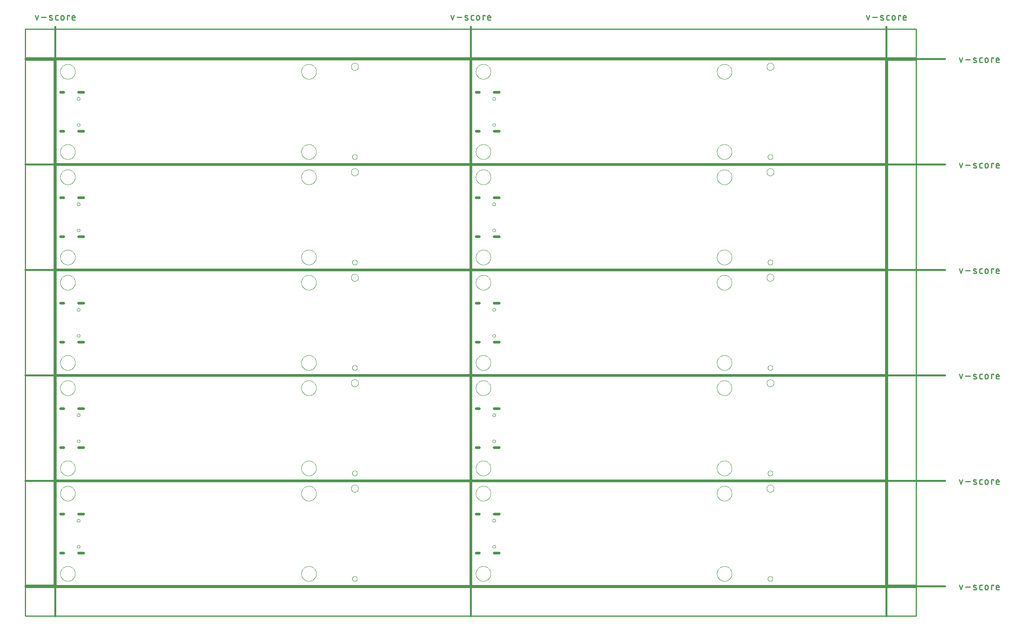
<source format=gko>
G04 EAGLE Gerber RS-274X export*
G75*
%MOMM*%
%FSLAX34Y34*%
%LPD*%
%IN*%
%IPPOS*%
%AMOC8*
5,1,8,0,0,1.08239X$1,22.5*%
G01*
%ADD10C,0.000000*%
%ADD11C,0.381000*%
%ADD12C,0.279400*%
%ADD13C,0.254000*%
%ADD14C,0.600000*%


D10*
X0Y0D02*
X914200Y0D01*
X914400Y228600D01*
X0Y228600D01*
X0Y0D01*
X919480Y0D02*
X1833680Y0D01*
X1833880Y228600D01*
X919480Y228600D01*
X919480Y0D01*
X914200Y233680D02*
X0Y233680D01*
X914200Y233680D02*
X914400Y462280D01*
X0Y462280D01*
X0Y233680D01*
X919480Y233680D02*
X1833680Y233680D01*
X1833880Y462280D01*
X919480Y462280D01*
X919480Y233680D01*
X914200Y467360D02*
X0Y467360D01*
X914200Y467360D02*
X914400Y695960D01*
X0Y695960D01*
X0Y467360D01*
X919480Y467360D02*
X1833680Y467360D01*
X1833880Y695960D01*
X919480Y695960D01*
X919480Y467360D01*
X914200Y701040D02*
X0Y701040D01*
X914200Y701040D02*
X914400Y929640D01*
X0Y929640D01*
X0Y701040D01*
X919480Y701040D02*
X1833680Y701040D01*
X1833880Y929640D01*
X919480Y929640D01*
X919480Y701040D01*
X914200Y934720D02*
X0Y934720D01*
X914200Y934720D02*
X914400Y1163320D01*
X0Y1163320D01*
X0Y934720D01*
X919480Y934720D02*
X1833680Y934720D01*
X1833880Y1163320D01*
X919480Y1163320D01*
X919480Y934720D01*
D11*
X-2540Y1236980D02*
X-2540Y-68580D01*
D12*
X-42921Y1252347D02*
X-46251Y1262338D01*
X-39590Y1262338D02*
X-42921Y1252347D01*
X-32806Y1258175D02*
X-22815Y1258175D01*
X-14261Y1258175D02*
X-10098Y1256510D01*
X-14261Y1258174D02*
X-14346Y1258210D01*
X-14429Y1258250D01*
X-14510Y1258293D01*
X-14590Y1258340D01*
X-14667Y1258390D01*
X-14743Y1258443D01*
X-14816Y1258499D01*
X-14886Y1258559D01*
X-14954Y1258621D01*
X-15019Y1258686D01*
X-15081Y1258754D01*
X-15141Y1258825D01*
X-15197Y1258898D01*
X-15250Y1258973D01*
X-15300Y1259051D01*
X-15346Y1259130D01*
X-15389Y1259212D01*
X-15429Y1259295D01*
X-15465Y1259380D01*
X-15497Y1259466D01*
X-15526Y1259554D01*
X-15550Y1259643D01*
X-15571Y1259733D01*
X-15588Y1259823D01*
X-15602Y1259914D01*
X-15611Y1260006D01*
X-15616Y1260098D01*
X-15618Y1260190D01*
X-15616Y1260282D01*
X-15609Y1260374D01*
X-15599Y1260466D01*
X-15585Y1260557D01*
X-15567Y1260648D01*
X-15545Y1260737D01*
X-15519Y1260826D01*
X-15489Y1260913D01*
X-15456Y1260999D01*
X-15419Y1261083D01*
X-15379Y1261166D01*
X-15335Y1261247D01*
X-15288Y1261326D01*
X-15237Y1261403D01*
X-15183Y1261478D01*
X-15126Y1261551D01*
X-15066Y1261621D01*
X-15003Y1261688D01*
X-14937Y1261752D01*
X-14869Y1261814D01*
X-14798Y1261873D01*
X-14724Y1261928D01*
X-14648Y1261981D01*
X-14570Y1262030D01*
X-14490Y1262076D01*
X-14409Y1262118D01*
X-14325Y1262157D01*
X-14240Y1262192D01*
X-14153Y1262223D01*
X-14065Y1262251D01*
X-13976Y1262275D01*
X-13886Y1262295D01*
X-13796Y1262312D01*
X-13704Y1262324D01*
X-13612Y1262333D01*
X-13520Y1262337D01*
X-13428Y1262338D01*
X-13201Y1262332D01*
X-12974Y1262321D01*
X-12747Y1262304D01*
X-12521Y1262281D01*
X-12295Y1262254D01*
X-12070Y1262220D01*
X-11846Y1262182D01*
X-11623Y1262138D01*
X-11401Y1262089D01*
X-11180Y1262034D01*
X-10961Y1261974D01*
X-10743Y1261909D01*
X-10527Y1261838D01*
X-10313Y1261763D01*
X-10100Y1261682D01*
X-9890Y1261596D01*
X-9681Y1261505D01*
X-10098Y1256510D02*
X-10013Y1256474D01*
X-9930Y1256434D01*
X-9849Y1256391D01*
X-9769Y1256344D01*
X-9692Y1256294D01*
X-9616Y1256241D01*
X-9543Y1256185D01*
X-9473Y1256125D01*
X-9405Y1256063D01*
X-9340Y1255998D01*
X-9278Y1255930D01*
X-9218Y1255859D01*
X-9162Y1255786D01*
X-9109Y1255711D01*
X-9059Y1255633D01*
X-9013Y1255554D01*
X-8970Y1255472D01*
X-8930Y1255389D01*
X-8894Y1255304D01*
X-8862Y1255218D01*
X-8833Y1255130D01*
X-8809Y1255041D01*
X-8788Y1254951D01*
X-8771Y1254861D01*
X-8757Y1254770D01*
X-8748Y1254678D01*
X-8743Y1254586D01*
X-8741Y1254494D01*
X-8743Y1254402D01*
X-8750Y1254310D01*
X-8760Y1254218D01*
X-8774Y1254127D01*
X-8792Y1254036D01*
X-8814Y1253947D01*
X-8840Y1253858D01*
X-8870Y1253771D01*
X-8903Y1253685D01*
X-8940Y1253601D01*
X-8980Y1253518D01*
X-9024Y1253437D01*
X-9071Y1253358D01*
X-9122Y1253281D01*
X-9176Y1253206D01*
X-9233Y1253133D01*
X-9293Y1253063D01*
X-9356Y1252996D01*
X-9422Y1252932D01*
X-9490Y1252870D01*
X-9561Y1252811D01*
X-9635Y1252756D01*
X-9711Y1252703D01*
X-9789Y1252654D01*
X-9869Y1252608D01*
X-9950Y1252566D01*
X-10034Y1252527D01*
X-10119Y1252492D01*
X-10206Y1252461D01*
X-10294Y1252433D01*
X-10383Y1252409D01*
X-10473Y1252389D01*
X-10563Y1252372D01*
X-10655Y1252360D01*
X-10747Y1252351D01*
X-10839Y1252347D01*
X-10931Y1252346D01*
X-10931Y1252347D02*
X-11265Y1252356D01*
X-11598Y1252373D01*
X-11931Y1252397D01*
X-12264Y1252430D01*
X-12595Y1252470D01*
X-12926Y1252518D01*
X-13255Y1252574D01*
X-13583Y1252637D01*
X-13909Y1252709D01*
X-14233Y1252788D01*
X-14556Y1252874D01*
X-14876Y1252969D01*
X-15194Y1253071D01*
X-15510Y1253180D01*
X562Y1252347D02*
X3892Y1252347D01*
X562Y1252347D02*
X464Y1252349D01*
X366Y1252355D01*
X268Y1252364D01*
X171Y1252378D01*
X75Y1252395D01*
X-21Y1252416D01*
X-116Y1252441D01*
X-210Y1252469D01*
X-303Y1252501D01*
X-394Y1252537D01*
X-484Y1252576D01*
X-572Y1252619D01*
X-659Y1252666D01*
X-743Y1252715D01*
X-826Y1252768D01*
X-906Y1252824D01*
X-985Y1252883D01*
X-1060Y1252946D01*
X-1134Y1253011D01*
X-1204Y1253079D01*
X-1272Y1253149D01*
X-1338Y1253223D01*
X-1400Y1253299D01*
X-1459Y1253377D01*
X-1515Y1253457D01*
X-1568Y1253540D01*
X-1618Y1253624D01*
X-1664Y1253711D01*
X-1707Y1253799D01*
X-1746Y1253889D01*
X-1782Y1253980D01*
X-1814Y1254073D01*
X-1842Y1254167D01*
X-1867Y1254262D01*
X-1888Y1254358D01*
X-1905Y1254454D01*
X-1919Y1254551D01*
X-1928Y1254649D01*
X-1934Y1254747D01*
X-1936Y1254845D01*
X-1936Y1259840D01*
X-1934Y1259938D01*
X-1928Y1260036D01*
X-1919Y1260134D01*
X-1905Y1260231D01*
X-1888Y1260327D01*
X-1867Y1260423D01*
X-1842Y1260518D01*
X-1814Y1260612D01*
X-1782Y1260705D01*
X-1746Y1260796D01*
X-1707Y1260886D01*
X-1664Y1260974D01*
X-1617Y1261061D01*
X-1568Y1261145D01*
X-1515Y1261228D01*
X-1459Y1261308D01*
X-1400Y1261386D01*
X-1337Y1261462D01*
X-1272Y1261536D01*
X-1204Y1261606D01*
X-1134Y1261674D01*
X-1060Y1261739D01*
X-984Y1261802D01*
X-906Y1261861D01*
X-826Y1261917D01*
X-743Y1261970D01*
X-659Y1262019D01*
X-572Y1262066D01*
X-484Y1262109D01*
X-394Y1262148D01*
X-303Y1262184D01*
X-210Y1262216D01*
X-116Y1262244D01*
X-21Y1262269D01*
X75Y1262290D01*
X171Y1262307D01*
X268Y1262321D01*
X366Y1262330D01*
X464Y1262336D01*
X562Y1262338D01*
X3892Y1262338D01*
X10022Y1259007D02*
X10022Y1255677D01*
X10022Y1259007D02*
X10024Y1259121D01*
X10030Y1259234D01*
X10039Y1259348D01*
X10053Y1259460D01*
X10070Y1259573D01*
X10092Y1259685D01*
X10117Y1259795D01*
X10145Y1259905D01*
X10178Y1260014D01*
X10214Y1260122D01*
X10254Y1260229D01*
X10298Y1260334D01*
X10345Y1260437D01*
X10395Y1260539D01*
X10449Y1260639D01*
X10507Y1260737D01*
X10568Y1260833D01*
X10631Y1260927D01*
X10699Y1261019D01*
X10769Y1261109D01*
X10842Y1261195D01*
X10918Y1261280D01*
X10997Y1261362D01*
X11079Y1261441D01*
X11164Y1261517D01*
X11250Y1261590D01*
X11340Y1261660D01*
X11432Y1261728D01*
X11526Y1261791D01*
X11622Y1261852D01*
X11720Y1261910D01*
X11820Y1261964D01*
X11922Y1262014D01*
X12025Y1262061D01*
X12130Y1262105D01*
X12237Y1262145D01*
X12345Y1262181D01*
X12454Y1262214D01*
X12564Y1262242D01*
X12674Y1262267D01*
X12786Y1262289D01*
X12899Y1262306D01*
X13011Y1262320D01*
X13125Y1262329D01*
X13238Y1262335D01*
X13352Y1262337D01*
X13466Y1262335D01*
X13579Y1262329D01*
X13693Y1262320D01*
X13805Y1262306D01*
X13918Y1262289D01*
X14030Y1262267D01*
X14140Y1262242D01*
X14250Y1262214D01*
X14359Y1262181D01*
X14467Y1262145D01*
X14574Y1262105D01*
X14679Y1262061D01*
X14782Y1262014D01*
X14884Y1261964D01*
X14984Y1261910D01*
X15082Y1261852D01*
X15178Y1261791D01*
X15272Y1261728D01*
X15364Y1261660D01*
X15454Y1261590D01*
X15540Y1261517D01*
X15625Y1261441D01*
X15707Y1261362D01*
X15786Y1261280D01*
X15862Y1261195D01*
X15935Y1261109D01*
X16005Y1261019D01*
X16073Y1260927D01*
X16136Y1260833D01*
X16197Y1260737D01*
X16255Y1260639D01*
X16309Y1260539D01*
X16359Y1260437D01*
X16406Y1260334D01*
X16450Y1260229D01*
X16490Y1260122D01*
X16526Y1260014D01*
X16559Y1259905D01*
X16587Y1259795D01*
X16612Y1259685D01*
X16634Y1259573D01*
X16651Y1259460D01*
X16665Y1259348D01*
X16674Y1259234D01*
X16680Y1259121D01*
X16682Y1259007D01*
X16682Y1255677D01*
X16680Y1255563D01*
X16674Y1255450D01*
X16665Y1255336D01*
X16651Y1255224D01*
X16634Y1255111D01*
X16612Y1254999D01*
X16587Y1254889D01*
X16559Y1254779D01*
X16526Y1254670D01*
X16490Y1254562D01*
X16450Y1254455D01*
X16406Y1254350D01*
X16359Y1254247D01*
X16309Y1254145D01*
X16255Y1254045D01*
X16197Y1253947D01*
X16136Y1253851D01*
X16073Y1253757D01*
X16005Y1253665D01*
X15935Y1253575D01*
X15862Y1253489D01*
X15786Y1253404D01*
X15707Y1253322D01*
X15625Y1253243D01*
X15540Y1253167D01*
X15454Y1253094D01*
X15364Y1253024D01*
X15272Y1252956D01*
X15178Y1252893D01*
X15082Y1252832D01*
X14984Y1252774D01*
X14884Y1252720D01*
X14782Y1252670D01*
X14679Y1252623D01*
X14574Y1252579D01*
X14467Y1252539D01*
X14359Y1252503D01*
X14250Y1252470D01*
X14140Y1252442D01*
X14030Y1252417D01*
X13918Y1252395D01*
X13805Y1252378D01*
X13693Y1252364D01*
X13579Y1252355D01*
X13466Y1252349D01*
X13352Y1252347D01*
X13238Y1252349D01*
X13125Y1252355D01*
X13011Y1252364D01*
X12899Y1252378D01*
X12786Y1252395D01*
X12674Y1252417D01*
X12564Y1252442D01*
X12454Y1252470D01*
X12345Y1252503D01*
X12237Y1252539D01*
X12130Y1252579D01*
X12025Y1252623D01*
X11922Y1252670D01*
X11820Y1252720D01*
X11720Y1252774D01*
X11622Y1252832D01*
X11526Y1252893D01*
X11432Y1252956D01*
X11340Y1253024D01*
X11250Y1253094D01*
X11164Y1253167D01*
X11079Y1253243D01*
X10997Y1253322D01*
X10918Y1253404D01*
X10842Y1253489D01*
X10769Y1253575D01*
X10699Y1253665D01*
X10631Y1253757D01*
X10568Y1253851D01*
X10507Y1253947D01*
X10449Y1254045D01*
X10395Y1254145D01*
X10345Y1254247D01*
X10298Y1254350D01*
X10254Y1254455D01*
X10214Y1254562D01*
X10178Y1254670D01*
X10145Y1254779D01*
X10117Y1254889D01*
X10092Y1254999D01*
X10070Y1255111D01*
X10053Y1255224D01*
X10039Y1255336D01*
X10030Y1255450D01*
X10024Y1255563D01*
X10022Y1255677D01*
X24218Y1252347D02*
X24218Y1262338D01*
X29213Y1262338D01*
X29213Y1260673D01*
X37008Y1252347D02*
X41171Y1252347D01*
X37008Y1252347D02*
X36910Y1252349D01*
X36812Y1252355D01*
X36714Y1252364D01*
X36617Y1252378D01*
X36521Y1252395D01*
X36425Y1252416D01*
X36330Y1252441D01*
X36236Y1252469D01*
X36143Y1252501D01*
X36052Y1252537D01*
X35962Y1252576D01*
X35874Y1252619D01*
X35787Y1252666D01*
X35703Y1252715D01*
X35620Y1252768D01*
X35540Y1252824D01*
X35462Y1252883D01*
X35386Y1252946D01*
X35312Y1253011D01*
X35242Y1253079D01*
X35174Y1253149D01*
X35109Y1253223D01*
X35046Y1253299D01*
X34987Y1253377D01*
X34931Y1253457D01*
X34878Y1253540D01*
X34829Y1253624D01*
X34782Y1253711D01*
X34739Y1253799D01*
X34700Y1253889D01*
X34664Y1253980D01*
X34632Y1254073D01*
X34604Y1254167D01*
X34579Y1254262D01*
X34558Y1254358D01*
X34541Y1254454D01*
X34527Y1254551D01*
X34518Y1254649D01*
X34512Y1254747D01*
X34510Y1254845D01*
X34510Y1259007D01*
X34511Y1259007D02*
X34513Y1259121D01*
X34519Y1259234D01*
X34528Y1259348D01*
X34542Y1259460D01*
X34559Y1259573D01*
X34581Y1259685D01*
X34606Y1259795D01*
X34634Y1259905D01*
X34667Y1260014D01*
X34703Y1260122D01*
X34743Y1260229D01*
X34787Y1260334D01*
X34834Y1260437D01*
X34884Y1260539D01*
X34938Y1260639D01*
X34996Y1260737D01*
X35057Y1260833D01*
X35120Y1260927D01*
X35188Y1261019D01*
X35258Y1261109D01*
X35331Y1261195D01*
X35407Y1261280D01*
X35486Y1261362D01*
X35568Y1261441D01*
X35653Y1261517D01*
X35739Y1261590D01*
X35829Y1261660D01*
X35921Y1261728D01*
X36015Y1261791D01*
X36111Y1261852D01*
X36209Y1261910D01*
X36309Y1261964D01*
X36411Y1262014D01*
X36514Y1262061D01*
X36619Y1262105D01*
X36726Y1262145D01*
X36834Y1262181D01*
X36943Y1262214D01*
X37053Y1262242D01*
X37163Y1262267D01*
X37275Y1262289D01*
X37388Y1262306D01*
X37500Y1262320D01*
X37614Y1262329D01*
X37727Y1262335D01*
X37841Y1262337D01*
X37955Y1262335D01*
X38068Y1262329D01*
X38182Y1262320D01*
X38294Y1262306D01*
X38407Y1262289D01*
X38519Y1262267D01*
X38629Y1262242D01*
X38739Y1262214D01*
X38848Y1262181D01*
X38956Y1262145D01*
X39063Y1262105D01*
X39168Y1262061D01*
X39271Y1262014D01*
X39373Y1261964D01*
X39473Y1261910D01*
X39571Y1261852D01*
X39667Y1261791D01*
X39761Y1261728D01*
X39853Y1261660D01*
X39943Y1261590D01*
X40029Y1261517D01*
X40114Y1261441D01*
X40196Y1261362D01*
X40275Y1261280D01*
X40351Y1261195D01*
X40424Y1261109D01*
X40494Y1261019D01*
X40562Y1260927D01*
X40625Y1260833D01*
X40686Y1260737D01*
X40744Y1260639D01*
X40798Y1260539D01*
X40848Y1260437D01*
X40895Y1260334D01*
X40939Y1260229D01*
X40979Y1260122D01*
X41015Y1260014D01*
X41048Y1259905D01*
X41076Y1259795D01*
X41101Y1259685D01*
X41123Y1259573D01*
X41140Y1259460D01*
X41154Y1259348D01*
X41163Y1259234D01*
X41169Y1259121D01*
X41171Y1259007D01*
X41171Y1257342D01*
X34510Y1257342D01*
D11*
X916940Y1236980D02*
X916940Y-68580D01*
D12*
X876559Y1252347D02*
X873229Y1262338D01*
X879890Y1262338D02*
X876559Y1252347D01*
X886674Y1258175D02*
X896665Y1258175D01*
X905219Y1258175D02*
X909382Y1256510D01*
X905219Y1258174D02*
X905134Y1258210D01*
X905051Y1258250D01*
X904970Y1258293D01*
X904890Y1258340D01*
X904813Y1258390D01*
X904737Y1258443D01*
X904664Y1258499D01*
X904594Y1258559D01*
X904526Y1258621D01*
X904461Y1258686D01*
X904399Y1258754D01*
X904339Y1258825D01*
X904283Y1258898D01*
X904230Y1258973D01*
X904180Y1259051D01*
X904134Y1259130D01*
X904091Y1259212D01*
X904051Y1259295D01*
X904015Y1259380D01*
X903983Y1259466D01*
X903954Y1259554D01*
X903930Y1259643D01*
X903909Y1259733D01*
X903892Y1259823D01*
X903878Y1259914D01*
X903869Y1260006D01*
X903864Y1260098D01*
X903862Y1260190D01*
X903864Y1260282D01*
X903871Y1260374D01*
X903881Y1260466D01*
X903895Y1260557D01*
X903913Y1260648D01*
X903935Y1260737D01*
X903961Y1260826D01*
X903991Y1260913D01*
X904024Y1260999D01*
X904061Y1261083D01*
X904101Y1261166D01*
X904145Y1261247D01*
X904192Y1261326D01*
X904243Y1261403D01*
X904297Y1261478D01*
X904354Y1261551D01*
X904414Y1261621D01*
X904477Y1261688D01*
X904543Y1261752D01*
X904611Y1261814D01*
X904682Y1261873D01*
X904756Y1261928D01*
X904832Y1261981D01*
X904910Y1262030D01*
X904990Y1262076D01*
X905071Y1262118D01*
X905155Y1262157D01*
X905240Y1262192D01*
X905327Y1262223D01*
X905415Y1262251D01*
X905504Y1262275D01*
X905594Y1262295D01*
X905684Y1262312D01*
X905776Y1262324D01*
X905868Y1262333D01*
X905960Y1262337D01*
X906052Y1262338D01*
X906279Y1262332D01*
X906506Y1262321D01*
X906733Y1262304D01*
X906959Y1262281D01*
X907185Y1262254D01*
X907410Y1262220D01*
X907634Y1262182D01*
X907857Y1262138D01*
X908079Y1262089D01*
X908300Y1262034D01*
X908519Y1261974D01*
X908737Y1261909D01*
X908953Y1261838D01*
X909167Y1261763D01*
X909380Y1261682D01*
X909590Y1261596D01*
X909799Y1261505D01*
X909382Y1256510D02*
X909467Y1256474D01*
X909550Y1256434D01*
X909631Y1256391D01*
X909711Y1256344D01*
X909788Y1256294D01*
X909864Y1256241D01*
X909937Y1256185D01*
X910007Y1256125D01*
X910075Y1256063D01*
X910140Y1255998D01*
X910202Y1255930D01*
X910262Y1255859D01*
X910318Y1255786D01*
X910371Y1255711D01*
X910421Y1255633D01*
X910467Y1255554D01*
X910510Y1255472D01*
X910550Y1255389D01*
X910586Y1255304D01*
X910618Y1255218D01*
X910647Y1255130D01*
X910671Y1255041D01*
X910692Y1254951D01*
X910709Y1254861D01*
X910723Y1254770D01*
X910732Y1254678D01*
X910737Y1254586D01*
X910739Y1254494D01*
X910737Y1254402D01*
X910730Y1254310D01*
X910720Y1254218D01*
X910706Y1254127D01*
X910688Y1254036D01*
X910666Y1253947D01*
X910640Y1253858D01*
X910610Y1253771D01*
X910577Y1253685D01*
X910540Y1253601D01*
X910500Y1253518D01*
X910456Y1253437D01*
X910409Y1253358D01*
X910358Y1253281D01*
X910304Y1253206D01*
X910247Y1253133D01*
X910187Y1253063D01*
X910124Y1252996D01*
X910058Y1252932D01*
X909990Y1252870D01*
X909919Y1252811D01*
X909845Y1252756D01*
X909769Y1252703D01*
X909691Y1252654D01*
X909611Y1252608D01*
X909530Y1252566D01*
X909446Y1252527D01*
X909361Y1252492D01*
X909274Y1252461D01*
X909186Y1252433D01*
X909097Y1252409D01*
X909007Y1252389D01*
X908917Y1252372D01*
X908825Y1252360D01*
X908733Y1252351D01*
X908641Y1252347D01*
X908549Y1252346D01*
X908549Y1252347D02*
X908215Y1252356D01*
X907882Y1252373D01*
X907549Y1252397D01*
X907216Y1252430D01*
X906885Y1252470D01*
X906554Y1252518D01*
X906225Y1252574D01*
X905897Y1252637D01*
X905571Y1252709D01*
X905247Y1252788D01*
X904924Y1252874D01*
X904604Y1252969D01*
X904286Y1253071D01*
X903970Y1253180D01*
X920042Y1252347D02*
X923372Y1252347D01*
X920042Y1252347D02*
X919944Y1252349D01*
X919846Y1252355D01*
X919748Y1252364D01*
X919651Y1252378D01*
X919555Y1252395D01*
X919459Y1252416D01*
X919364Y1252441D01*
X919270Y1252469D01*
X919177Y1252501D01*
X919086Y1252537D01*
X918996Y1252576D01*
X918908Y1252619D01*
X918821Y1252666D01*
X918737Y1252715D01*
X918654Y1252768D01*
X918574Y1252824D01*
X918496Y1252883D01*
X918420Y1252946D01*
X918346Y1253011D01*
X918276Y1253079D01*
X918208Y1253149D01*
X918143Y1253223D01*
X918080Y1253299D01*
X918021Y1253377D01*
X917965Y1253457D01*
X917912Y1253540D01*
X917863Y1253624D01*
X917816Y1253711D01*
X917773Y1253799D01*
X917734Y1253889D01*
X917698Y1253980D01*
X917666Y1254073D01*
X917638Y1254167D01*
X917613Y1254262D01*
X917592Y1254358D01*
X917575Y1254454D01*
X917561Y1254551D01*
X917552Y1254649D01*
X917546Y1254747D01*
X917544Y1254845D01*
X917544Y1259840D01*
X917546Y1259938D01*
X917552Y1260036D01*
X917561Y1260134D01*
X917575Y1260231D01*
X917592Y1260327D01*
X917613Y1260423D01*
X917638Y1260518D01*
X917666Y1260612D01*
X917698Y1260705D01*
X917734Y1260796D01*
X917773Y1260886D01*
X917816Y1260974D01*
X917863Y1261061D01*
X917912Y1261145D01*
X917965Y1261228D01*
X918021Y1261308D01*
X918080Y1261387D01*
X918143Y1261462D01*
X918208Y1261536D01*
X918276Y1261606D01*
X918346Y1261674D01*
X918420Y1261740D01*
X918496Y1261802D01*
X918574Y1261861D01*
X918654Y1261917D01*
X918737Y1261970D01*
X918821Y1262020D01*
X918908Y1262066D01*
X918996Y1262109D01*
X919086Y1262148D01*
X919177Y1262184D01*
X919270Y1262216D01*
X919364Y1262244D01*
X919459Y1262269D01*
X919555Y1262290D01*
X919651Y1262307D01*
X919748Y1262321D01*
X919846Y1262330D01*
X919944Y1262336D01*
X920042Y1262338D01*
X923372Y1262338D01*
X929502Y1259007D02*
X929502Y1255677D01*
X929502Y1259007D02*
X929504Y1259121D01*
X929510Y1259234D01*
X929519Y1259348D01*
X929533Y1259460D01*
X929550Y1259573D01*
X929572Y1259685D01*
X929597Y1259795D01*
X929625Y1259905D01*
X929658Y1260014D01*
X929694Y1260122D01*
X929734Y1260229D01*
X929778Y1260334D01*
X929825Y1260437D01*
X929875Y1260539D01*
X929929Y1260639D01*
X929987Y1260737D01*
X930048Y1260833D01*
X930111Y1260927D01*
X930179Y1261019D01*
X930249Y1261109D01*
X930322Y1261195D01*
X930398Y1261280D01*
X930477Y1261362D01*
X930559Y1261441D01*
X930644Y1261517D01*
X930730Y1261590D01*
X930820Y1261660D01*
X930912Y1261728D01*
X931006Y1261791D01*
X931102Y1261852D01*
X931200Y1261910D01*
X931300Y1261964D01*
X931402Y1262014D01*
X931505Y1262061D01*
X931610Y1262105D01*
X931717Y1262145D01*
X931825Y1262181D01*
X931934Y1262214D01*
X932044Y1262242D01*
X932154Y1262267D01*
X932266Y1262289D01*
X932379Y1262306D01*
X932491Y1262320D01*
X932605Y1262329D01*
X932718Y1262335D01*
X932832Y1262337D01*
X932946Y1262335D01*
X933059Y1262329D01*
X933173Y1262320D01*
X933285Y1262306D01*
X933398Y1262289D01*
X933510Y1262267D01*
X933620Y1262242D01*
X933730Y1262214D01*
X933839Y1262181D01*
X933947Y1262145D01*
X934054Y1262105D01*
X934159Y1262061D01*
X934262Y1262014D01*
X934364Y1261964D01*
X934464Y1261910D01*
X934562Y1261852D01*
X934658Y1261791D01*
X934752Y1261728D01*
X934844Y1261660D01*
X934934Y1261590D01*
X935020Y1261517D01*
X935105Y1261441D01*
X935187Y1261362D01*
X935266Y1261280D01*
X935342Y1261195D01*
X935415Y1261109D01*
X935485Y1261019D01*
X935553Y1260927D01*
X935616Y1260833D01*
X935677Y1260737D01*
X935735Y1260639D01*
X935789Y1260539D01*
X935839Y1260437D01*
X935886Y1260334D01*
X935930Y1260229D01*
X935970Y1260122D01*
X936006Y1260014D01*
X936039Y1259905D01*
X936067Y1259795D01*
X936092Y1259685D01*
X936114Y1259573D01*
X936131Y1259460D01*
X936145Y1259348D01*
X936154Y1259234D01*
X936160Y1259121D01*
X936162Y1259007D01*
X936162Y1255677D01*
X936160Y1255563D01*
X936154Y1255450D01*
X936145Y1255336D01*
X936131Y1255224D01*
X936114Y1255111D01*
X936092Y1254999D01*
X936067Y1254889D01*
X936039Y1254779D01*
X936006Y1254670D01*
X935970Y1254562D01*
X935930Y1254455D01*
X935886Y1254350D01*
X935839Y1254247D01*
X935789Y1254145D01*
X935735Y1254045D01*
X935677Y1253947D01*
X935616Y1253851D01*
X935553Y1253757D01*
X935485Y1253665D01*
X935415Y1253575D01*
X935342Y1253489D01*
X935266Y1253404D01*
X935187Y1253322D01*
X935105Y1253243D01*
X935020Y1253167D01*
X934934Y1253094D01*
X934844Y1253024D01*
X934752Y1252956D01*
X934658Y1252893D01*
X934562Y1252832D01*
X934464Y1252774D01*
X934364Y1252720D01*
X934262Y1252670D01*
X934159Y1252623D01*
X934054Y1252579D01*
X933947Y1252539D01*
X933839Y1252503D01*
X933730Y1252470D01*
X933620Y1252442D01*
X933510Y1252417D01*
X933398Y1252395D01*
X933285Y1252378D01*
X933173Y1252364D01*
X933059Y1252355D01*
X932946Y1252349D01*
X932832Y1252347D01*
X932718Y1252349D01*
X932605Y1252355D01*
X932491Y1252364D01*
X932379Y1252378D01*
X932266Y1252395D01*
X932154Y1252417D01*
X932044Y1252442D01*
X931934Y1252470D01*
X931825Y1252503D01*
X931717Y1252539D01*
X931610Y1252579D01*
X931505Y1252623D01*
X931402Y1252670D01*
X931300Y1252720D01*
X931200Y1252774D01*
X931102Y1252832D01*
X931006Y1252893D01*
X930912Y1252956D01*
X930820Y1253024D01*
X930730Y1253094D01*
X930644Y1253167D01*
X930559Y1253243D01*
X930477Y1253322D01*
X930398Y1253404D01*
X930322Y1253489D01*
X930249Y1253575D01*
X930179Y1253665D01*
X930111Y1253757D01*
X930048Y1253851D01*
X929987Y1253947D01*
X929929Y1254045D01*
X929875Y1254145D01*
X929825Y1254247D01*
X929778Y1254350D01*
X929734Y1254455D01*
X929694Y1254562D01*
X929658Y1254670D01*
X929625Y1254779D01*
X929597Y1254889D01*
X929572Y1254999D01*
X929550Y1255111D01*
X929533Y1255224D01*
X929519Y1255336D01*
X929510Y1255450D01*
X929504Y1255563D01*
X929502Y1255677D01*
X943698Y1252347D02*
X943698Y1262338D01*
X948693Y1262338D01*
X948693Y1260673D01*
X956488Y1252347D02*
X960651Y1252347D01*
X956488Y1252347D02*
X956390Y1252349D01*
X956292Y1252355D01*
X956194Y1252364D01*
X956097Y1252378D01*
X956001Y1252395D01*
X955905Y1252416D01*
X955810Y1252441D01*
X955716Y1252469D01*
X955623Y1252501D01*
X955532Y1252537D01*
X955442Y1252576D01*
X955354Y1252619D01*
X955267Y1252666D01*
X955183Y1252715D01*
X955100Y1252768D01*
X955020Y1252824D01*
X954942Y1252883D01*
X954866Y1252946D01*
X954792Y1253011D01*
X954722Y1253079D01*
X954654Y1253149D01*
X954589Y1253223D01*
X954526Y1253299D01*
X954467Y1253377D01*
X954411Y1253457D01*
X954358Y1253540D01*
X954309Y1253624D01*
X954262Y1253711D01*
X954219Y1253799D01*
X954180Y1253889D01*
X954144Y1253980D01*
X954112Y1254073D01*
X954084Y1254167D01*
X954059Y1254262D01*
X954038Y1254358D01*
X954021Y1254454D01*
X954007Y1254551D01*
X953998Y1254649D01*
X953992Y1254747D01*
X953990Y1254845D01*
X953990Y1259007D01*
X953991Y1259007D02*
X953993Y1259121D01*
X953999Y1259234D01*
X954008Y1259348D01*
X954022Y1259460D01*
X954039Y1259573D01*
X954061Y1259685D01*
X954086Y1259795D01*
X954114Y1259905D01*
X954147Y1260014D01*
X954183Y1260122D01*
X954223Y1260229D01*
X954267Y1260334D01*
X954314Y1260437D01*
X954364Y1260539D01*
X954418Y1260639D01*
X954476Y1260737D01*
X954537Y1260833D01*
X954600Y1260927D01*
X954668Y1261019D01*
X954738Y1261109D01*
X954811Y1261195D01*
X954887Y1261280D01*
X954966Y1261362D01*
X955048Y1261441D01*
X955133Y1261517D01*
X955219Y1261590D01*
X955309Y1261660D01*
X955401Y1261728D01*
X955495Y1261791D01*
X955591Y1261852D01*
X955689Y1261910D01*
X955789Y1261964D01*
X955891Y1262014D01*
X955994Y1262061D01*
X956099Y1262105D01*
X956206Y1262145D01*
X956314Y1262181D01*
X956423Y1262214D01*
X956533Y1262242D01*
X956643Y1262267D01*
X956755Y1262289D01*
X956868Y1262306D01*
X956980Y1262320D01*
X957094Y1262329D01*
X957207Y1262335D01*
X957321Y1262337D01*
X957435Y1262335D01*
X957548Y1262329D01*
X957662Y1262320D01*
X957774Y1262306D01*
X957887Y1262289D01*
X957999Y1262267D01*
X958109Y1262242D01*
X958219Y1262214D01*
X958328Y1262181D01*
X958436Y1262145D01*
X958543Y1262105D01*
X958648Y1262061D01*
X958751Y1262014D01*
X958853Y1261964D01*
X958953Y1261910D01*
X959051Y1261852D01*
X959147Y1261791D01*
X959241Y1261728D01*
X959333Y1261660D01*
X959423Y1261590D01*
X959509Y1261517D01*
X959594Y1261441D01*
X959676Y1261362D01*
X959755Y1261280D01*
X959831Y1261195D01*
X959904Y1261109D01*
X959974Y1261019D01*
X960042Y1260927D01*
X960105Y1260833D01*
X960166Y1260737D01*
X960224Y1260639D01*
X960278Y1260539D01*
X960328Y1260437D01*
X960375Y1260334D01*
X960419Y1260229D01*
X960459Y1260122D01*
X960495Y1260014D01*
X960528Y1259905D01*
X960556Y1259795D01*
X960581Y1259685D01*
X960603Y1259573D01*
X960620Y1259460D01*
X960634Y1259348D01*
X960643Y1259234D01*
X960649Y1259121D01*
X960651Y1259007D01*
X960651Y1257342D01*
X953990Y1257342D01*
D11*
X1836420Y1236980D02*
X1836420Y-68580D01*
D12*
X1796039Y1252347D02*
X1792709Y1262338D01*
X1799370Y1262338D02*
X1796039Y1252347D01*
X1806154Y1258175D02*
X1816145Y1258175D01*
X1824699Y1258175D02*
X1828862Y1256510D01*
X1824699Y1258174D02*
X1824614Y1258210D01*
X1824531Y1258250D01*
X1824450Y1258293D01*
X1824370Y1258340D01*
X1824293Y1258390D01*
X1824217Y1258443D01*
X1824144Y1258499D01*
X1824074Y1258559D01*
X1824006Y1258621D01*
X1823941Y1258686D01*
X1823879Y1258754D01*
X1823819Y1258825D01*
X1823763Y1258898D01*
X1823710Y1258973D01*
X1823660Y1259051D01*
X1823614Y1259130D01*
X1823571Y1259212D01*
X1823531Y1259295D01*
X1823495Y1259380D01*
X1823463Y1259466D01*
X1823434Y1259554D01*
X1823410Y1259643D01*
X1823389Y1259733D01*
X1823372Y1259823D01*
X1823358Y1259914D01*
X1823349Y1260006D01*
X1823344Y1260098D01*
X1823342Y1260190D01*
X1823344Y1260282D01*
X1823351Y1260374D01*
X1823361Y1260466D01*
X1823375Y1260557D01*
X1823393Y1260648D01*
X1823415Y1260737D01*
X1823441Y1260826D01*
X1823471Y1260913D01*
X1823504Y1260999D01*
X1823541Y1261083D01*
X1823581Y1261166D01*
X1823625Y1261247D01*
X1823672Y1261326D01*
X1823723Y1261403D01*
X1823777Y1261478D01*
X1823834Y1261551D01*
X1823894Y1261621D01*
X1823957Y1261688D01*
X1824023Y1261752D01*
X1824091Y1261814D01*
X1824162Y1261873D01*
X1824236Y1261928D01*
X1824312Y1261981D01*
X1824390Y1262030D01*
X1824470Y1262076D01*
X1824551Y1262118D01*
X1824635Y1262157D01*
X1824720Y1262192D01*
X1824807Y1262223D01*
X1824895Y1262251D01*
X1824984Y1262275D01*
X1825074Y1262295D01*
X1825164Y1262312D01*
X1825256Y1262324D01*
X1825348Y1262333D01*
X1825440Y1262337D01*
X1825532Y1262338D01*
X1825759Y1262332D01*
X1825986Y1262321D01*
X1826213Y1262304D01*
X1826439Y1262281D01*
X1826665Y1262254D01*
X1826890Y1262220D01*
X1827114Y1262182D01*
X1827337Y1262138D01*
X1827559Y1262089D01*
X1827780Y1262034D01*
X1827999Y1261974D01*
X1828217Y1261909D01*
X1828433Y1261838D01*
X1828647Y1261763D01*
X1828860Y1261682D01*
X1829070Y1261596D01*
X1829279Y1261505D01*
X1828862Y1256510D02*
X1828947Y1256474D01*
X1829030Y1256434D01*
X1829111Y1256391D01*
X1829191Y1256344D01*
X1829268Y1256294D01*
X1829344Y1256241D01*
X1829417Y1256185D01*
X1829487Y1256125D01*
X1829555Y1256063D01*
X1829620Y1255998D01*
X1829682Y1255930D01*
X1829742Y1255859D01*
X1829798Y1255786D01*
X1829851Y1255711D01*
X1829901Y1255633D01*
X1829947Y1255554D01*
X1829990Y1255472D01*
X1830030Y1255389D01*
X1830066Y1255304D01*
X1830098Y1255218D01*
X1830127Y1255130D01*
X1830151Y1255041D01*
X1830172Y1254951D01*
X1830189Y1254861D01*
X1830203Y1254770D01*
X1830212Y1254678D01*
X1830217Y1254586D01*
X1830219Y1254494D01*
X1830217Y1254402D01*
X1830210Y1254310D01*
X1830200Y1254218D01*
X1830186Y1254127D01*
X1830168Y1254036D01*
X1830146Y1253947D01*
X1830120Y1253858D01*
X1830090Y1253771D01*
X1830057Y1253685D01*
X1830020Y1253601D01*
X1829980Y1253518D01*
X1829936Y1253437D01*
X1829889Y1253358D01*
X1829838Y1253281D01*
X1829784Y1253206D01*
X1829727Y1253133D01*
X1829667Y1253063D01*
X1829604Y1252996D01*
X1829538Y1252932D01*
X1829470Y1252870D01*
X1829399Y1252811D01*
X1829325Y1252756D01*
X1829249Y1252703D01*
X1829171Y1252654D01*
X1829091Y1252608D01*
X1829010Y1252566D01*
X1828926Y1252527D01*
X1828841Y1252492D01*
X1828754Y1252461D01*
X1828666Y1252433D01*
X1828577Y1252409D01*
X1828487Y1252389D01*
X1828397Y1252372D01*
X1828305Y1252360D01*
X1828213Y1252351D01*
X1828121Y1252347D01*
X1828029Y1252346D01*
X1828029Y1252347D02*
X1827695Y1252356D01*
X1827362Y1252373D01*
X1827029Y1252397D01*
X1826696Y1252430D01*
X1826365Y1252470D01*
X1826034Y1252518D01*
X1825705Y1252574D01*
X1825377Y1252637D01*
X1825051Y1252709D01*
X1824727Y1252788D01*
X1824404Y1252874D01*
X1824084Y1252969D01*
X1823766Y1253071D01*
X1823450Y1253180D01*
X1839522Y1252347D02*
X1842852Y1252347D01*
X1839522Y1252347D02*
X1839424Y1252349D01*
X1839326Y1252355D01*
X1839228Y1252364D01*
X1839131Y1252378D01*
X1839035Y1252395D01*
X1838939Y1252416D01*
X1838844Y1252441D01*
X1838750Y1252469D01*
X1838657Y1252501D01*
X1838566Y1252537D01*
X1838476Y1252576D01*
X1838388Y1252619D01*
X1838301Y1252666D01*
X1838217Y1252715D01*
X1838134Y1252768D01*
X1838054Y1252824D01*
X1837976Y1252883D01*
X1837900Y1252946D01*
X1837826Y1253011D01*
X1837756Y1253079D01*
X1837688Y1253149D01*
X1837623Y1253223D01*
X1837560Y1253299D01*
X1837501Y1253377D01*
X1837445Y1253457D01*
X1837392Y1253540D01*
X1837343Y1253624D01*
X1837296Y1253711D01*
X1837253Y1253799D01*
X1837214Y1253889D01*
X1837178Y1253980D01*
X1837146Y1254073D01*
X1837118Y1254167D01*
X1837093Y1254262D01*
X1837072Y1254358D01*
X1837055Y1254454D01*
X1837041Y1254551D01*
X1837032Y1254649D01*
X1837026Y1254747D01*
X1837024Y1254845D01*
X1837024Y1259840D01*
X1837026Y1259938D01*
X1837032Y1260036D01*
X1837041Y1260134D01*
X1837055Y1260231D01*
X1837072Y1260327D01*
X1837093Y1260423D01*
X1837118Y1260518D01*
X1837146Y1260612D01*
X1837178Y1260705D01*
X1837214Y1260796D01*
X1837253Y1260886D01*
X1837296Y1260974D01*
X1837343Y1261061D01*
X1837392Y1261145D01*
X1837445Y1261228D01*
X1837501Y1261308D01*
X1837560Y1261387D01*
X1837623Y1261462D01*
X1837688Y1261536D01*
X1837756Y1261606D01*
X1837826Y1261674D01*
X1837900Y1261740D01*
X1837976Y1261802D01*
X1838054Y1261861D01*
X1838134Y1261917D01*
X1838217Y1261970D01*
X1838301Y1262020D01*
X1838388Y1262066D01*
X1838476Y1262109D01*
X1838566Y1262148D01*
X1838657Y1262184D01*
X1838750Y1262216D01*
X1838844Y1262244D01*
X1838939Y1262269D01*
X1839035Y1262290D01*
X1839131Y1262307D01*
X1839228Y1262321D01*
X1839326Y1262330D01*
X1839424Y1262336D01*
X1839522Y1262338D01*
X1842852Y1262338D01*
X1848982Y1259007D02*
X1848982Y1255677D01*
X1848982Y1259007D02*
X1848984Y1259121D01*
X1848990Y1259234D01*
X1848999Y1259348D01*
X1849013Y1259460D01*
X1849030Y1259573D01*
X1849052Y1259685D01*
X1849077Y1259795D01*
X1849105Y1259905D01*
X1849138Y1260014D01*
X1849174Y1260122D01*
X1849214Y1260229D01*
X1849258Y1260334D01*
X1849305Y1260437D01*
X1849355Y1260539D01*
X1849409Y1260639D01*
X1849467Y1260737D01*
X1849528Y1260833D01*
X1849591Y1260927D01*
X1849659Y1261019D01*
X1849729Y1261109D01*
X1849802Y1261195D01*
X1849878Y1261280D01*
X1849957Y1261362D01*
X1850039Y1261441D01*
X1850124Y1261517D01*
X1850210Y1261590D01*
X1850300Y1261660D01*
X1850392Y1261728D01*
X1850486Y1261791D01*
X1850582Y1261852D01*
X1850680Y1261910D01*
X1850780Y1261964D01*
X1850882Y1262014D01*
X1850985Y1262061D01*
X1851090Y1262105D01*
X1851197Y1262145D01*
X1851305Y1262181D01*
X1851414Y1262214D01*
X1851524Y1262242D01*
X1851634Y1262267D01*
X1851746Y1262289D01*
X1851859Y1262306D01*
X1851971Y1262320D01*
X1852085Y1262329D01*
X1852198Y1262335D01*
X1852312Y1262337D01*
X1852426Y1262335D01*
X1852539Y1262329D01*
X1852653Y1262320D01*
X1852765Y1262306D01*
X1852878Y1262289D01*
X1852990Y1262267D01*
X1853100Y1262242D01*
X1853210Y1262214D01*
X1853319Y1262181D01*
X1853427Y1262145D01*
X1853534Y1262105D01*
X1853639Y1262061D01*
X1853742Y1262014D01*
X1853844Y1261964D01*
X1853944Y1261910D01*
X1854042Y1261852D01*
X1854138Y1261791D01*
X1854232Y1261728D01*
X1854324Y1261660D01*
X1854414Y1261590D01*
X1854500Y1261517D01*
X1854585Y1261441D01*
X1854667Y1261362D01*
X1854746Y1261280D01*
X1854822Y1261195D01*
X1854895Y1261109D01*
X1854965Y1261019D01*
X1855033Y1260927D01*
X1855096Y1260833D01*
X1855157Y1260737D01*
X1855215Y1260639D01*
X1855269Y1260539D01*
X1855319Y1260437D01*
X1855366Y1260334D01*
X1855410Y1260229D01*
X1855450Y1260122D01*
X1855486Y1260014D01*
X1855519Y1259905D01*
X1855547Y1259795D01*
X1855572Y1259685D01*
X1855594Y1259573D01*
X1855611Y1259460D01*
X1855625Y1259348D01*
X1855634Y1259234D01*
X1855640Y1259121D01*
X1855642Y1259007D01*
X1855642Y1255677D01*
X1855640Y1255563D01*
X1855634Y1255450D01*
X1855625Y1255336D01*
X1855611Y1255224D01*
X1855594Y1255111D01*
X1855572Y1254999D01*
X1855547Y1254889D01*
X1855519Y1254779D01*
X1855486Y1254670D01*
X1855450Y1254562D01*
X1855410Y1254455D01*
X1855366Y1254350D01*
X1855319Y1254247D01*
X1855269Y1254145D01*
X1855215Y1254045D01*
X1855157Y1253947D01*
X1855096Y1253851D01*
X1855033Y1253757D01*
X1854965Y1253665D01*
X1854895Y1253575D01*
X1854822Y1253489D01*
X1854746Y1253404D01*
X1854667Y1253322D01*
X1854585Y1253243D01*
X1854500Y1253167D01*
X1854414Y1253094D01*
X1854324Y1253024D01*
X1854232Y1252956D01*
X1854138Y1252893D01*
X1854042Y1252832D01*
X1853944Y1252774D01*
X1853844Y1252720D01*
X1853742Y1252670D01*
X1853639Y1252623D01*
X1853534Y1252579D01*
X1853427Y1252539D01*
X1853319Y1252503D01*
X1853210Y1252470D01*
X1853100Y1252442D01*
X1852990Y1252417D01*
X1852878Y1252395D01*
X1852765Y1252378D01*
X1852653Y1252364D01*
X1852539Y1252355D01*
X1852426Y1252349D01*
X1852312Y1252347D01*
X1852198Y1252349D01*
X1852085Y1252355D01*
X1851971Y1252364D01*
X1851859Y1252378D01*
X1851746Y1252395D01*
X1851634Y1252417D01*
X1851524Y1252442D01*
X1851414Y1252470D01*
X1851305Y1252503D01*
X1851197Y1252539D01*
X1851090Y1252579D01*
X1850985Y1252623D01*
X1850882Y1252670D01*
X1850780Y1252720D01*
X1850680Y1252774D01*
X1850582Y1252832D01*
X1850486Y1252893D01*
X1850392Y1252956D01*
X1850300Y1253024D01*
X1850210Y1253094D01*
X1850124Y1253167D01*
X1850039Y1253243D01*
X1849957Y1253322D01*
X1849878Y1253404D01*
X1849802Y1253489D01*
X1849729Y1253575D01*
X1849659Y1253665D01*
X1849591Y1253757D01*
X1849528Y1253851D01*
X1849467Y1253947D01*
X1849409Y1254045D01*
X1849355Y1254145D01*
X1849305Y1254247D01*
X1849258Y1254350D01*
X1849214Y1254455D01*
X1849174Y1254562D01*
X1849138Y1254670D01*
X1849105Y1254779D01*
X1849077Y1254889D01*
X1849052Y1254999D01*
X1849030Y1255111D01*
X1849013Y1255224D01*
X1848999Y1255336D01*
X1848990Y1255450D01*
X1848984Y1255563D01*
X1848982Y1255677D01*
X1863178Y1252347D02*
X1863178Y1262338D01*
X1868173Y1262338D01*
X1868173Y1260673D01*
X1875968Y1252347D02*
X1880131Y1252347D01*
X1875968Y1252347D02*
X1875870Y1252349D01*
X1875772Y1252355D01*
X1875674Y1252364D01*
X1875577Y1252378D01*
X1875481Y1252395D01*
X1875385Y1252416D01*
X1875290Y1252441D01*
X1875196Y1252469D01*
X1875103Y1252501D01*
X1875012Y1252537D01*
X1874922Y1252576D01*
X1874834Y1252619D01*
X1874747Y1252666D01*
X1874663Y1252715D01*
X1874580Y1252768D01*
X1874500Y1252824D01*
X1874422Y1252883D01*
X1874346Y1252946D01*
X1874272Y1253011D01*
X1874202Y1253079D01*
X1874134Y1253149D01*
X1874069Y1253223D01*
X1874006Y1253299D01*
X1873947Y1253377D01*
X1873891Y1253457D01*
X1873838Y1253540D01*
X1873789Y1253624D01*
X1873742Y1253711D01*
X1873699Y1253799D01*
X1873660Y1253889D01*
X1873624Y1253980D01*
X1873592Y1254073D01*
X1873564Y1254167D01*
X1873539Y1254262D01*
X1873518Y1254358D01*
X1873501Y1254454D01*
X1873487Y1254551D01*
X1873478Y1254649D01*
X1873472Y1254747D01*
X1873470Y1254845D01*
X1873470Y1259007D01*
X1873471Y1259007D02*
X1873473Y1259121D01*
X1873479Y1259234D01*
X1873488Y1259348D01*
X1873502Y1259460D01*
X1873519Y1259573D01*
X1873541Y1259685D01*
X1873566Y1259795D01*
X1873594Y1259905D01*
X1873627Y1260014D01*
X1873663Y1260122D01*
X1873703Y1260229D01*
X1873747Y1260334D01*
X1873794Y1260437D01*
X1873844Y1260539D01*
X1873898Y1260639D01*
X1873956Y1260737D01*
X1874017Y1260833D01*
X1874080Y1260927D01*
X1874148Y1261019D01*
X1874218Y1261109D01*
X1874291Y1261195D01*
X1874367Y1261280D01*
X1874446Y1261362D01*
X1874528Y1261441D01*
X1874613Y1261517D01*
X1874699Y1261590D01*
X1874789Y1261660D01*
X1874881Y1261728D01*
X1874975Y1261791D01*
X1875071Y1261852D01*
X1875169Y1261910D01*
X1875269Y1261964D01*
X1875371Y1262014D01*
X1875474Y1262061D01*
X1875579Y1262105D01*
X1875686Y1262145D01*
X1875794Y1262181D01*
X1875903Y1262214D01*
X1876013Y1262242D01*
X1876123Y1262267D01*
X1876235Y1262289D01*
X1876348Y1262306D01*
X1876460Y1262320D01*
X1876574Y1262329D01*
X1876687Y1262335D01*
X1876801Y1262337D01*
X1876915Y1262335D01*
X1877028Y1262329D01*
X1877142Y1262320D01*
X1877254Y1262306D01*
X1877367Y1262289D01*
X1877479Y1262267D01*
X1877589Y1262242D01*
X1877699Y1262214D01*
X1877808Y1262181D01*
X1877916Y1262145D01*
X1878023Y1262105D01*
X1878128Y1262061D01*
X1878231Y1262014D01*
X1878333Y1261964D01*
X1878433Y1261910D01*
X1878531Y1261852D01*
X1878627Y1261791D01*
X1878721Y1261728D01*
X1878813Y1261660D01*
X1878903Y1261590D01*
X1878989Y1261517D01*
X1879074Y1261441D01*
X1879156Y1261362D01*
X1879235Y1261280D01*
X1879311Y1261195D01*
X1879384Y1261109D01*
X1879454Y1261019D01*
X1879522Y1260927D01*
X1879585Y1260833D01*
X1879646Y1260737D01*
X1879704Y1260639D01*
X1879758Y1260539D01*
X1879808Y1260437D01*
X1879855Y1260334D01*
X1879899Y1260229D01*
X1879939Y1260122D01*
X1879975Y1260014D01*
X1880008Y1259905D01*
X1880036Y1259795D01*
X1880061Y1259685D01*
X1880083Y1259573D01*
X1880100Y1259460D01*
X1880114Y1259348D01*
X1880123Y1259234D01*
X1880129Y1259121D01*
X1880131Y1259007D01*
X1880131Y1257342D01*
X1873470Y1257342D01*
D11*
X1965960Y-2540D02*
X-68580Y-2540D01*
D12*
X1998449Y-42D02*
X2001779Y-10033D01*
X2005110Y-42D01*
X2011894Y-4205D02*
X2021885Y-4205D01*
X2030439Y-4205D02*
X2034602Y-5870D01*
X2030439Y-4206D02*
X2030354Y-4170D01*
X2030271Y-4130D01*
X2030190Y-4087D01*
X2030110Y-4040D01*
X2030033Y-3990D01*
X2029957Y-3937D01*
X2029884Y-3881D01*
X2029814Y-3821D01*
X2029746Y-3759D01*
X2029681Y-3694D01*
X2029619Y-3626D01*
X2029559Y-3555D01*
X2029503Y-3482D01*
X2029450Y-3407D01*
X2029400Y-3329D01*
X2029354Y-3250D01*
X2029311Y-3168D01*
X2029271Y-3085D01*
X2029235Y-3000D01*
X2029203Y-2914D01*
X2029174Y-2826D01*
X2029150Y-2737D01*
X2029129Y-2647D01*
X2029112Y-2557D01*
X2029098Y-2466D01*
X2029089Y-2374D01*
X2029084Y-2282D01*
X2029082Y-2190D01*
X2029084Y-2098D01*
X2029091Y-2006D01*
X2029101Y-1914D01*
X2029115Y-1823D01*
X2029133Y-1732D01*
X2029155Y-1643D01*
X2029181Y-1554D01*
X2029211Y-1467D01*
X2029244Y-1381D01*
X2029281Y-1297D01*
X2029321Y-1214D01*
X2029365Y-1133D01*
X2029412Y-1054D01*
X2029463Y-977D01*
X2029517Y-902D01*
X2029574Y-829D01*
X2029634Y-759D01*
X2029697Y-692D01*
X2029763Y-628D01*
X2029831Y-566D01*
X2029902Y-507D01*
X2029976Y-452D01*
X2030052Y-399D01*
X2030130Y-350D01*
X2030210Y-304D01*
X2030291Y-262D01*
X2030375Y-223D01*
X2030460Y-188D01*
X2030547Y-157D01*
X2030635Y-129D01*
X2030724Y-105D01*
X2030814Y-85D01*
X2030904Y-68D01*
X2030996Y-56D01*
X2031088Y-47D01*
X2031180Y-43D01*
X2031272Y-42D01*
X2031499Y-48D01*
X2031726Y-59D01*
X2031953Y-76D01*
X2032179Y-99D01*
X2032405Y-126D01*
X2032630Y-160D01*
X2032854Y-198D01*
X2033077Y-242D01*
X2033299Y-291D01*
X2033520Y-346D01*
X2033739Y-406D01*
X2033957Y-471D01*
X2034173Y-542D01*
X2034387Y-617D01*
X2034600Y-698D01*
X2034810Y-784D01*
X2035019Y-875D01*
X2034602Y-5870D02*
X2034687Y-5906D01*
X2034770Y-5946D01*
X2034851Y-5989D01*
X2034931Y-6036D01*
X2035008Y-6086D01*
X2035084Y-6139D01*
X2035157Y-6195D01*
X2035227Y-6255D01*
X2035295Y-6317D01*
X2035360Y-6382D01*
X2035422Y-6450D01*
X2035482Y-6521D01*
X2035538Y-6594D01*
X2035591Y-6669D01*
X2035641Y-6747D01*
X2035687Y-6826D01*
X2035730Y-6908D01*
X2035770Y-6991D01*
X2035806Y-7076D01*
X2035838Y-7162D01*
X2035867Y-7250D01*
X2035891Y-7339D01*
X2035912Y-7429D01*
X2035929Y-7519D01*
X2035943Y-7610D01*
X2035952Y-7702D01*
X2035957Y-7794D01*
X2035959Y-7886D01*
X2035957Y-7978D01*
X2035950Y-8070D01*
X2035940Y-8162D01*
X2035926Y-8253D01*
X2035908Y-8344D01*
X2035886Y-8433D01*
X2035860Y-8522D01*
X2035830Y-8609D01*
X2035797Y-8695D01*
X2035760Y-8779D01*
X2035720Y-8862D01*
X2035676Y-8943D01*
X2035629Y-9022D01*
X2035578Y-9099D01*
X2035524Y-9174D01*
X2035467Y-9247D01*
X2035407Y-9317D01*
X2035344Y-9384D01*
X2035278Y-9448D01*
X2035210Y-9510D01*
X2035139Y-9569D01*
X2035065Y-9624D01*
X2034989Y-9677D01*
X2034911Y-9726D01*
X2034831Y-9772D01*
X2034750Y-9814D01*
X2034666Y-9853D01*
X2034581Y-9888D01*
X2034494Y-9919D01*
X2034406Y-9947D01*
X2034317Y-9971D01*
X2034227Y-9991D01*
X2034137Y-10008D01*
X2034045Y-10020D01*
X2033953Y-10029D01*
X2033861Y-10033D01*
X2033769Y-10034D01*
X2033769Y-10033D02*
X2033435Y-10024D01*
X2033102Y-10007D01*
X2032769Y-9983D01*
X2032436Y-9950D01*
X2032105Y-9910D01*
X2031774Y-9862D01*
X2031445Y-9806D01*
X2031117Y-9743D01*
X2030791Y-9671D01*
X2030467Y-9592D01*
X2030144Y-9506D01*
X2029824Y-9411D01*
X2029506Y-9309D01*
X2029190Y-9200D01*
X2045262Y-10033D02*
X2048592Y-10033D01*
X2045262Y-10033D02*
X2045164Y-10031D01*
X2045066Y-10025D01*
X2044968Y-10016D01*
X2044871Y-10002D01*
X2044775Y-9985D01*
X2044679Y-9964D01*
X2044584Y-9939D01*
X2044490Y-9911D01*
X2044397Y-9879D01*
X2044306Y-9843D01*
X2044216Y-9804D01*
X2044128Y-9761D01*
X2044041Y-9714D01*
X2043957Y-9665D01*
X2043874Y-9612D01*
X2043794Y-9556D01*
X2043716Y-9497D01*
X2043640Y-9435D01*
X2043566Y-9369D01*
X2043496Y-9301D01*
X2043428Y-9231D01*
X2043363Y-9157D01*
X2043300Y-9082D01*
X2043241Y-9003D01*
X2043185Y-8923D01*
X2043132Y-8840D01*
X2043083Y-8756D01*
X2043036Y-8669D01*
X2042993Y-8581D01*
X2042954Y-8491D01*
X2042918Y-8400D01*
X2042886Y-8307D01*
X2042858Y-8213D01*
X2042833Y-8118D01*
X2042812Y-8022D01*
X2042795Y-7926D01*
X2042781Y-7829D01*
X2042772Y-7731D01*
X2042766Y-7633D01*
X2042764Y-7535D01*
X2042764Y-2540D01*
X2042766Y-2442D01*
X2042772Y-2344D01*
X2042781Y-2246D01*
X2042795Y-2149D01*
X2042812Y-2053D01*
X2042833Y-1957D01*
X2042858Y-1862D01*
X2042886Y-1768D01*
X2042918Y-1675D01*
X2042954Y-1584D01*
X2042993Y-1494D01*
X2043036Y-1406D01*
X2043083Y-1319D01*
X2043132Y-1235D01*
X2043185Y-1152D01*
X2043241Y-1072D01*
X2043300Y-994D01*
X2043363Y-918D01*
X2043428Y-844D01*
X2043496Y-774D01*
X2043566Y-706D01*
X2043640Y-641D01*
X2043716Y-578D01*
X2043794Y-519D01*
X2043874Y-463D01*
X2043957Y-410D01*
X2044041Y-361D01*
X2044128Y-314D01*
X2044216Y-271D01*
X2044306Y-232D01*
X2044397Y-196D01*
X2044490Y-164D01*
X2044584Y-136D01*
X2044679Y-111D01*
X2044775Y-90D01*
X2044871Y-73D01*
X2044968Y-59D01*
X2045066Y-50D01*
X2045164Y-44D01*
X2045262Y-42D01*
X2048592Y-42D01*
X2054722Y-3373D02*
X2054722Y-6703D01*
X2054722Y-3373D02*
X2054724Y-3259D01*
X2054730Y-3146D01*
X2054739Y-3032D01*
X2054753Y-2920D01*
X2054770Y-2807D01*
X2054792Y-2695D01*
X2054817Y-2585D01*
X2054845Y-2475D01*
X2054878Y-2366D01*
X2054914Y-2258D01*
X2054954Y-2151D01*
X2054998Y-2046D01*
X2055045Y-1943D01*
X2055095Y-1841D01*
X2055149Y-1741D01*
X2055207Y-1643D01*
X2055268Y-1547D01*
X2055331Y-1453D01*
X2055399Y-1361D01*
X2055469Y-1271D01*
X2055542Y-1185D01*
X2055618Y-1100D01*
X2055697Y-1018D01*
X2055779Y-939D01*
X2055864Y-863D01*
X2055950Y-790D01*
X2056040Y-720D01*
X2056132Y-652D01*
X2056226Y-589D01*
X2056322Y-528D01*
X2056420Y-470D01*
X2056520Y-416D01*
X2056622Y-366D01*
X2056725Y-319D01*
X2056830Y-275D01*
X2056937Y-235D01*
X2057045Y-199D01*
X2057154Y-166D01*
X2057264Y-138D01*
X2057374Y-113D01*
X2057486Y-91D01*
X2057599Y-74D01*
X2057711Y-60D01*
X2057825Y-51D01*
X2057938Y-45D01*
X2058052Y-43D01*
X2058166Y-45D01*
X2058279Y-51D01*
X2058393Y-60D01*
X2058505Y-74D01*
X2058618Y-91D01*
X2058730Y-113D01*
X2058840Y-138D01*
X2058950Y-166D01*
X2059059Y-199D01*
X2059167Y-235D01*
X2059274Y-275D01*
X2059379Y-319D01*
X2059482Y-366D01*
X2059584Y-416D01*
X2059684Y-470D01*
X2059782Y-528D01*
X2059878Y-589D01*
X2059972Y-652D01*
X2060064Y-720D01*
X2060154Y-790D01*
X2060240Y-863D01*
X2060325Y-939D01*
X2060407Y-1018D01*
X2060486Y-1100D01*
X2060562Y-1185D01*
X2060635Y-1271D01*
X2060705Y-1361D01*
X2060773Y-1453D01*
X2060836Y-1547D01*
X2060897Y-1643D01*
X2060955Y-1741D01*
X2061009Y-1841D01*
X2061059Y-1943D01*
X2061106Y-2046D01*
X2061150Y-2151D01*
X2061190Y-2258D01*
X2061226Y-2366D01*
X2061259Y-2475D01*
X2061287Y-2585D01*
X2061312Y-2695D01*
X2061334Y-2807D01*
X2061351Y-2920D01*
X2061365Y-3032D01*
X2061374Y-3146D01*
X2061380Y-3259D01*
X2061382Y-3373D01*
X2061382Y-6703D01*
X2061380Y-6817D01*
X2061374Y-6930D01*
X2061365Y-7044D01*
X2061351Y-7156D01*
X2061334Y-7269D01*
X2061312Y-7381D01*
X2061287Y-7491D01*
X2061259Y-7601D01*
X2061226Y-7710D01*
X2061190Y-7818D01*
X2061150Y-7925D01*
X2061106Y-8030D01*
X2061059Y-8133D01*
X2061009Y-8235D01*
X2060955Y-8335D01*
X2060897Y-8433D01*
X2060836Y-8529D01*
X2060773Y-8623D01*
X2060705Y-8715D01*
X2060635Y-8805D01*
X2060562Y-8891D01*
X2060486Y-8976D01*
X2060407Y-9058D01*
X2060325Y-9137D01*
X2060240Y-9213D01*
X2060154Y-9286D01*
X2060064Y-9356D01*
X2059972Y-9424D01*
X2059878Y-9487D01*
X2059782Y-9548D01*
X2059684Y-9606D01*
X2059584Y-9660D01*
X2059482Y-9710D01*
X2059379Y-9757D01*
X2059274Y-9801D01*
X2059167Y-9841D01*
X2059059Y-9877D01*
X2058950Y-9910D01*
X2058840Y-9938D01*
X2058730Y-9963D01*
X2058618Y-9985D01*
X2058505Y-10002D01*
X2058393Y-10016D01*
X2058279Y-10025D01*
X2058166Y-10031D01*
X2058052Y-10033D01*
X2057938Y-10031D01*
X2057825Y-10025D01*
X2057711Y-10016D01*
X2057599Y-10002D01*
X2057486Y-9985D01*
X2057374Y-9963D01*
X2057264Y-9938D01*
X2057154Y-9910D01*
X2057045Y-9877D01*
X2056937Y-9841D01*
X2056830Y-9801D01*
X2056725Y-9757D01*
X2056622Y-9710D01*
X2056520Y-9660D01*
X2056420Y-9606D01*
X2056322Y-9548D01*
X2056226Y-9487D01*
X2056132Y-9424D01*
X2056040Y-9356D01*
X2055950Y-9286D01*
X2055864Y-9213D01*
X2055779Y-9137D01*
X2055697Y-9058D01*
X2055618Y-8976D01*
X2055542Y-8891D01*
X2055469Y-8805D01*
X2055399Y-8715D01*
X2055331Y-8623D01*
X2055268Y-8529D01*
X2055207Y-8433D01*
X2055149Y-8335D01*
X2055095Y-8235D01*
X2055045Y-8133D01*
X2054998Y-8030D01*
X2054954Y-7925D01*
X2054914Y-7818D01*
X2054878Y-7710D01*
X2054845Y-7601D01*
X2054817Y-7491D01*
X2054792Y-7381D01*
X2054770Y-7269D01*
X2054753Y-7156D01*
X2054739Y-7044D01*
X2054730Y-6930D01*
X2054724Y-6817D01*
X2054722Y-6703D01*
X2068918Y-10033D02*
X2068918Y-42D01*
X2073913Y-42D01*
X2073913Y-1707D01*
X2081708Y-10033D02*
X2085871Y-10033D01*
X2081708Y-10033D02*
X2081610Y-10031D01*
X2081512Y-10025D01*
X2081414Y-10016D01*
X2081317Y-10002D01*
X2081221Y-9985D01*
X2081125Y-9964D01*
X2081030Y-9939D01*
X2080936Y-9911D01*
X2080843Y-9879D01*
X2080752Y-9843D01*
X2080662Y-9804D01*
X2080574Y-9761D01*
X2080487Y-9714D01*
X2080403Y-9665D01*
X2080320Y-9612D01*
X2080240Y-9556D01*
X2080162Y-9497D01*
X2080086Y-9435D01*
X2080012Y-9369D01*
X2079942Y-9301D01*
X2079874Y-9231D01*
X2079809Y-9157D01*
X2079746Y-9082D01*
X2079687Y-9003D01*
X2079631Y-8923D01*
X2079578Y-8840D01*
X2079529Y-8756D01*
X2079482Y-8669D01*
X2079439Y-8581D01*
X2079400Y-8491D01*
X2079364Y-8400D01*
X2079332Y-8307D01*
X2079304Y-8213D01*
X2079279Y-8118D01*
X2079258Y-8022D01*
X2079241Y-7926D01*
X2079227Y-7829D01*
X2079218Y-7731D01*
X2079212Y-7633D01*
X2079210Y-7535D01*
X2079210Y-3373D01*
X2079211Y-3373D02*
X2079213Y-3259D01*
X2079219Y-3146D01*
X2079228Y-3032D01*
X2079242Y-2920D01*
X2079259Y-2807D01*
X2079281Y-2695D01*
X2079306Y-2585D01*
X2079334Y-2475D01*
X2079367Y-2366D01*
X2079403Y-2258D01*
X2079443Y-2151D01*
X2079487Y-2046D01*
X2079534Y-1943D01*
X2079584Y-1841D01*
X2079638Y-1741D01*
X2079696Y-1643D01*
X2079757Y-1547D01*
X2079820Y-1453D01*
X2079888Y-1361D01*
X2079958Y-1271D01*
X2080031Y-1185D01*
X2080107Y-1100D01*
X2080186Y-1018D01*
X2080268Y-939D01*
X2080353Y-863D01*
X2080439Y-790D01*
X2080529Y-720D01*
X2080621Y-652D01*
X2080715Y-589D01*
X2080811Y-528D01*
X2080909Y-470D01*
X2081009Y-416D01*
X2081111Y-366D01*
X2081214Y-319D01*
X2081319Y-275D01*
X2081426Y-235D01*
X2081534Y-199D01*
X2081643Y-166D01*
X2081753Y-138D01*
X2081863Y-113D01*
X2081975Y-91D01*
X2082088Y-74D01*
X2082200Y-60D01*
X2082314Y-51D01*
X2082427Y-45D01*
X2082541Y-43D01*
X2082655Y-45D01*
X2082768Y-51D01*
X2082882Y-60D01*
X2082994Y-74D01*
X2083107Y-91D01*
X2083219Y-113D01*
X2083329Y-138D01*
X2083439Y-166D01*
X2083548Y-199D01*
X2083656Y-235D01*
X2083763Y-275D01*
X2083868Y-319D01*
X2083971Y-366D01*
X2084073Y-416D01*
X2084173Y-470D01*
X2084271Y-528D01*
X2084367Y-589D01*
X2084461Y-652D01*
X2084553Y-720D01*
X2084643Y-790D01*
X2084729Y-863D01*
X2084814Y-939D01*
X2084896Y-1018D01*
X2084975Y-1100D01*
X2085051Y-1185D01*
X2085124Y-1271D01*
X2085194Y-1361D01*
X2085262Y-1453D01*
X2085325Y-1547D01*
X2085386Y-1643D01*
X2085444Y-1741D01*
X2085498Y-1841D01*
X2085548Y-1943D01*
X2085595Y-2046D01*
X2085639Y-2151D01*
X2085679Y-2258D01*
X2085715Y-2366D01*
X2085748Y-2475D01*
X2085776Y-2585D01*
X2085801Y-2695D01*
X2085823Y-2807D01*
X2085840Y-2920D01*
X2085854Y-3032D01*
X2085863Y-3146D01*
X2085869Y-3259D01*
X2085871Y-3373D01*
X2085871Y-5038D01*
X2079210Y-5038D01*
D11*
X1965960Y231140D02*
X-68580Y231140D01*
D12*
X1998449Y233638D02*
X2001779Y223647D01*
X2005110Y233638D01*
X2011894Y229475D02*
X2021885Y229475D01*
X2030439Y229475D02*
X2034602Y227810D01*
X2030439Y229474D02*
X2030354Y229510D01*
X2030271Y229550D01*
X2030190Y229593D01*
X2030110Y229640D01*
X2030033Y229690D01*
X2029957Y229743D01*
X2029884Y229799D01*
X2029814Y229859D01*
X2029746Y229921D01*
X2029681Y229986D01*
X2029619Y230054D01*
X2029559Y230125D01*
X2029503Y230198D01*
X2029450Y230273D01*
X2029400Y230351D01*
X2029354Y230430D01*
X2029311Y230512D01*
X2029271Y230595D01*
X2029235Y230680D01*
X2029203Y230766D01*
X2029174Y230854D01*
X2029150Y230943D01*
X2029129Y231033D01*
X2029112Y231123D01*
X2029098Y231214D01*
X2029089Y231306D01*
X2029084Y231398D01*
X2029082Y231490D01*
X2029084Y231582D01*
X2029091Y231674D01*
X2029101Y231766D01*
X2029115Y231857D01*
X2029133Y231948D01*
X2029155Y232037D01*
X2029181Y232126D01*
X2029211Y232213D01*
X2029244Y232299D01*
X2029281Y232383D01*
X2029321Y232466D01*
X2029365Y232547D01*
X2029412Y232626D01*
X2029463Y232703D01*
X2029517Y232778D01*
X2029574Y232851D01*
X2029634Y232921D01*
X2029697Y232988D01*
X2029763Y233052D01*
X2029831Y233114D01*
X2029902Y233173D01*
X2029976Y233228D01*
X2030052Y233281D01*
X2030130Y233330D01*
X2030210Y233376D01*
X2030291Y233418D01*
X2030375Y233457D01*
X2030460Y233492D01*
X2030547Y233523D01*
X2030635Y233551D01*
X2030724Y233575D01*
X2030814Y233595D01*
X2030904Y233612D01*
X2030996Y233624D01*
X2031088Y233633D01*
X2031180Y233637D01*
X2031272Y233638D01*
X2031499Y233632D01*
X2031726Y233621D01*
X2031953Y233604D01*
X2032179Y233581D01*
X2032405Y233554D01*
X2032630Y233520D01*
X2032854Y233482D01*
X2033077Y233438D01*
X2033299Y233389D01*
X2033520Y233334D01*
X2033739Y233274D01*
X2033957Y233209D01*
X2034173Y233138D01*
X2034387Y233063D01*
X2034600Y232982D01*
X2034810Y232896D01*
X2035019Y232805D01*
X2034602Y227810D02*
X2034687Y227774D01*
X2034770Y227734D01*
X2034851Y227691D01*
X2034931Y227644D01*
X2035008Y227594D01*
X2035084Y227541D01*
X2035157Y227485D01*
X2035227Y227425D01*
X2035295Y227363D01*
X2035360Y227298D01*
X2035422Y227230D01*
X2035482Y227159D01*
X2035538Y227086D01*
X2035591Y227011D01*
X2035641Y226933D01*
X2035687Y226854D01*
X2035730Y226772D01*
X2035770Y226689D01*
X2035806Y226604D01*
X2035838Y226518D01*
X2035867Y226430D01*
X2035891Y226341D01*
X2035912Y226251D01*
X2035929Y226161D01*
X2035943Y226070D01*
X2035952Y225978D01*
X2035957Y225886D01*
X2035959Y225794D01*
X2035957Y225702D01*
X2035950Y225610D01*
X2035940Y225518D01*
X2035926Y225427D01*
X2035908Y225336D01*
X2035886Y225247D01*
X2035860Y225158D01*
X2035830Y225071D01*
X2035797Y224985D01*
X2035760Y224901D01*
X2035720Y224818D01*
X2035676Y224737D01*
X2035629Y224658D01*
X2035578Y224581D01*
X2035524Y224506D01*
X2035467Y224433D01*
X2035407Y224363D01*
X2035344Y224296D01*
X2035278Y224232D01*
X2035210Y224170D01*
X2035139Y224111D01*
X2035065Y224056D01*
X2034989Y224003D01*
X2034911Y223954D01*
X2034831Y223908D01*
X2034750Y223866D01*
X2034666Y223827D01*
X2034581Y223792D01*
X2034494Y223761D01*
X2034406Y223733D01*
X2034317Y223709D01*
X2034227Y223689D01*
X2034137Y223672D01*
X2034045Y223660D01*
X2033953Y223651D01*
X2033861Y223647D01*
X2033769Y223646D01*
X2033769Y223647D02*
X2033435Y223656D01*
X2033102Y223673D01*
X2032769Y223697D01*
X2032436Y223730D01*
X2032105Y223770D01*
X2031774Y223818D01*
X2031445Y223874D01*
X2031117Y223937D01*
X2030791Y224009D01*
X2030467Y224088D01*
X2030144Y224174D01*
X2029824Y224269D01*
X2029506Y224371D01*
X2029190Y224480D01*
X2045262Y223647D02*
X2048592Y223647D01*
X2045262Y223647D02*
X2045164Y223649D01*
X2045066Y223655D01*
X2044968Y223664D01*
X2044871Y223678D01*
X2044775Y223695D01*
X2044679Y223716D01*
X2044584Y223741D01*
X2044490Y223769D01*
X2044397Y223801D01*
X2044306Y223837D01*
X2044216Y223876D01*
X2044128Y223919D01*
X2044041Y223966D01*
X2043957Y224015D01*
X2043874Y224068D01*
X2043794Y224124D01*
X2043716Y224183D01*
X2043640Y224246D01*
X2043566Y224311D01*
X2043496Y224379D01*
X2043428Y224449D01*
X2043363Y224523D01*
X2043300Y224599D01*
X2043241Y224677D01*
X2043185Y224757D01*
X2043132Y224840D01*
X2043083Y224924D01*
X2043036Y225011D01*
X2042993Y225099D01*
X2042954Y225189D01*
X2042918Y225280D01*
X2042886Y225373D01*
X2042858Y225467D01*
X2042833Y225562D01*
X2042812Y225658D01*
X2042795Y225754D01*
X2042781Y225851D01*
X2042772Y225949D01*
X2042766Y226047D01*
X2042764Y226145D01*
X2042764Y231140D01*
X2042766Y231238D01*
X2042772Y231336D01*
X2042781Y231434D01*
X2042795Y231531D01*
X2042812Y231627D01*
X2042833Y231723D01*
X2042858Y231818D01*
X2042886Y231912D01*
X2042918Y232005D01*
X2042954Y232096D01*
X2042993Y232186D01*
X2043036Y232274D01*
X2043083Y232361D01*
X2043132Y232445D01*
X2043185Y232528D01*
X2043241Y232608D01*
X2043300Y232687D01*
X2043363Y232762D01*
X2043428Y232836D01*
X2043496Y232906D01*
X2043566Y232974D01*
X2043640Y233040D01*
X2043716Y233102D01*
X2043794Y233161D01*
X2043874Y233217D01*
X2043957Y233270D01*
X2044041Y233320D01*
X2044128Y233366D01*
X2044216Y233409D01*
X2044306Y233448D01*
X2044397Y233484D01*
X2044490Y233516D01*
X2044584Y233544D01*
X2044679Y233569D01*
X2044775Y233590D01*
X2044871Y233607D01*
X2044968Y233621D01*
X2045066Y233630D01*
X2045164Y233636D01*
X2045262Y233638D01*
X2048592Y233638D01*
X2054722Y230307D02*
X2054722Y226977D01*
X2054722Y230307D02*
X2054724Y230421D01*
X2054730Y230534D01*
X2054739Y230648D01*
X2054753Y230760D01*
X2054770Y230873D01*
X2054792Y230985D01*
X2054817Y231095D01*
X2054845Y231205D01*
X2054878Y231314D01*
X2054914Y231422D01*
X2054954Y231529D01*
X2054998Y231634D01*
X2055045Y231737D01*
X2055095Y231839D01*
X2055149Y231939D01*
X2055207Y232037D01*
X2055268Y232133D01*
X2055331Y232227D01*
X2055399Y232319D01*
X2055469Y232409D01*
X2055542Y232495D01*
X2055618Y232580D01*
X2055697Y232662D01*
X2055779Y232741D01*
X2055864Y232817D01*
X2055950Y232890D01*
X2056040Y232960D01*
X2056132Y233028D01*
X2056226Y233091D01*
X2056322Y233152D01*
X2056420Y233210D01*
X2056520Y233264D01*
X2056622Y233314D01*
X2056725Y233361D01*
X2056830Y233405D01*
X2056937Y233445D01*
X2057045Y233481D01*
X2057154Y233514D01*
X2057264Y233542D01*
X2057374Y233567D01*
X2057486Y233589D01*
X2057599Y233606D01*
X2057711Y233620D01*
X2057825Y233629D01*
X2057938Y233635D01*
X2058052Y233637D01*
X2058166Y233635D01*
X2058279Y233629D01*
X2058393Y233620D01*
X2058505Y233606D01*
X2058618Y233589D01*
X2058730Y233567D01*
X2058840Y233542D01*
X2058950Y233514D01*
X2059059Y233481D01*
X2059167Y233445D01*
X2059274Y233405D01*
X2059379Y233361D01*
X2059482Y233314D01*
X2059584Y233264D01*
X2059684Y233210D01*
X2059782Y233152D01*
X2059878Y233091D01*
X2059972Y233028D01*
X2060064Y232960D01*
X2060154Y232890D01*
X2060240Y232817D01*
X2060325Y232741D01*
X2060407Y232662D01*
X2060486Y232580D01*
X2060562Y232495D01*
X2060635Y232409D01*
X2060705Y232319D01*
X2060773Y232227D01*
X2060836Y232133D01*
X2060897Y232037D01*
X2060955Y231939D01*
X2061009Y231839D01*
X2061059Y231737D01*
X2061106Y231634D01*
X2061150Y231529D01*
X2061190Y231422D01*
X2061226Y231314D01*
X2061259Y231205D01*
X2061287Y231095D01*
X2061312Y230985D01*
X2061334Y230873D01*
X2061351Y230760D01*
X2061365Y230648D01*
X2061374Y230534D01*
X2061380Y230421D01*
X2061382Y230307D01*
X2061382Y226977D01*
X2061380Y226863D01*
X2061374Y226750D01*
X2061365Y226636D01*
X2061351Y226524D01*
X2061334Y226411D01*
X2061312Y226299D01*
X2061287Y226189D01*
X2061259Y226079D01*
X2061226Y225970D01*
X2061190Y225862D01*
X2061150Y225755D01*
X2061106Y225650D01*
X2061059Y225547D01*
X2061009Y225445D01*
X2060955Y225345D01*
X2060897Y225247D01*
X2060836Y225151D01*
X2060773Y225057D01*
X2060705Y224965D01*
X2060635Y224875D01*
X2060562Y224789D01*
X2060486Y224704D01*
X2060407Y224622D01*
X2060325Y224543D01*
X2060240Y224467D01*
X2060154Y224394D01*
X2060064Y224324D01*
X2059972Y224256D01*
X2059878Y224193D01*
X2059782Y224132D01*
X2059684Y224074D01*
X2059584Y224020D01*
X2059482Y223970D01*
X2059379Y223923D01*
X2059274Y223879D01*
X2059167Y223839D01*
X2059059Y223803D01*
X2058950Y223770D01*
X2058840Y223742D01*
X2058730Y223717D01*
X2058618Y223695D01*
X2058505Y223678D01*
X2058393Y223664D01*
X2058279Y223655D01*
X2058166Y223649D01*
X2058052Y223647D01*
X2057938Y223649D01*
X2057825Y223655D01*
X2057711Y223664D01*
X2057599Y223678D01*
X2057486Y223695D01*
X2057374Y223717D01*
X2057264Y223742D01*
X2057154Y223770D01*
X2057045Y223803D01*
X2056937Y223839D01*
X2056830Y223879D01*
X2056725Y223923D01*
X2056622Y223970D01*
X2056520Y224020D01*
X2056420Y224074D01*
X2056322Y224132D01*
X2056226Y224193D01*
X2056132Y224256D01*
X2056040Y224324D01*
X2055950Y224394D01*
X2055864Y224467D01*
X2055779Y224543D01*
X2055697Y224622D01*
X2055618Y224704D01*
X2055542Y224789D01*
X2055469Y224875D01*
X2055399Y224965D01*
X2055331Y225057D01*
X2055268Y225151D01*
X2055207Y225247D01*
X2055149Y225345D01*
X2055095Y225445D01*
X2055045Y225547D01*
X2054998Y225650D01*
X2054954Y225755D01*
X2054914Y225862D01*
X2054878Y225970D01*
X2054845Y226079D01*
X2054817Y226189D01*
X2054792Y226299D01*
X2054770Y226411D01*
X2054753Y226524D01*
X2054739Y226636D01*
X2054730Y226750D01*
X2054724Y226863D01*
X2054722Y226977D01*
X2068918Y223647D02*
X2068918Y233638D01*
X2073913Y233638D01*
X2073913Y231973D01*
X2081708Y223647D02*
X2085871Y223647D01*
X2081708Y223647D02*
X2081610Y223649D01*
X2081512Y223655D01*
X2081414Y223664D01*
X2081317Y223678D01*
X2081221Y223695D01*
X2081125Y223716D01*
X2081030Y223741D01*
X2080936Y223769D01*
X2080843Y223801D01*
X2080752Y223837D01*
X2080662Y223876D01*
X2080574Y223919D01*
X2080487Y223966D01*
X2080403Y224015D01*
X2080320Y224068D01*
X2080240Y224124D01*
X2080162Y224183D01*
X2080086Y224246D01*
X2080012Y224311D01*
X2079942Y224379D01*
X2079874Y224449D01*
X2079809Y224523D01*
X2079746Y224599D01*
X2079687Y224677D01*
X2079631Y224757D01*
X2079578Y224840D01*
X2079529Y224924D01*
X2079482Y225011D01*
X2079439Y225099D01*
X2079400Y225189D01*
X2079364Y225280D01*
X2079332Y225373D01*
X2079304Y225467D01*
X2079279Y225562D01*
X2079258Y225658D01*
X2079241Y225754D01*
X2079227Y225851D01*
X2079218Y225949D01*
X2079212Y226047D01*
X2079210Y226145D01*
X2079210Y230307D01*
X2079211Y230307D02*
X2079213Y230421D01*
X2079219Y230534D01*
X2079228Y230648D01*
X2079242Y230760D01*
X2079259Y230873D01*
X2079281Y230985D01*
X2079306Y231095D01*
X2079334Y231205D01*
X2079367Y231314D01*
X2079403Y231422D01*
X2079443Y231529D01*
X2079487Y231634D01*
X2079534Y231737D01*
X2079584Y231839D01*
X2079638Y231939D01*
X2079696Y232037D01*
X2079757Y232133D01*
X2079820Y232227D01*
X2079888Y232319D01*
X2079958Y232409D01*
X2080031Y232495D01*
X2080107Y232580D01*
X2080186Y232662D01*
X2080268Y232741D01*
X2080353Y232817D01*
X2080439Y232890D01*
X2080529Y232960D01*
X2080621Y233028D01*
X2080715Y233091D01*
X2080811Y233152D01*
X2080909Y233210D01*
X2081009Y233264D01*
X2081111Y233314D01*
X2081214Y233361D01*
X2081319Y233405D01*
X2081426Y233445D01*
X2081534Y233481D01*
X2081643Y233514D01*
X2081753Y233542D01*
X2081863Y233567D01*
X2081975Y233589D01*
X2082088Y233606D01*
X2082200Y233620D01*
X2082314Y233629D01*
X2082427Y233635D01*
X2082541Y233637D01*
X2082655Y233635D01*
X2082768Y233629D01*
X2082882Y233620D01*
X2082994Y233606D01*
X2083107Y233589D01*
X2083219Y233567D01*
X2083329Y233542D01*
X2083439Y233514D01*
X2083548Y233481D01*
X2083656Y233445D01*
X2083763Y233405D01*
X2083868Y233361D01*
X2083971Y233314D01*
X2084073Y233264D01*
X2084173Y233210D01*
X2084271Y233152D01*
X2084367Y233091D01*
X2084461Y233028D01*
X2084553Y232960D01*
X2084643Y232890D01*
X2084729Y232817D01*
X2084814Y232741D01*
X2084896Y232662D01*
X2084975Y232580D01*
X2085051Y232495D01*
X2085124Y232409D01*
X2085194Y232319D01*
X2085262Y232227D01*
X2085325Y232133D01*
X2085386Y232037D01*
X2085444Y231939D01*
X2085498Y231839D01*
X2085548Y231737D01*
X2085595Y231634D01*
X2085639Y231529D01*
X2085679Y231422D01*
X2085715Y231314D01*
X2085748Y231205D01*
X2085776Y231095D01*
X2085801Y230985D01*
X2085823Y230873D01*
X2085840Y230760D01*
X2085854Y230648D01*
X2085863Y230534D01*
X2085869Y230421D01*
X2085871Y230307D01*
X2085871Y228642D01*
X2079210Y228642D01*
D11*
X1965960Y464820D02*
X-68580Y464820D01*
D12*
X1998449Y467318D02*
X2001779Y457327D01*
X2005110Y467318D01*
X2011894Y463155D02*
X2021885Y463155D01*
X2030439Y463155D02*
X2034602Y461490D01*
X2030439Y463154D02*
X2030354Y463190D01*
X2030271Y463230D01*
X2030190Y463273D01*
X2030110Y463320D01*
X2030033Y463370D01*
X2029957Y463423D01*
X2029884Y463479D01*
X2029814Y463539D01*
X2029746Y463601D01*
X2029681Y463666D01*
X2029619Y463734D01*
X2029559Y463805D01*
X2029503Y463878D01*
X2029450Y463953D01*
X2029400Y464031D01*
X2029354Y464110D01*
X2029311Y464192D01*
X2029271Y464275D01*
X2029235Y464360D01*
X2029203Y464446D01*
X2029174Y464534D01*
X2029150Y464623D01*
X2029129Y464713D01*
X2029112Y464803D01*
X2029098Y464894D01*
X2029089Y464986D01*
X2029084Y465078D01*
X2029082Y465170D01*
X2029084Y465262D01*
X2029091Y465354D01*
X2029101Y465446D01*
X2029115Y465537D01*
X2029133Y465628D01*
X2029155Y465717D01*
X2029181Y465806D01*
X2029211Y465893D01*
X2029244Y465979D01*
X2029281Y466063D01*
X2029321Y466146D01*
X2029365Y466227D01*
X2029412Y466306D01*
X2029463Y466383D01*
X2029517Y466458D01*
X2029574Y466531D01*
X2029634Y466601D01*
X2029697Y466668D01*
X2029763Y466732D01*
X2029831Y466794D01*
X2029902Y466853D01*
X2029976Y466908D01*
X2030052Y466961D01*
X2030130Y467010D01*
X2030210Y467056D01*
X2030291Y467098D01*
X2030375Y467137D01*
X2030460Y467172D01*
X2030547Y467203D01*
X2030635Y467231D01*
X2030724Y467255D01*
X2030814Y467275D01*
X2030904Y467292D01*
X2030996Y467304D01*
X2031088Y467313D01*
X2031180Y467317D01*
X2031272Y467318D01*
X2031499Y467312D01*
X2031726Y467301D01*
X2031953Y467284D01*
X2032179Y467261D01*
X2032405Y467234D01*
X2032630Y467200D01*
X2032854Y467162D01*
X2033077Y467118D01*
X2033299Y467069D01*
X2033520Y467014D01*
X2033739Y466954D01*
X2033957Y466889D01*
X2034173Y466818D01*
X2034387Y466743D01*
X2034600Y466662D01*
X2034810Y466576D01*
X2035019Y466485D01*
X2034602Y461490D02*
X2034687Y461454D01*
X2034770Y461414D01*
X2034851Y461371D01*
X2034931Y461324D01*
X2035008Y461274D01*
X2035084Y461221D01*
X2035157Y461165D01*
X2035227Y461105D01*
X2035295Y461043D01*
X2035360Y460978D01*
X2035422Y460910D01*
X2035482Y460839D01*
X2035538Y460766D01*
X2035591Y460691D01*
X2035641Y460613D01*
X2035687Y460534D01*
X2035730Y460452D01*
X2035770Y460369D01*
X2035806Y460284D01*
X2035838Y460198D01*
X2035867Y460110D01*
X2035891Y460021D01*
X2035912Y459931D01*
X2035929Y459841D01*
X2035943Y459750D01*
X2035952Y459658D01*
X2035957Y459566D01*
X2035959Y459474D01*
X2035957Y459382D01*
X2035950Y459290D01*
X2035940Y459198D01*
X2035926Y459107D01*
X2035908Y459016D01*
X2035886Y458927D01*
X2035860Y458838D01*
X2035830Y458751D01*
X2035797Y458665D01*
X2035760Y458581D01*
X2035720Y458498D01*
X2035676Y458417D01*
X2035629Y458338D01*
X2035578Y458261D01*
X2035524Y458186D01*
X2035467Y458113D01*
X2035407Y458043D01*
X2035344Y457976D01*
X2035278Y457912D01*
X2035210Y457850D01*
X2035139Y457791D01*
X2035065Y457736D01*
X2034989Y457683D01*
X2034911Y457634D01*
X2034831Y457588D01*
X2034750Y457546D01*
X2034666Y457507D01*
X2034581Y457472D01*
X2034494Y457441D01*
X2034406Y457413D01*
X2034317Y457389D01*
X2034227Y457369D01*
X2034137Y457352D01*
X2034045Y457340D01*
X2033953Y457331D01*
X2033861Y457327D01*
X2033769Y457326D01*
X2033769Y457327D02*
X2033435Y457336D01*
X2033102Y457353D01*
X2032769Y457377D01*
X2032436Y457410D01*
X2032105Y457450D01*
X2031774Y457498D01*
X2031445Y457554D01*
X2031117Y457617D01*
X2030791Y457689D01*
X2030467Y457768D01*
X2030144Y457854D01*
X2029824Y457949D01*
X2029506Y458051D01*
X2029190Y458160D01*
X2045262Y457327D02*
X2048592Y457327D01*
X2045262Y457327D02*
X2045164Y457329D01*
X2045066Y457335D01*
X2044968Y457344D01*
X2044871Y457358D01*
X2044775Y457375D01*
X2044679Y457396D01*
X2044584Y457421D01*
X2044490Y457449D01*
X2044397Y457481D01*
X2044306Y457517D01*
X2044216Y457556D01*
X2044128Y457599D01*
X2044041Y457646D01*
X2043957Y457695D01*
X2043874Y457748D01*
X2043794Y457804D01*
X2043716Y457863D01*
X2043640Y457926D01*
X2043566Y457991D01*
X2043496Y458059D01*
X2043428Y458129D01*
X2043363Y458203D01*
X2043300Y458279D01*
X2043241Y458357D01*
X2043185Y458437D01*
X2043132Y458520D01*
X2043083Y458604D01*
X2043036Y458691D01*
X2042993Y458779D01*
X2042954Y458869D01*
X2042918Y458960D01*
X2042886Y459053D01*
X2042858Y459147D01*
X2042833Y459242D01*
X2042812Y459338D01*
X2042795Y459434D01*
X2042781Y459531D01*
X2042772Y459629D01*
X2042766Y459727D01*
X2042764Y459825D01*
X2042764Y464820D01*
X2042766Y464918D01*
X2042772Y465016D01*
X2042781Y465114D01*
X2042795Y465211D01*
X2042812Y465307D01*
X2042833Y465403D01*
X2042858Y465498D01*
X2042886Y465592D01*
X2042918Y465685D01*
X2042954Y465776D01*
X2042993Y465866D01*
X2043036Y465954D01*
X2043083Y466041D01*
X2043132Y466125D01*
X2043185Y466208D01*
X2043241Y466288D01*
X2043300Y466367D01*
X2043363Y466442D01*
X2043428Y466516D01*
X2043496Y466586D01*
X2043566Y466654D01*
X2043640Y466720D01*
X2043716Y466782D01*
X2043794Y466841D01*
X2043874Y466897D01*
X2043957Y466950D01*
X2044041Y467000D01*
X2044128Y467046D01*
X2044216Y467089D01*
X2044306Y467128D01*
X2044397Y467164D01*
X2044490Y467196D01*
X2044584Y467224D01*
X2044679Y467249D01*
X2044775Y467270D01*
X2044871Y467287D01*
X2044968Y467301D01*
X2045066Y467310D01*
X2045164Y467316D01*
X2045262Y467318D01*
X2048592Y467318D01*
X2054722Y463987D02*
X2054722Y460657D01*
X2054722Y463987D02*
X2054724Y464101D01*
X2054730Y464214D01*
X2054739Y464328D01*
X2054753Y464440D01*
X2054770Y464553D01*
X2054792Y464665D01*
X2054817Y464775D01*
X2054845Y464885D01*
X2054878Y464994D01*
X2054914Y465102D01*
X2054954Y465209D01*
X2054998Y465314D01*
X2055045Y465417D01*
X2055095Y465519D01*
X2055149Y465619D01*
X2055207Y465717D01*
X2055268Y465813D01*
X2055331Y465907D01*
X2055399Y465999D01*
X2055469Y466089D01*
X2055542Y466175D01*
X2055618Y466260D01*
X2055697Y466342D01*
X2055779Y466421D01*
X2055864Y466497D01*
X2055950Y466570D01*
X2056040Y466640D01*
X2056132Y466708D01*
X2056226Y466771D01*
X2056322Y466832D01*
X2056420Y466890D01*
X2056520Y466944D01*
X2056622Y466994D01*
X2056725Y467041D01*
X2056830Y467085D01*
X2056937Y467125D01*
X2057045Y467161D01*
X2057154Y467194D01*
X2057264Y467222D01*
X2057374Y467247D01*
X2057486Y467269D01*
X2057599Y467286D01*
X2057711Y467300D01*
X2057825Y467309D01*
X2057938Y467315D01*
X2058052Y467317D01*
X2058166Y467315D01*
X2058279Y467309D01*
X2058393Y467300D01*
X2058505Y467286D01*
X2058618Y467269D01*
X2058730Y467247D01*
X2058840Y467222D01*
X2058950Y467194D01*
X2059059Y467161D01*
X2059167Y467125D01*
X2059274Y467085D01*
X2059379Y467041D01*
X2059482Y466994D01*
X2059584Y466944D01*
X2059684Y466890D01*
X2059782Y466832D01*
X2059878Y466771D01*
X2059972Y466708D01*
X2060064Y466640D01*
X2060154Y466570D01*
X2060240Y466497D01*
X2060325Y466421D01*
X2060407Y466342D01*
X2060486Y466260D01*
X2060562Y466175D01*
X2060635Y466089D01*
X2060705Y465999D01*
X2060773Y465907D01*
X2060836Y465813D01*
X2060897Y465717D01*
X2060955Y465619D01*
X2061009Y465519D01*
X2061059Y465417D01*
X2061106Y465314D01*
X2061150Y465209D01*
X2061190Y465102D01*
X2061226Y464994D01*
X2061259Y464885D01*
X2061287Y464775D01*
X2061312Y464665D01*
X2061334Y464553D01*
X2061351Y464440D01*
X2061365Y464328D01*
X2061374Y464214D01*
X2061380Y464101D01*
X2061382Y463987D01*
X2061382Y460657D01*
X2061380Y460543D01*
X2061374Y460430D01*
X2061365Y460316D01*
X2061351Y460204D01*
X2061334Y460091D01*
X2061312Y459979D01*
X2061287Y459869D01*
X2061259Y459759D01*
X2061226Y459650D01*
X2061190Y459542D01*
X2061150Y459435D01*
X2061106Y459330D01*
X2061059Y459227D01*
X2061009Y459125D01*
X2060955Y459025D01*
X2060897Y458927D01*
X2060836Y458831D01*
X2060773Y458737D01*
X2060705Y458645D01*
X2060635Y458555D01*
X2060562Y458469D01*
X2060486Y458384D01*
X2060407Y458302D01*
X2060325Y458223D01*
X2060240Y458147D01*
X2060154Y458074D01*
X2060064Y458004D01*
X2059972Y457936D01*
X2059878Y457873D01*
X2059782Y457812D01*
X2059684Y457754D01*
X2059584Y457700D01*
X2059482Y457650D01*
X2059379Y457603D01*
X2059274Y457559D01*
X2059167Y457519D01*
X2059059Y457483D01*
X2058950Y457450D01*
X2058840Y457422D01*
X2058730Y457397D01*
X2058618Y457375D01*
X2058505Y457358D01*
X2058393Y457344D01*
X2058279Y457335D01*
X2058166Y457329D01*
X2058052Y457327D01*
X2057938Y457329D01*
X2057825Y457335D01*
X2057711Y457344D01*
X2057599Y457358D01*
X2057486Y457375D01*
X2057374Y457397D01*
X2057264Y457422D01*
X2057154Y457450D01*
X2057045Y457483D01*
X2056937Y457519D01*
X2056830Y457559D01*
X2056725Y457603D01*
X2056622Y457650D01*
X2056520Y457700D01*
X2056420Y457754D01*
X2056322Y457812D01*
X2056226Y457873D01*
X2056132Y457936D01*
X2056040Y458004D01*
X2055950Y458074D01*
X2055864Y458147D01*
X2055779Y458223D01*
X2055697Y458302D01*
X2055618Y458384D01*
X2055542Y458469D01*
X2055469Y458555D01*
X2055399Y458645D01*
X2055331Y458737D01*
X2055268Y458831D01*
X2055207Y458927D01*
X2055149Y459025D01*
X2055095Y459125D01*
X2055045Y459227D01*
X2054998Y459330D01*
X2054954Y459435D01*
X2054914Y459542D01*
X2054878Y459650D01*
X2054845Y459759D01*
X2054817Y459869D01*
X2054792Y459979D01*
X2054770Y460091D01*
X2054753Y460204D01*
X2054739Y460316D01*
X2054730Y460430D01*
X2054724Y460543D01*
X2054722Y460657D01*
X2068918Y457327D02*
X2068918Y467318D01*
X2073913Y467318D01*
X2073913Y465653D01*
X2081708Y457327D02*
X2085871Y457327D01*
X2081708Y457327D02*
X2081610Y457329D01*
X2081512Y457335D01*
X2081414Y457344D01*
X2081317Y457358D01*
X2081221Y457375D01*
X2081125Y457396D01*
X2081030Y457421D01*
X2080936Y457449D01*
X2080843Y457481D01*
X2080752Y457517D01*
X2080662Y457556D01*
X2080574Y457599D01*
X2080487Y457646D01*
X2080403Y457695D01*
X2080320Y457748D01*
X2080240Y457804D01*
X2080162Y457863D01*
X2080086Y457926D01*
X2080012Y457991D01*
X2079942Y458059D01*
X2079874Y458129D01*
X2079809Y458203D01*
X2079746Y458279D01*
X2079687Y458357D01*
X2079631Y458437D01*
X2079578Y458520D01*
X2079529Y458604D01*
X2079482Y458691D01*
X2079439Y458779D01*
X2079400Y458869D01*
X2079364Y458960D01*
X2079332Y459053D01*
X2079304Y459147D01*
X2079279Y459242D01*
X2079258Y459338D01*
X2079241Y459434D01*
X2079227Y459531D01*
X2079218Y459629D01*
X2079212Y459727D01*
X2079210Y459825D01*
X2079210Y463987D01*
X2079211Y463987D02*
X2079213Y464101D01*
X2079219Y464214D01*
X2079228Y464328D01*
X2079242Y464440D01*
X2079259Y464553D01*
X2079281Y464665D01*
X2079306Y464775D01*
X2079334Y464885D01*
X2079367Y464994D01*
X2079403Y465102D01*
X2079443Y465209D01*
X2079487Y465314D01*
X2079534Y465417D01*
X2079584Y465519D01*
X2079638Y465619D01*
X2079696Y465717D01*
X2079757Y465813D01*
X2079820Y465907D01*
X2079888Y465999D01*
X2079958Y466089D01*
X2080031Y466175D01*
X2080107Y466260D01*
X2080186Y466342D01*
X2080268Y466421D01*
X2080353Y466497D01*
X2080439Y466570D01*
X2080529Y466640D01*
X2080621Y466708D01*
X2080715Y466771D01*
X2080811Y466832D01*
X2080909Y466890D01*
X2081009Y466944D01*
X2081111Y466994D01*
X2081214Y467041D01*
X2081319Y467085D01*
X2081426Y467125D01*
X2081534Y467161D01*
X2081643Y467194D01*
X2081753Y467222D01*
X2081863Y467247D01*
X2081975Y467269D01*
X2082088Y467286D01*
X2082200Y467300D01*
X2082314Y467309D01*
X2082427Y467315D01*
X2082541Y467317D01*
X2082655Y467315D01*
X2082768Y467309D01*
X2082882Y467300D01*
X2082994Y467286D01*
X2083107Y467269D01*
X2083219Y467247D01*
X2083329Y467222D01*
X2083439Y467194D01*
X2083548Y467161D01*
X2083656Y467125D01*
X2083763Y467085D01*
X2083868Y467041D01*
X2083971Y466994D01*
X2084073Y466944D01*
X2084173Y466890D01*
X2084271Y466832D01*
X2084367Y466771D01*
X2084461Y466708D01*
X2084553Y466640D01*
X2084643Y466570D01*
X2084729Y466497D01*
X2084814Y466421D01*
X2084896Y466342D01*
X2084975Y466260D01*
X2085051Y466175D01*
X2085124Y466089D01*
X2085194Y465999D01*
X2085262Y465907D01*
X2085325Y465813D01*
X2085386Y465717D01*
X2085444Y465619D01*
X2085498Y465519D01*
X2085548Y465417D01*
X2085595Y465314D01*
X2085639Y465209D01*
X2085679Y465102D01*
X2085715Y464994D01*
X2085748Y464885D01*
X2085776Y464775D01*
X2085801Y464665D01*
X2085823Y464553D01*
X2085840Y464440D01*
X2085854Y464328D01*
X2085863Y464214D01*
X2085869Y464101D01*
X2085871Y463987D01*
X2085871Y462322D01*
X2079210Y462322D01*
D11*
X1965960Y698500D02*
X-68580Y698500D01*
D12*
X1998449Y700998D02*
X2001779Y691007D01*
X2005110Y700998D01*
X2011894Y696835D02*
X2021885Y696835D01*
X2030439Y696835D02*
X2034602Y695170D01*
X2030439Y696834D02*
X2030354Y696870D01*
X2030271Y696910D01*
X2030190Y696953D01*
X2030110Y697000D01*
X2030033Y697050D01*
X2029957Y697103D01*
X2029884Y697159D01*
X2029814Y697219D01*
X2029746Y697281D01*
X2029681Y697346D01*
X2029619Y697414D01*
X2029559Y697485D01*
X2029503Y697558D01*
X2029450Y697633D01*
X2029400Y697711D01*
X2029354Y697790D01*
X2029311Y697872D01*
X2029271Y697955D01*
X2029235Y698040D01*
X2029203Y698126D01*
X2029174Y698214D01*
X2029150Y698303D01*
X2029129Y698393D01*
X2029112Y698483D01*
X2029098Y698574D01*
X2029089Y698666D01*
X2029084Y698758D01*
X2029082Y698850D01*
X2029084Y698942D01*
X2029091Y699034D01*
X2029101Y699126D01*
X2029115Y699217D01*
X2029133Y699308D01*
X2029155Y699397D01*
X2029181Y699486D01*
X2029211Y699573D01*
X2029244Y699659D01*
X2029281Y699743D01*
X2029321Y699826D01*
X2029365Y699907D01*
X2029412Y699986D01*
X2029463Y700063D01*
X2029517Y700138D01*
X2029574Y700211D01*
X2029634Y700281D01*
X2029697Y700348D01*
X2029763Y700412D01*
X2029831Y700474D01*
X2029902Y700533D01*
X2029976Y700588D01*
X2030052Y700641D01*
X2030130Y700690D01*
X2030210Y700736D01*
X2030291Y700778D01*
X2030375Y700817D01*
X2030460Y700852D01*
X2030547Y700883D01*
X2030635Y700911D01*
X2030724Y700935D01*
X2030814Y700955D01*
X2030904Y700972D01*
X2030996Y700984D01*
X2031088Y700993D01*
X2031180Y700997D01*
X2031272Y700998D01*
X2031499Y700992D01*
X2031726Y700981D01*
X2031953Y700964D01*
X2032179Y700941D01*
X2032405Y700914D01*
X2032630Y700880D01*
X2032854Y700842D01*
X2033077Y700798D01*
X2033299Y700749D01*
X2033520Y700694D01*
X2033739Y700634D01*
X2033957Y700569D01*
X2034173Y700498D01*
X2034387Y700423D01*
X2034600Y700342D01*
X2034810Y700256D01*
X2035019Y700165D01*
X2034602Y695170D02*
X2034687Y695134D01*
X2034770Y695094D01*
X2034851Y695051D01*
X2034931Y695004D01*
X2035008Y694954D01*
X2035084Y694901D01*
X2035157Y694845D01*
X2035227Y694785D01*
X2035295Y694723D01*
X2035360Y694658D01*
X2035422Y694590D01*
X2035482Y694519D01*
X2035538Y694446D01*
X2035591Y694371D01*
X2035641Y694293D01*
X2035687Y694214D01*
X2035730Y694132D01*
X2035770Y694049D01*
X2035806Y693964D01*
X2035838Y693878D01*
X2035867Y693790D01*
X2035891Y693701D01*
X2035912Y693611D01*
X2035929Y693521D01*
X2035943Y693430D01*
X2035952Y693338D01*
X2035957Y693246D01*
X2035959Y693154D01*
X2035957Y693062D01*
X2035950Y692970D01*
X2035940Y692878D01*
X2035926Y692787D01*
X2035908Y692696D01*
X2035886Y692607D01*
X2035860Y692518D01*
X2035830Y692431D01*
X2035797Y692345D01*
X2035760Y692261D01*
X2035720Y692178D01*
X2035676Y692097D01*
X2035629Y692018D01*
X2035578Y691941D01*
X2035524Y691866D01*
X2035467Y691793D01*
X2035407Y691723D01*
X2035344Y691656D01*
X2035278Y691592D01*
X2035210Y691530D01*
X2035139Y691471D01*
X2035065Y691416D01*
X2034989Y691363D01*
X2034911Y691314D01*
X2034831Y691268D01*
X2034750Y691226D01*
X2034666Y691187D01*
X2034581Y691152D01*
X2034494Y691121D01*
X2034406Y691093D01*
X2034317Y691069D01*
X2034227Y691049D01*
X2034137Y691032D01*
X2034045Y691020D01*
X2033953Y691011D01*
X2033861Y691007D01*
X2033769Y691006D01*
X2033769Y691007D02*
X2033435Y691016D01*
X2033102Y691033D01*
X2032769Y691057D01*
X2032436Y691090D01*
X2032105Y691130D01*
X2031774Y691178D01*
X2031445Y691234D01*
X2031117Y691297D01*
X2030791Y691369D01*
X2030467Y691448D01*
X2030144Y691534D01*
X2029824Y691629D01*
X2029506Y691731D01*
X2029190Y691840D01*
X2045262Y691007D02*
X2048592Y691007D01*
X2045262Y691007D02*
X2045164Y691009D01*
X2045066Y691015D01*
X2044968Y691024D01*
X2044871Y691038D01*
X2044775Y691055D01*
X2044679Y691076D01*
X2044584Y691101D01*
X2044490Y691129D01*
X2044397Y691161D01*
X2044306Y691197D01*
X2044216Y691236D01*
X2044128Y691279D01*
X2044041Y691326D01*
X2043957Y691375D01*
X2043874Y691428D01*
X2043794Y691484D01*
X2043716Y691543D01*
X2043640Y691606D01*
X2043566Y691671D01*
X2043496Y691739D01*
X2043428Y691809D01*
X2043363Y691883D01*
X2043300Y691959D01*
X2043241Y692037D01*
X2043185Y692117D01*
X2043132Y692200D01*
X2043083Y692284D01*
X2043036Y692371D01*
X2042993Y692459D01*
X2042954Y692549D01*
X2042918Y692640D01*
X2042886Y692733D01*
X2042858Y692827D01*
X2042833Y692922D01*
X2042812Y693018D01*
X2042795Y693114D01*
X2042781Y693211D01*
X2042772Y693309D01*
X2042766Y693407D01*
X2042764Y693505D01*
X2042764Y698500D01*
X2042766Y698598D01*
X2042772Y698696D01*
X2042781Y698794D01*
X2042795Y698891D01*
X2042812Y698987D01*
X2042833Y699083D01*
X2042858Y699178D01*
X2042886Y699272D01*
X2042918Y699365D01*
X2042954Y699456D01*
X2042993Y699546D01*
X2043036Y699634D01*
X2043083Y699721D01*
X2043132Y699805D01*
X2043185Y699888D01*
X2043241Y699968D01*
X2043300Y700047D01*
X2043363Y700122D01*
X2043428Y700196D01*
X2043496Y700266D01*
X2043566Y700334D01*
X2043640Y700400D01*
X2043716Y700462D01*
X2043794Y700521D01*
X2043874Y700577D01*
X2043957Y700630D01*
X2044041Y700680D01*
X2044128Y700726D01*
X2044216Y700769D01*
X2044306Y700808D01*
X2044397Y700844D01*
X2044490Y700876D01*
X2044584Y700904D01*
X2044679Y700929D01*
X2044775Y700950D01*
X2044871Y700967D01*
X2044968Y700981D01*
X2045066Y700990D01*
X2045164Y700996D01*
X2045262Y700998D01*
X2048592Y700998D01*
X2054722Y697667D02*
X2054722Y694337D01*
X2054722Y697667D02*
X2054724Y697781D01*
X2054730Y697894D01*
X2054739Y698008D01*
X2054753Y698120D01*
X2054770Y698233D01*
X2054792Y698345D01*
X2054817Y698455D01*
X2054845Y698565D01*
X2054878Y698674D01*
X2054914Y698782D01*
X2054954Y698889D01*
X2054998Y698994D01*
X2055045Y699097D01*
X2055095Y699199D01*
X2055149Y699299D01*
X2055207Y699397D01*
X2055268Y699493D01*
X2055331Y699587D01*
X2055399Y699679D01*
X2055469Y699769D01*
X2055542Y699855D01*
X2055618Y699940D01*
X2055697Y700022D01*
X2055779Y700101D01*
X2055864Y700177D01*
X2055950Y700250D01*
X2056040Y700320D01*
X2056132Y700388D01*
X2056226Y700451D01*
X2056322Y700512D01*
X2056420Y700570D01*
X2056520Y700624D01*
X2056622Y700674D01*
X2056725Y700721D01*
X2056830Y700765D01*
X2056937Y700805D01*
X2057045Y700841D01*
X2057154Y700874D01*
X2057264Y700902D01*
X2057374Y700927D01*
X2057486Y700949D01*
X2057599Y700966D01*
X2057711Y700980D01*
X2057825Y700989D01*
X2057938Y700995D01*
X2058052Y700997D01*
X2058166Y700995D01*
X2058279Y700989D01*
X2058393Y700980D01*
X2058505Y700966D01*
X2058618Y700949D01*
X2058730Y700927D01*
X2058840Y700902D01*
X2058950Y700874D01*
X2059059Y700841D01*
X2059167Y700805D01*
X2059274Y700765D01*
X2059379Y700721D01*
X2059482Y700674D01*
X2059584Y700624D01*
X2059684Y700570D01*
X2059782Y700512D01*
X2059878Y700451D01*
X2059972Y700388D01*
X2060064Y700320D01*
X2060154Y700250D01*
X2060240Y700177D01*
X2060325Y700101D01*
X2060407Y700022D01*
X2060486Y699940D01*
X2060562Y699855D01*
X2060635Y699769D01*
X2060705Y699679D01*
X2060773Y699587D01*
X2060836Y699493D01*
X2060897Y699397D01*
X2060955Y699299D01*
X2061009Y699199D01*
X2061059Y699097D01*
X2061106Y698994D01*
X2061150Y698889D01*
X2061190Y698782D01*
X2061226Y698674D01*
X2061259Y698565D01*
X2061287Y698455D01*
X2061312Y698345D01*
X2061334Y698233D01*
X2061351Y698120D01*
X2061365Y698008D01*
X2061374Y697894D01*
X2061380Y697781D01*
X2061382Y697667D01*
X2061382Y694337D01*
X2061380Y694223D01*
X2061374Y694110D01*
X2061365Y693996D01*
X2061351Y693884D01*
X2061334Y693771D01*
X2061312Y693659D01*
X2061287Y693549D01*
X2061259Y693439D01*
X2061226Y693330D01*
X2061190Y693222D01*
X2061150Y693115D01*
X2061106Y693010D01*
X2061059Y692907D01*
X2061009Y692805D01*
X2060955Y692705D01*
X2060897Y692607D01*
X2060836Y692511D01*
X2060773Y692417D01*
X2060705Y692325D01*
X2060635Y692235D01*
X2060562Y692149D01*
X2060486Y692064D01*
X2060407Y691982D01*
X2060325Y691903D01*
X2060240Y691827D01*
X2060154Y691754D01*
X2060064Y691684D01*
X2059972Y691616D01*
X2059878Y691553D01*
X2059782Y691492D01*
X2059684Y691434D01*
X2059584Y691380D01*
X2059482Y691330D01*
X2059379Y691283D01*
X2059274Y691239D01*
X2059167Y691199D01*
X2059059Y691163D01*
X2058950Y691130D01*
X2058840Y691102D01*
X2058730Y691077D01*
X2058618Y691055D01*
X2058505Y691038D01*
X2058393Y691024D01*
X2058279Y691015D01*
X2058166Y691009D01*
X2058052Y691007D01*
X2057938Y691009D01*
X2057825Y691015D01*
X2057711Y691024D01*
X2057599Y691038D01*
X2057486Y691055D01*
X2057374Y691077D01*
X2057264Y691102D01*
X2057154Y691130D01*
X2057045Y691163D01*
X2056937Y691199D01*
X2056830Y691239D01*
X2056725Y691283D01*
X2056622Y691330D01*
X2056520Y691380D01*
X2056420Y691434D01*
X2056322Y691492D01*
X2056226Y691553D01*
X2056132Y691616D01*
X2056040Y691684D01*
X2055950Y691754D01*
X2055864Y691827D01*
X2055779Y691903D01*
X2055697Y691982D01*
X2055618Y692064D01*
X2055542Y692149D01*
X2055469Y692235D01*
X2055399Y692325D01*
X2055331Y692417D01*
X2055268Y692511D01*
X2055207Y692607D01*
X2055149Y692705D01*
X2055095Y692805D01*
X2055045Y692907D01*
X2054998Y693010D01*
X2054954Y693115D01*
X2054914Y693222D01*
X2054878Y693330D01*
X2054845Y693439D01*
X2054817Y693549D01*
X2054792Y693659D01*
X2054770Y693771D01*
X2054753Y693884D01*
X2054739Y693996D01*
X2054730Y694110D01*
X2054724Y694223D01*
X2054722Y694337D01*
X2068918Y691007D02*
X2068918Y700998D01*
X2073913Y700998D01*
X2073913Y699333D01*
X2081708Y691007D02*
X2085871Y691007D01*
X2081708Y691007D02*
X2081610Y691009D01*
X2081512Y691015D01*
X2081414Y691024D01*
X2081317Y691038D01*
X2081221Y691055D01*
X2081125Y691076D01*
X2081030Y691101D01*
X2080936Y691129D01*
X2080843Y691161D01*
X2080752Y691197D01*
X2080662Y691236D01*
X2080574Y691279D01*
X2080487Y691326D01*
X2080403Y691375D01*
X2080320Y691428D01*
X2080240Y691484D01*
X2080162Y691543D01*
X2080086Y691606D01*
X2080012Y691671D01*
X2079942Y691739D01*
X2079874Y691809D01*
X2079809Y691883D01*
X2079746Y691959D01*
X2079687Y692037D01*
X2079631Y692117D01*
X2079578Y692200D01*
X2079529Y692284D01*
X2079482Y692371D01*
X2079439Y692459D01*
X2079400Y692549D01*
X2079364Y692640D01*
X2079332Y692733D01*
X2079304Y692827D01*
X2079279Y692922D01*
X2079258Y693018D01*
X2079241Y693114D01*
X2079227Y693211D01*
X2079218Y693309D01*
X2079212Y693407D01*
X2079210Y693505D01*
X2079210Y697667D01*
X2079211Y697667D02*
X2079213Y697781D01*
X2079219Y697894D01*
X2079228Y698008D01*
X2079242Y698120D01*
X2079259Y698233D01*
X2079281Y698345D01*
X2079306Y698455D01*
X2079334Y698565D01*
X2079367Y698674D01*
X2079403Y698782D01*
X2079443Y698889D01*
X2079487Y698994D01*
X2079534Y699097D01*
X2079584Y699199D01*
X2079638Y699299D01*
X2079696Y699397D01*
X2079757Y699493D01*
X2079820Y699587D01*
X2079888Y699679D01*
X2079958Y699769D01*
X2080031Y699855D01*
X2080107Y699940D01*
X2080186Y700022D01*
X2080268Y700101D01*
X2080353Y700177D01*
X2080439Y700250D01*
X2080529Y700320D01*
X2080621Y700388D01*
X2080715Y700451D01*
X2080811Y700512D01*
X2080909Y700570D01*
X2081009Y700624D01*
X2081111Y700674D01*
X2081214Y700721D01*
X2081319Y700765D01*
X2081426Y700805D01*
X2081534Y700841D01*
X2081643Y700874D01*
X2081753Y700902D01*
X2081863Y700927D01*
X2081975Y700949D01*
X2082088Y700966D01*
X2082200Y700980D01*
X2082314Y700989D01*
X2082427Y700995D01*
X2082541Y700997D01*
X2082655Y700995D01*
X2082768Y700989D01*
X2082882Y700980D01*
X2082994Y700966D01*
X2083107Y700949D01*
X2083219Y700927D01*
X2083329Y700902D01*
X2083439Y700874D01*
X2083548Y700841D01*
X2083656Y700805D01*
X2083763Y700765D01*
X2083868Y700721D01*
X2083971Y700674D01*
X2084073Y700624D01*
X2084173Y700570D01*
X2084271Y700512D01*
X2084367Y700451D01*
X2084461Y700388D01*
X2084553Y700320D01*
X2084643Y700250D01*
X2084729Y700177D01*
X2084814Y700101D01*
X2084896Y700022D01*
X2084975Y699940D01*
X2085051Y699855D01*
X2085124Y699769D01*
X2085194Y699679D01*
X2085262Y699587D01*
X2085325Y699493D01*
X2085386Y699397D01*
X2085444Y699299D01*
X2085498Y699199D01*
X2085548Y699097D01*
X2085595Y698994D01*
X2085639Y698889D01*
X2085679Y698782D01*
X2085715Y698674D01*
X2085748Y698565D01*
X2085776Y698455D01*
X2085801Y698345D01*
X2085823Y698233D01*
X2085840Y698120D01*
X2085854Y698008D01*
X2085863Y697894D01*
X2085869Y697781D01*
X2085871Y697667D01*
X2085871Y696002D01*
X2079210Y696002D01*
D11*
X1965960Y932180D02*
X-68580Y932180D01*
D12*
X1998449Y934678D02*
X2001779Y924687D01*
X2005110Y934678D01*
X2011894Y930515D02*
X2021885Y930515D01*
X2030439Y930515D02*
X2034602Y928850D01*
X2030439Y930514D02*
X2030354Y930550D01*
X2030271Y930590D01*
X2030190Y930633D01*
X2030110Y930680D01*
X2030033Y930730D01*
X2029957Y930783D01*
X2029884Y930839D01*
X2029814Y930899D01*
X2029746Y930961D01*
X2029681Y931026D01*
X2029619Y931094D01*
X2029559Y931165D01*
X2029503Y931238D01*
X2029450Y931313D01*
X2029400Y931391D01*
X2029354Y931470D01*
X2029311Y931552D01*
X2029271Y931635D01*
X2029235Y931720D01*
X2029203Y931806D01*
X2029174Y931894D01*
X2029150Y931983D01*
X2029129Y932073D01*
X2029112Y932163D01*
X2029098Y932254D01*
X2029089Y932346D01*
X2029084Y932438D01*
X2029082Y932530D01*
X2029084Y932622D01*
X2029091Y932714D01*
X2029101Y932806D01*
X2029115Y932897D01*
X2029133Y932988D01*
X2029155Y933077D01*
X2029181Y933166D01*
X2029211Y933253D01*
X2029244Y933339D01*
X2029281Y933423D01*
X2029321Y933506D01*
X2029365Y933587D01*
X2029412Y933666D01*
X2029463Y933743D01*
X2029517Y933818D01*
X2029574Y933891D01*
X2029634Y933961D01*
X2029697Y934028D01*
X2029763Y934092D01*
X2029831Y934154D01*
X2029902Y934213D01*
X2029976Y934268D01*
X2030052Y934321D01*
X2030130Y934370D01*
X2030210Y934416D01*
X2030291Y934458D01*
X2030375Y934497D01*
X2030460Y934532D01*
X2030547Y934563D01*
X2030635Y934591D01*
X2030724Y934615D01*
X2030814Y934635D01*
X2030904Y934652D01*
X2030996Y934664D01*
X2031088Y934673D01*
X2031180Y934677D01*
X2031272Y934678D01*
X2031499Y934672D01*
X2031726Y934661D01*
X2031953Y934644D01*
X2032179Y934621D01*
X2032405Y934594D01*
X2032630Y934560D01*
X2032854Y934522D01*
X2033077Y934478D01*
X2033299Y934429D01*
X2033520Y934374D01*
X2033739Y934314D01*
X2033957Y934249D01*
X2034173Y934178D01*
X2034387Y934103D01*
X2034600Y934022D01*
X2034810Y933936D01*
X2035019Y933845D01*
X2034602Y928850D02*
X2034687Y928814D01*
X2034770Y928774D01*
X2034851Y928731D01*
X2034931Y928684D01*
X2035008Y928634D01*
X2035084Y928581D01*
X2035157Y928525D01*
X2035227Y928465D01*
X2035295Y928403D01*
X2035360Y928338D01*
X2035422Y928270D01*
X2035482Y928199D01*
X2035538Y928126D01*
X2035591Y928051D01*
X2035641Y927973D01*
X2035687Y927894D01*
X2035730Y927812D01*
X2035770Y927729D01*
X2035806Y927644D01*
X2035838Y927558D01*
X2035867Y927470D01*
X2035891Y927381D01*
X2035912Y927291D01*
X2035929Y927201D01*
X2035943Y927110D01*
X2035952Y927018D01*
X2035957Y926926D01*
X2035959Y926834D01*
X2035957Y926742D01*
X2035950Y926650D01*
X2035940Y926558D01*
X2035926Y926467D01*
X2035908Y926376D01*
X2035886Y926287D01*
X2035860Y926198D01*
X2035830Y926111D01*
X2035797Y926025D01*
X2035760Y925941D01*
X2035720Y925858D01*
X2035676Y925777D01*
X2035629Y925698D01*
X2035578Y925621D01*
X2035524Y925546D01*
X2035467Y925473D01*
X2035407Y925403D01*
X2035344Y925336D01*
X2035278Y925272D01*
X2035210Y925210D01*
X2035139Y925151D01*
X2035065Y925096D01*
X2034989Y925043D01*
X2034911Y924994D01*
X2034831Y924948D01*
X2034750Y924906D01*
X2034666Y924867D01*
X2034581Y924832D01*
X2034494Y924801D01*
X2034406Y924773D01*
X2034317Y924749D01*
X2034227Y924729D01*
X2034137Y924712D01*
X2034045Y924700D01*
X2033953Y924691D01*
X2033861Y924687D01*
X2033769Y924686D01*
X2033769Y924687D02*
X2033435Y924696D01*
X2033102Y924713D01*
X2032769Y924737D01*
X2032436Y924770D01*
X2032105Y924810D01*
X2031774Y924858D01*
X2031445Y924914D01*
X2031117Y924977D01*
X2030791Y925049D01*
X2030467Y925128D01*
X2030144Y925214D01*
X2029824Y925309D01*
X2029506Y925411D01*
X2029190Y925520D01*
X2045262Y924687D02*
X2048592Y924687D01*
X2045262Y924687D02*
X2045164Y924689D01*
X2045066Y924695D01*
X2044968Y924704D01*
X2044871Y924718D01*
X2044775Y924735D01*
X2044679Y924756D01*
X2044584Y924781D01*
X2044490Y924809D01*
X2044397Y924841D01*
X2044306Y924877D01*
X2044216Y924916D01*
X2044128Y924959D01*
X2044041Y925006D01*
X2043957Y925055D01*
X2043874Y925108D01*
X2043794Y925164D01*
X2043716Y925223D01*
X2043640Y925286D01*
X2043566Y925351D01*
X2043496Y925419D01*
X2043428Y925489D01*
X2043363Y925563D01*
X2043300Y925639D01*
X2043241Y925717D01*
X2043185Y925797D01*
X2043132Y925880D01*
X2043083Y925964D01*
X2043036Y926051D01*
X2042993Y926139D01*
X2042954Y926229D01*
X2042918Y926320D01*
X2042886Y926413D01*
X2042858Y926507D01*
X2042833Y926602D01*
X2042812Y926698D01*
X2042795Y926794D01*
X2042781Y926891D01*
X2042772Y926989D01*
X2042766Y927087D01*
X2042764Y927185D01*
X2042764Y932180D01*
X2042766Y932278D01*
X2042772Y932376D01*
X2042781Y932474D01*
X2042795Y932571D01*
X2042812Y932667D01*
X2042833Y932763D01*
X2042858Y932858D01*
X2042886Y932952D01*
X2042918Y933045D01*
X2042954Y933136D01*
X2042993Y933226D01*
X2043036Y933314D01*
X2043083Y933401D01*
X2043132Y933485D01*
X2043185Y933568D01*
X2043241Y933648D01*
X2043300Y933727D01*
X2043363Y933802D01*
X2043428Y933876D01*
X2043496Y933946D01*
X2043566Y934014D01*
X2043640Y934080D01*
X2043716Y934142D01*
X2043794Y934201D01*
X2043874Y934257D01*
X2043957Y934310D01*
X2044041Y934360D01*
X2044128Y934406D01*
X2044216Y934449D01*
X2044306Y934488D01*
X2044397Y934524D01*
X2044490Y934556D01*
X2044584Y934584D01*
X2044679Y934609D01*
X2044775Y934630D01*
X2044871Y934647D01*
X2044968Y934661D01*
X2045066Y934670D01*
X2045164Y934676D01*
X2045262Y934678D01*
X2048592Y934678D01*
X2054722Y931347D02*
X2054722Y928017D01*
X2054722Y931347D02*
X2054724Y931461D01*
X2054730Y931574D01*
X2054739Y931688D01*
X2054753Y931800D01*
X2054770Y931913D01*
X2054792Y932025D01*
X2054817Y932135D01*
X2054845Y932245D01*
X2054878Y932354D01*
X2054914Y932462D01*
X2054954Y932569D01*
X2054998Y932674D01*
X2055045Y932777D01*
X2055095Y932879D01*
X2055149Y932979D01*
X2055207Y933077D01*
X2055268Y933173D01*
X2055331Y933267D01*
X2055399Y933359D01*
X2055469Y933449D01*
X2055542Y933535D01*
X2055618Y933620D01*
X2055697Y933702D01*
X2055779Y933781D01*
X2055864Y933857D01*
X2055950Y933930D01*
X2056040Y934000D01*
X2056132Y934068D01*
X2056226Y934131D01*
X2056322Y934192D01*
X2056420Y934250D01*
X2056520Y934304D01*
X2056622Y934354D01*
X2056725Y934401D01*
X2056830Y934445D01*
X2056937Y934485D01*
X2057045Y934521D01*
X2057154Y934554D01*
X2057264Y934582D01*
X2057374Y934607D01*
X2057486Y934629D01*
X2057599Y934646D01*
X2057711Y934660D01*
X2057825Y934669D01*
X2057938Y934675D01*
X2058052Y934677D01*
X2058166Y934675D01*
X2058279Y934669D01*
X2058393Y934660D01*
X2058505Y934646D01*
X2058618Y934629D01*
X2058730Y934607D01*
X2058840Y934582D01*
X2058950Y934554D01*
X2059059Y934521D01*
X2059167Y934485D01*
X2059274Y934445D01*
X2059379Y934401D01*
X2059482Y934354D01*
X2059584Y934304D01*
X2059684Y934250D01*
X2059782Y934192D01*
X2059878Y934131D01*
X2059972Y934068D01*
X2060064Y934000D01*
X2060154Y933930D01*
X2060240Y933857D01*
X2060325Y933781D01*
X2060407Y933702D01*
X2060486Y933620D01*
X2060562Y933535D01*
X2060635Y933449D01*
X2060705Y933359D01*
X2060773Y933267D01*
X2060836Y933173D01*
X2060897Y933077D01*
X2060955Y932979D01*
X2061009Y932879D01*
X2061059Y932777D01*
X2061106Y932674D01*
X2061150Y932569D01*
X2061190Y932462D01*
X2061226Y932354D01*
X2061259Y932245D01*
X2061287Y932135D01*
X2061312Y932025D01*
X2061334Y931913D01*
X2061351Y931800D01*
X2061365Y931688D01*
X2061374Y931574D01*
X2061380Y931461D01*
X2061382Y931347D01*
X2061382Y928017D01*
X2061380Y927903D01*
X2061374Y927790D01*
X2061365Y927676D01*
X2061351Y927564D01*
X2061334Y927451D01*
X2061312Y927339D01*
X2061287Y927229D01*
X2061259Y927119D01*
X2061226Y927010D01*
X2061190Y926902D01*
X2061150Y926795D01*
X2061106Y926690D01*
X2061059Y926587D01*
X2061009Y926485D01*
X2060955Y926385D01*
X2060897Y926287D01*
X2060836Y926191D01*
X2060773Y926097D01*
X2060705Y926005D01*
X2060635Y925915D01*
X2060562Y925829D01*
X2060486Y925744D01*
X2060407Y925662D01*
X2060325Y925583D01*
X2060240Y925507D01*
X2060154Y925434D01*
X2060064Y925364D01*
X2059972Y925296D01*
X2059878Y925233D01*
X2059782Y925172D01*
X2059684Y925114D01*
X2059584Y925060D01*
X2059482Y925010D01*
X2059379Y924963D01*
X2059274Y924919D01*
X2059167Y924879D01*
X2059059Y924843D01*
X2058950Y924810D01*
X2058840Y924782D01*
X2058730Y924757D01*
X2058618Y924735D01*
X2058505Y924718D01*
X2058393Y924704D01*
X2058279Y924695D01*
X2058166Y924689D01*
X2058052Y924687D01*
X2057938Y924689D01*
X2057825Y924695D01*
X2057711Y924704D01*
X2057599Y924718D01*
X2057486Y924735D01*
X2057374Y924757D01*
X2057264Y924782D01*
X2057154Y924810D01*
X2057045Y924843D01*
X2056937Y924879D01*
X2056830Y924919D01*
X2056725Y924963D01*
X2056622Y925010D01*
X2056520Y925060D01*
X2056420Y925114D01*
X2056322Y925172D01*
X2056226Y925233D01*
X2056132Y925296D01*
X2056040Y925364D01*
X2055950Y925434D01*
X2055864Y925507D01*
X2055779Y925583D01*
X2055697Y925662D01*
X2055618Y925744D01*
X2055542Y925829D01*
X2055469Y925915D01*
X2055399Y926005D01*
X2055331Y926097D01*
X2055268Y926191D01*
X2055207Y926287D01*
X2055149Y926385D01*
X2055095Y926485D01*
X2055045Y926587D01*
X2054998Y926690D01*
X2054954Y926795D01*
X2054914Y926902D01*
X2054878Y927010D01*
X2054845Y927119D01*
X2054817Y927229D01*
X2054792Y927339D01*
X2054770Y927451D01*
X2054753Y927564D01*
X2054739Y927676D01*
X2054730Y927790D01*
X2054724Y927903D01*
X2054722Y928017D01*
X2068918Y924687D02*
X2068918Y934678D01*
X2073913Y934678D01*
X2073913Y933013D01*
X2081708Y924687D02*
X2085871Y924687D01*
X2081708Y924687D02*
X2081610Y924689D01*
X2081512Y924695D01*
X2081414Y924704D01*
X2081317Y924718D01*
X2081221Y924735D01*
X2081125Y924756D01*
X2081030Y924781D01*
X2080936Y924809D01*
X2080843Y924841D01*
X2080752Y924877D01*
X2080662Y924916D01*
X2080574Y924959D01*
X2080487Y925006D01*
X2080403Y925055D01*
X2080320Y925108D01*
X2080240Y925164D01*
X2080162Y925223D01*
X2080086Y925286D01*
X2080012Y925351D01*
X2079942Y925419D01*
X2079874Y925489D01*
X2079809Y925563D01*
X2079746Y925639D01*
X2079687Y925717D01*
X2079631Y925797D01*
X2079578Y925880D01*
X2079529Y925964D01*
X2079482Y926051D01*
X2079439Y926139D01*
X2079400Y926229D01*
X2079364Y926320D01*
X2079332Y926413D01*
X2079304Y926507D01*
X2079279Y926602D01*
X2079258Y926698D01*
X2079241Y926794D01*
X2079227Y926891D01*
X2079218Y926989D01*
X2079212Y927087D01*
X2079210Y927185D01*
X2079210Y931347D01*
X2079211Y931347D02*
X2079213Y931461D01*
X2079219Y931574D01*
X2079228Y931688D01*
X2079242Y931800D01*
X2079259Y931913D01*
X2079281Y932025D01*
X2079306Y932135D01*
X2079334Y932245D01*
X2079367Y932354D01*
X2079403Y932462D01*
X2079443Y932569D01*
X2079487Y932674D01*
X2079534Y932777D01*
X2079584Y932879D01*
X2079638Y932979D01*
X2079696Y933077D01*
X2079757Y933173D01*
X2079820Y933267D01*
X2079888Y933359D01*
X2079958Y933449D01*
X2080031Y933535D01*
X2080107Y933620D01*
X2080186Y933702D01*
X2080268Y933781D01*
X2080353Y933857D01*
X2080439Y933930D01*
X2080529Y934000D01*
X2080621Y934068D01*
X2080715Y934131D01*
X2080811Y934192D01*
X2080909Y934250D01*
X2081009Y934304D01*
X2081111Y934354D01*
X2081214Y934401D01*
X2081319Y934445D01*
X2081426Y934485D01*
X2081534Y934521D01*
X2081643Y934554D01*
X2081753Y934582D01*
X2081863Y934607D01*
X2081975Y934629D01*
X2082088Y934646D01*
X2082200Y934660D01*
X2082314Y934669D01*
X2082427Y934675D01*
X2082541Y934677D01*
X2082655Y934675D01*
X2082768Y934669D01*
X2082882Y934660D01*
X2082994Y934646D01*
X2083107Y934629D01*
X2083219Y934607D01*
X2083329Y934582D01*
X2083439Y934554D01*
X2083548Y934521D01*
X2083656Y934485D01*
X2083763Y934445D01*
X2083868Y934401D01*
X2083971Y934354D01*
X2084073Y934304D01*
X2084173Y934250D01*
X2084271Y934192D01*
X2084367Y934131D01*
X2084461Y934068D01*
X2084553Y934000D01*
X2084643Y933930D01*
X2084729Y933857D01*
X2084814Y933781D01*
X2084896Y933702D01*
X2084975Y933620D01*
X2085051Y933535D01*
X2085124Y933449D01*
X2085194Y933359D01*
X2085262Y933267D01*
X2085325Y933173D01*
X2085386Y933077D01*
X2085444Y932979D01*
X2085498Y932879D01*
X2085548Y932777D01*
X2085595Y932674D01*
X2085639Y932569D01*
X2085679Y932462D01*
X2085715Y932354D01*
X2085748Y932245D01*
X2085776Y932135D01*
X2085801Y932025D01*
X2085823Y931913D01*
X2085840Y931800D01*
X2085854Y931688D01*
X2085863Y931574D01*
X2085869Y931461D01*
X2085871Y931347D01*
X2085871Y929682D01*
X2079210Y929682D01*
D11*
X1965960Y1165860D02*
X-68580Y1165860D01*
D12*
X1998449Y1168358D02*
X2001779Y1158367D01*
X2005110Y1168358D01*
X2011894Y1164195D02*
X2021885Y1164195D01*
X2030439Y1164195D02*
X2034602Y1162530D01*
X2030439Y1164194D02*
X2030354Y1164230D01*
X2030271Y1164270D01*
X2030190Y1164313D01*
X2030110Y1164360D01*
X2030033Y1164410D01*
X2029957Y1164463D01*
X2029884Y1164519D01*
X2029814Y1164579D01*
X2029746Y1164641D01*
X2029681Y1164706D01*
X2029619Y1164774D01*
X2029559Y1164845D01*
X2029503Y1164918D01*
X2029450Y1164993D01*
X2029400Y1165071D01*
X2029354Y1165150D01*
X2029311Y1165232D01*
X2029271Y1165315D01*
X2029235Y1165400D01*
X2029203Y1165486D01*
X2029174Y1165574D01*
X2029150Y1165663D01*
X2029129Y1165753D01*
X2029112Y1165843D01*
X2029098Y1165934D01*
X2029089Y1166026D01*
X2029084Y1166118D01*
X2029082Y1166210D01*
X2029084Y1166302D01*
X2029091Y1166394D01*
X2029101Y1166486D01*
X2029115Y1166577D01*
X2029133Y1166668D01*
X2029155Y1166757D01*
X2029181Y1166846D01*
X2029211Y1166933D01*
X2029244Y1167019D01*
X2029281Y1167103D01*
X2029321Y1167186D01*
X2029365Y1167267D01*
X2029412Y1167346D01*
X2029463Y1167423D01*
X2029517Y1167498D01*
X2029574Y1167571D01*
X2029634Y1167641D01*
X2029697Y1167708D01*
X2029763Y1167772D01*
X2029831Y1167834D01*
X2029902Y1167893D01*
X2029976Y1167948D01*
X2030052Y1168001D01*
X2030130Y1168050D01*
X2030210Y1168096D01*
X2030291Y1168138D01*
X2030375Y1168177D01*
X2030460Y1168212D01*
X2030547Y1168243D01*
X2030635Y1168271D01*
X2030724Y1168295D01*
X2030814Y1168315D01*
X2030904Y1168332D01*
X2030996Y1168344D01*
X2031088Y1168353D01*
X2031180Y1168357D01*
X2031272Y1168358D01*
X2031499Y1168352D01*
X2031726Y1168341D01*
X2031953Y1168324D01*
X2032179Y1168301D01*
X2032405Y1168274D01*
X2032630Y1168240D01*
X2032854Y1168202D01*
X2033077Y1168158D01*
X2033299Y1168109D01*
X2033520Y1168054D01*
X2033739Y1167994D01*
X2033957Y1167929D01*
X2034173Y1167858D01*
X2034387Y1167783D01*
X2034600Y1167702D01*
X2034810Y1167616D01*
X2035019Y1167525D01*
X2034602Y1162530D02*
X2034687Y1162494D01*
X2034770Y1162454D01*
X2034851Y1162411D01*
X2034931Y1162364D01*
X2035008Y1162314D01*
X2035084Y1162261D01*
X2035157Y1162205D01*
X2035227Y1162145D01*
X2035295Y1162083D01*
X2035360Y1162018D01*
X2035422Y1161950D01*
X2035482Y1161879D01*
X2035538Y1161806D01*
X2035591Y1161731D01*
X2035641Y1161653D01*
X2035687Y1161574D01*
X2035730Y1161492D01*
X2035770Y1161409D01*
X2035806Y1161324D01*
X2035838Y1161238D01*
X2035867Y1161150D01*
X2035891Y1161061D01*
X2035912Y1160971D01*
X2035929Y1160881D01*
X2035943Y1160790D01*
X2035952Y1160698D01*
X2035957Y1160606D01*
X2035959Y1160514D01*
X2035957Y1160422D01*
X2035950Y1160330D01*
X2035940Y1160238D01*
X2035926Y1160147D01*
X2035908Y1160056D01*
X2035886Y1159967D01*
X2035860Y1159878D01*
X2035830Y1159791D01*
X2035797Y1159705D01*
X2035760Y1159621D01*
X2035720Y1159538D01*
X2035676Y1159457D01*
X2035629Y1159378D01*
X2035578Y1159301D01*
X2035524Y1159226D01*
X2035467Y1159153D01*
X2035407Y1159083D01*
X2035344Y1159016D01*
X2035278Y1158952D01*
X2035210Y1158890D01*
X2035139Y1158831D01*
X2035065Y1158776D01*
X2034989Y1158723D01*
X2034911Y1158674D01*
X2034831Y1158628D01*
X2034750Y1158586D01*
X2034666Y1158547D01*
X2034581Y1158512D01*
X2034494Y1158481D01*
X2034406Y1158453D01*
X2034317Y1158429D01*
X2034227Y1158409D01*
X2034137Y1158392D01*
X2034045Y1158380D01*
X2033953Y1158371D01*
X2033861Y1158367D01*
X2033769Y1158366D01*
X2033769Y1158367D02*
X2033435Y1158376D01*
X2033102Y1158393D01*
X2032769Y1158417D01*
X2032436Y1158450D01*
X2032105Y1158490D01*
X2031774Y1158538D01*
X2031445Y1158594D01*
X2031117Y1158657D01*
X2030791Y1158729D01*
X2030467Y1158808D01*
X2030144Y1158894D01*
X2029824Y1158989D01*
X2029506Y1159091D01*
X2029190Y1159200D01*
X2045262Y1158367D02*
X2048592Y1158367D01*
X2045262Y1158367D02*
X2045164Y1158369D01*
X2045066Y1158375D01*
X2044968Y1158384D01*
X2044871Y1158398D01*
X2044775Y1158415D01*
X2044679Y1158436D01*
X2044584Y1158461D01*
X2044490Y1158489D01*
X2044397Y1158521D01*
X2044306Y1158557D01*
X2044216Y1158596D01*
X2044128Y1158639D01*
X2044041Y1158686D01*
X2043957Y1158735D01*
X2043874Y1158788D01*
X2043794Y1158844D01*
X2043716Y1158903D01*
X2043640Y1158966D01*
X2043566Y1159031D01*
X2043496Y1159099D01*
X2043428Y1159169D01*
X2043363Y1159243D01*
X2043300Y1159319D01*
X2043241Y1159397D01*
X2043185Y1159477D01*
X2043132Y1159560D01*
X2043083Y1159644D01*
X2043036Y1159731D01*
X2042993Y1159819D01*
X2042954Y1159909D01*
X2042918Y1160000D01*
X2042886Y1160093D01*
X2042858Y1160187D01*
X2042833Y1160282D01*
X2042812Y1160378D01*
X2042795Y1160474D01*
X2042781Y1160571D01*
X2042772Y1160669D01*
X2042766Y1160767D01*
X2042764Y1160865D01*
X2042764Y1165860D01*
X2042766Y1165958D01*
X2042772Y1166056D01*
X2042781Y1166154D01*
X2042795Y1166251D01*
X2042812Y1166347D01*
X2042833Y1166443D01*
X2042858Y1166538D01*
X2042886Y1166632D01*
X2042918Y1166725D01*
X2042954Y1166816D01*
X2042993Y1166906D01*
X2043036Y1166994D01*
X2043083Y1167081D01*
X2043132Y1167165D01*
X2043185Y1167248D01*
X2043241Y1167328D01*
X2043300Y1167407D01*
X2043363Y1167482D01*
X2043428Y1167556D01*
X2043496Y1167626D01*
X2043566Y1167694D01*
X2043640Y1167760D01*
X2043716Y1167822D01*
X2043794Y1167881D01*
X2043874Y1167937D01*
X2043957Y1167990D01*
X2044041Y1168040D01*
X2044128Y1168086D01*
X2044216Y1168129D01*
X2044306Y1168168D01*
X2044397Y1168204D01*
X2044490Y1168236D01*
X2044584Y1168264D01*
X2044679Y1168289D01*
X2044775Y1168310D01*
X2044871Y1168327D01*
X2044968Y1168341D01*
X2045066Y1168350D01*
X2045164Y1168356D01*
X2045262Y1168358D01*
X2048592Y1168358D01*
X2054722Y1165027D02*
X2054722Y1161697D01*
X2054722Y1165027D02*
X2054724Y1165141D01*
X2054730Y1165254D01*
X2054739Y1165368D01*
X2054753Y1165480D01*
X2054770Y1165593D01*
X2054792Y1165705D01*
X2054817Y1165815D01*
X2054845Y1165925D01*
X2054878Y1166034D01*
X2054914Y1166142D01*
X2054954Y1166249D01*
X2054998Y1166354D01*
X2055045Y1166457D01*
X2055095Y1166559D01*
X2055149Y1166659D01*
X2055207Y1166757D01*
X2055268Y1166853D01*
X2055331Y1166947D01*
X2055399Y1167039D01*
X2055469Y1167129D01*
X2055542Y1167215D01*
X2055618Y1167300D01*
X2055697Y1167382D01*
X2055779Y1167461D01*
X2055864Y1167537D01*
X2055950Y1167610D01*
X2056040Y1167680D01*
X2056132Y1167748D01*
X2056226Y1167811D01*
X2056322Y1167872D01*
X2056420Y1167930D01*
X2056520Y1167984D01*
X2056622Y1168034D01*
X2056725Y1168081D01*
X2056830Y1168125D01*
X2056937Y1168165D01*
X2057045Y1168201D01*
X2057154Y1168234D01*
X2057264Y1168262D01*
X2057374Y1168287D01*
X2057486Y1168309D01*
X2057599Y1168326D01*
X2057711Y1168340D01*
X2057825Y1168349D01*
X2057938Y1168355D01*
X2058052Y1168357D01*
X2058166Y1168355D01*
X2058279Y1168349D01*
X2058393Y1168340D01*
X2058505Y1168326D01*
X2058618Y1168309D01*
X2058730Y1168287D01*
X2058840Y1168262D01*
X2058950Y1168234D01*
X2059059Y1168201D01*
X2059167Y1168165D01*
X2059274Y1168125D01*
X2059379Y1168081D01*
X2059482Y1168034D01*
X2059584Y1167984D01*
X2059684Y1167930D01*
X2059782Y1167872D01*
X2059878Y1167811D01*
X2059972Y1167748D01*
X2060064Y1167680D01*
X2060154Y1167610D01*
X2060240Y1167537D01*
X2060325Y1167461D01*
X2060407Y1167382D01*
X2060486Y1167300D01*
X2060562Y1167215D01*
X2060635Y1167129D01*
X2060705Y1167039D01*
X2060773Y1166947D01*
X2060836Y1166853D01*
X2060897Y1166757D01*
X2060955Y1166659D01*
X2061009Y1166559D01*
X2061059Y1166457D01*
X2061106Y1166354D01*
X2061150Y1166249D01*
X2061190Y1166142D01*
X2061226Y1166034D01*
X2061259Y1165925D01*
X2061287Y1165815D01*
X2061312Y1165705D01*
X2061334Y1165593D01*
X2061351Y1165480D01*
X2061365Y1165368D01*
X2061374Y1165254D01*
X2061380Y1165141D01*
X2061382Y1165027D01*
X2061382Y1161697D01*
X2061380Y1161583D01*
X2061374Y1161470D01*
X2061365Y1161356D01*
X2061351Y1161244D01*
X2061334Y1161131D01*
X2061312Y1161019D01*
X2061287Y1160909D01*
X2061259Y1160799D01*
X2061226Y1160690D01*
X2061190Y1160582D01*
X2061150Y1160475D01*
X2061106Y1160370D01*
X2061059Y1160267D01*
X2061009Y1160165D01*
X2060955Y1160065D01*
X2060897Y1159967D01*
X2060836Y1159871D01*
X2060773Y1159777D01*
X2060705Y1159685D01*
X2060635Y1159595D01*
X2060562Y1159509D01*
X2060486Y1159424D01*
X2060407Y1159342D01*
X2060325Y1159263D01*
X2060240Y1159187D01*
X2060154Y1159114D01*
X2060064Y1159044D01*
X2059972Y1158976D01*
X2059878Y1158913D01*
X2059782Y1158852D01*
X2059684Y1158794D01*
X2059584Y1158740D01*
X2059482Y1158690D01*
X2059379Y1158643D01*
X2059274Y1158599D01*
X2059167Y1158559D01*
X2059059Y1158523D01*
X2058950Y1158490D01*
X2058840Y1158462D01*
X2058730Y1158437D01*
X2058618Y1158415D01*
X2058505Y1158398D01*
X2058393Y1158384D01*
X2058279Y1158375D01*
X2058166Y1158369D01*
X2058052Y1158367D01*
X2057938Y1158369D01*
X2057825Y1158375D01*
X2057711Y1158384D01*
X2057599Y1158398D01*
X2057486Y1158415D01*
X2057374Y1158437D01*
X2057264Y1158462D01*
X2057154Y1158490D01*
X2057045Y1158523D01*
X2056937Y1158559D01*
X2056830Y1158599D01*
X2056725Y1158643D01*
X2056622Y1158690D01*
X2056520Y1158740D01*
X2056420Y1158794D01*
X2056322Y1158852D01*
X2056226Y1158913D01*
X2056132Y1158976D01*
X2056040Y1159044D01*
X2055950Y1159114D01*
X2055864Y1159187D01*
X2055779Y1159263D01*
X2055697Y1159342D01*
X2055618Y1159424D01*
X2055542Y1159509D01*
X2055469Y1159595D01*
X2055399Y1159685D01*
X2055331Y1159777D01*
X2055268Y1159871D01*
X2055207Y1159967D01*
X2055149Y1160065D01*
X2055095Y1160165D01*
X2055045Y1160267D01*
X2054998Y1160370D01*
X2054954Y1160475D01*
X2054914Y1160582D01*
X2054878Y1160690D01*
X2054845Y1160799D01*
X2054817Y1160909D01*
X2054792Y1161019D01*
X2054770Y1161131D01*
X2054753Y1161244D01*
X2054739Y1161356D01*
X2054730Y1161470D01*
X2054724Y1161583D01*
X2054722Y1161697D01*
X2068918Y1158367D02*
X2068918Y1168358D01*
X2073913Y1168358D01*
X2073913Y1166693D01*
X2081708Y1158367D02*
X2085871Y1158367D01*
X2081708Y1158367D02*
X2081610Y1158369D01*
X2081512Y1158375D01*
X2081414Y1158384D01*
X2081317Y1158398D01*
X2081221Y1158415D01*
X2081125Y1158436D01*
X2081030Y1158461D01*
X2080936Y1158489D01*
X2080843Y1158521D01*
X2080752Y1158557D01*
X2080662Y1158596D01*
X2080574Y1158639D01*
X2080487Y1158686D01*
X2080403Y1158735D01*
X2080320Y1158788D01*
X2080240Y1158844D01*
X2080162Y1158903D01*
X2080086Y1158966D01*
X2080012Y1159031D01*
X2079942Y1159099D01*
X2079874Y1159169D01*
X2079809Y1159243D01*
X2079746Y1159319D01*
X2079687Y1159397D01*
X2079631Y1159477D01*
X2079578Y1159560D01*
X2079529Y1159644D01*
X2079482Y1159731D01*
X2079439Y1159819D01*
X2079400Y1159909D01*
X2079364Y1160000D01*
X2079332Y1160093D01*
X2079304Y1160187D01*
X2079279Y1160282D01*
X2079258Y1160378D01*
X2079241Y1160474D01*
X2079227Y1160571D01*
X2079218Y1160669D01*
X2079212Y1160767D01*
X2079210Y1160865D01*
X2079210Y1165027D01*
X2079211Y1165027D02*
X2079213Y1165141D01*
X2079219Y1165254D01*
X2079228Y1165368D01*
X2079242Y1165480D01*
X2079259Y1165593D01*
X2079281Y1165705D01*
X2079306Y1165815D01*
X2079334Y1165925D01*
X2079367Y1166034D01*
X2079403Y1166142D01*
X2079443Y1166249D01*
X2079487Y1166354D01*
X2079534Y1166457D01*
X2079584Y1166559D01*
X2079638Y1166659D01*
X2079696Y1166757D01*
X2079757Y1166853D01*
X2079820Y1166947D01*
X2079888Y1167039D01*
X2079958Y1167129D01*
X2080031Y1167215D01*
X2080107Y1167300D01*
X2080186Y1167382D01*
X2080268Y1167461D01*
X2080353Y1167537D01*
X2080439Y1167610D01*
X2080529Y1167680D01*
X2080621Y1167748D01*
X2080715Y1167811D01*
X2080811Y1167872D01*
X2080909Y1167930D01*
X2081009Y1167984D01*
X2081111Y1168034D01*
X2081214Y1168081D01*
X2081319Y1168125D01*
X2081426Y1168165D01*
X2081534Y1168201D01*
X2081643Y1168234D01*
X2081753Y1168262D01*
X2081863Y1168287D01*
X2081975Y1168309D01*
X2082088Y1168326D01*
X2082200Y1168340D01*
X2082314Y1168349D01*
X2082427Y1168355D01*
X2082541Y1168357D01*
X2082655Y1168355D01*
X2082768Y1168349D01*
X2082882Y1168340D01*
X2082994Y1168326D01*
X2083107Y1168309D01*
X2083219Y1168287D01*
X2083329Y1168262D01*
X2083439Y1168234D01*
X2083548Y1168201D01*
X2083656Y1168165D01*
X2083763Y1168125D01*
X2083868Y1168081D01*
X2083971Y1168034D01*
X2084073Y1167984D01*
X2084173Y1167930D01*
X2084271Y1167872D01*
X2084367Y1167811D01*
X2084461Y1167748D01*
X2084553Y1167680D01*
X2084643Y1167610D01*
X2084729Y1167537D01*
X2084814Y1167461D01*
X2084896Y1167382D01*
X2084975Y1167300D01*
X2085051Y1167215D01*
X2085124Y1167129D01*
X2085194Y1167039D01*
X2085262Y1166947D01*
X2085325Y1166853D01*
X2085386Y1166757D01*
X2085444Y1166659D01*
X2085498Y1166559D01*
X2085548Y1166457D01*
X2085595Y1166354D01*
X2085639Y1166249D01*
X2085679Y1166142D01*
X2085715Y1166034D01*
X2085748Y1165925D01*
X2085776Y1165815D01*
X2085801Y1165705D01*
X2085823Y1165593D01*
X2085840Y1165480D01*
X2085854Y1165368D01*
X2085863Y1165254D01*
X2085869Y1165141D01*
X2085871Y1165027D01*
X2085871Y1163362D01*
X2079210Y1163362D01*
D13*
X1902460Y-5080D02*
X-68580Y-5080D01*
X1902460Y-5080D02*
X1902460Y-68580D01*
X-68580Y-68580D01*
X-68580Y-5080D01*
X1838960Y1163320D02*
X1902460Y1163320D01*
X1902460Y0D01*
X1838960Y0D01*
X1838960Y1163320D01*
X1902460Y1231900D02*
X-68580Y1231900D01*
X1902460Y1231900D02*
X1902460Y1168400D01*
X-68580Y1168400D01*
X-68580Y1231900D01*
X-68580Y1163320D02*
X-5080Y1163320D01*
X-5080Y0D01*
X-68580Y0D01*
X-68580Y1163320D01*
D10*
X654900Y14300D02*
X654902Y14448D01*
X654908Y14596D01*
X654918Y14744D01*
X654932Y14892D01*
X654950Y15039D01*
X654972Y15186D01*
X654998Y15332D01*
X655027Y15477D01*
X655061Y15622D01*
X655099Y15765D01*
X655140Y15908D01*
X655185Y16049D01*
X655235Y16189D01*
X655287Y16327D01*
X655344Y16465D01*
X655404Y16600D01*
X655468Y16734D01*
X655535Y16866D01*
X655606Y16996D01*
X655681Y17125D01*
X655759Y17251D01*
X655840Y17375D01*
X655924Y17497D01*
X656012Y17616D01*
X656103Y17733D01*
X656197Y17848D01*
X656295Y17960D01*
X656395Y18069D01*
X656498Y18176D01*
X656604Y18280D01*
X656712Y18381D01*
X656824Y18479D01*
X656938Y18574D01*
X657054Y18665D01*
X657173Y18754D01*
X657294Y18839D01*
X657418Y18921D01*
X657544Y19000D01*
X657671Y19075D01*
X657801Y19147D01*
X657933Y19216D01*
X658066Y19280D01*
X658201Y19341D01*
X658338Y19399D01*
X658476Y19453D01*
X658616Y19503D01*
X658757Y19549D01*
X658899Y19591D01*
X659042Y19630D01*
X659186Y19664D01*
X659332Y19695D01*
X659477Y19722D01*
X659624Y19745D01*
X659771Y19764D01*
X659919Y19779D01*
X660066Y19790D01*
X660215Y19797D01*
X660363Y19800D01*
X660511Y19799D01*
X660659Y19794D01*
X660807Y19785D01*
X660955Y19772D01*
X661103Y19755D01*
X661249Y19734D01*
X661396Y19709D01*
X661541Y19680D01*
X661686Y19648D01*
X661829Y19611D01*
X661972Y19571D01*
X662114Y19526D01*
X662254Y19478D01*
X662393Y19426D01*
X662530Y19371D01*
X662666Y19311D01*
X662801Y19248D01*
X662933Y19182D01*
X663064Y19112D01*
X663193Y19038D01*
X663319Y18961D01*
X663444Y18881D01*
X663566Y18797D01*
X663687Y18710D01*
X663804Y18620D01*
X663920Y18526D01*
X664032Y18430D01*
X664142Y18331D01*
X664250Y18228D01*
X664354Y18123D01*
X664456Y18015D01*
X664554Y17904D01*
X664650Y17791D01*
X664743Y17675D01*
X664832Y17557D01*
X664918Y17436D01*
X665001Y17313D01*
X665081Y17188D01*
X665157Y17061D01*
X665230Y16931D01*
X665299Y16800D01*
X665364Y16667D01*
X665427Y16533D01*
X665485Y16396D01*
X665540Y16258D01*
X665590Y16119D01*
X665638Y15978D01*
X665681Y15837D01*
X665721Y15694D01*
X665756Y15550D01*
X665788Y15405D01*
X665816Y15259D01*
X665840Y15113D01*
X665860Y14966D01*
X665876Y14818D01*
X665888Y14671D01*
X665896Y14522D01*
X665900Y14374D01*
X665900Y14226D01*
X665896Y14078D01*
X665888Y13929D01*
X665876Y13782D01*
X665860Y13634D01*
X665840Y13487D01*
X665816Y13341D01*
X665788Y13195D01*
X665756Y13050D01*
X665721Y12906D01*
X665681Y12763D01*
X665638Y12622D01*
X665590Y12481D01*
X665540Y12342D01*
X665485Y12204D01*
X665427Y12067D01*
X665364Y11933D01*
X665299Y11800D01*
X665230Y11669D01*
X665157Y11539D01*
X665081Y11412D01*
X665001Y11287D01*
X664918Y11164D01*
X664832Y11043D01*
X664743Y10925D01*
X664650Y10809D01*
X664554Y10696D01*
X664456Y10585D01*
X664354Y10477D01*
X664250Y10372D01*
X664142Y10269D01*
X664032Y10170D01*
X663920Y10074D01*
X663804Y9980D01*
X663687Y9890D01*
X663566Y9803D01*
X663444Y9719D01*
X663319Y9639D01*
X663193Y9562D01*
X663064Y9488D01*
X662933Y9418D01*
X662801Y9352D01*
X662666Y9289D01*
X662530Y9229D01*
X662393Y9174D01*
X662254Y9122D01*
X662114Y9074D01*
X661972Y9029D01*
X661829Y8989D01*
X661686Y8952D01*
X661541Y8920D01*
X661396Y8891D01*
X661249Y8866D01*
X661103Y8845D01*
X660955Y8828D01*
X660807Y8815D01*
X660659Y8806D01*
X660511Y8801D01*
X660363Y8800D01*
X660215Y8803D01*
X660066Y8810D01*
X659919Y8821D01*
X659771Y8836D01*
X659624Y8855D01*
X659477Y8878D01*
X659332Y8905D01*
X659186Y8936D01*
X659042Y8970D01*
X658899Y9009D01*
X658757Y9051D01*
X658616Y9097D01*
X658476Y9147D01*
X658338Y9201D01*
X658201Y9259D01*
X658066Y9320D01*
X657933Y9384D01*
X657801Y9453D01*
X657671Y9525D01*
X657544Y9600D01*
X657418Y9679D01*
X657294Y9761D01*
X657173Y9846D01*
X657054Y9935D01*
X656938Y10026D01*
X656824Y10121D01*
X656712Y10219D01*
X656604Y10320D01*
X656498Y10424D01*
X656395Y10531D01*
X656295Y10640D01*
X656197Y10752D01*
X656103Y10867D01*
X656012Y10984D01*
X655924Y11103D01*
X655840Y11225D01*
X655759Y11349D01*
X655681Y11475D01*
X655606Y11604D01*
X655535Y11734D01*
X655468Y11866D01*
X655404Y12000D01*
X655344Y12135D01*
X655287Y12273D01*
X655235Y12411D01*
X655185Y12551D01*
X655140Y12692D01*
X655099Y12835D01*
X655061Y12978D01*
X655027Y13123D01*
X654998Y13268D01*
X654972Y13414D01*
X654950Y13561D01*
X654932Y13708D01*
X654918Y13856D01*
X654908Y14004D01*
X654902Y14152D01*
X654900Y14300D01*
X652400Y214300D02*
X652402Y214496D01*
X652410Y214693D01*
X652422Y214889D01*
X652439Y215084D01*
X652460Y215279D01*
X652487Y215474D01*
X652518Y215668D01*
X652554Y215861D01*
X652594Y216053D01*
X652640Y216244D01*
X652690Y216434D01*
X652744Y216622D01*
X652804Y216809D01*
X652868Y216995D01*
X652936Y217179D01*
X653009Y217361D01*
X653086Y217542D01*
X653168Y217720D01*
X653254Y217897D01*
X653345Y218071D01*
X653439Y218243D01*
X653538Y218413D01*
X653641Y218580D01*
X653748Y218745D01*
X653859Y218906D01*
X653974Y219066D01*
X654093Y219222D01*
X654216Y219375D01*
X654342Y219525D01*
X654472Y219672D01*
X654606Y219816D01*
X654743Y219957D01*
X654884Y220094D01*
X655028Y220228D01*
X655175Y220358D01*
X655325Y220484D01*
X655478Y220607D01*
X655634Y220726D01*
X655794Y220841D01*
X655955Y220952D01*
X656120Y221059D01*
X656287Y221162D01*
X656457Y221261D01*
X656629Y221355D01*
X656803Y221446D01*
X656980Y221532D01*
X657158Y221614D01*
X657339Y221691D01*
X657521Y221764D01*
X657705Y221832D01*
X657891Y221896D01*
X658078Y221956D01*
X658266Y222010D01*
X658456Y222060D01*
X658647Y222106D01*
X658839Y222146D01*
X659032Y222182D01*
X659226Y222213D01*
X659421Y222240D01*
X659616Y222261D01*
X659811Y222278D01*
X660007Y222290D01*
X660204Y222298D01*
X660400Y222300D01*
X660596Y222298D01*
X660793Y222290D01*
X660989Y222278D01*
X661184Y222261D01*
X661379Y222240D01*
X661574Y222213D01*
X661768Y222182D01*
X661961Y222146D01*
X662153Y222106D01*
X662344Y222060D01*
X662534Y222010D01*
X662722Y221956D01*
X662909Y221896D01*
X663095Y221832D01*
X663279Y221764D01*
X663461Y221691D01*
X663642Y221614D01*
X663820Y221532D01*
X663997Y221446D01*
X664171Y221355D01*
X664343Y221261D01*
X664513Y221162D01*
X664680Y221059D01*
X664845Y220952D01*
X665006Y220841D01*
X665166Y220726D01*
X665322Y220607D01*
X665475Y220484D01*
X665625Y220358D01*
X665772Y220228D01*
X665916Y220094D01*
X666057Y219957D01*
X666194Y219816D01*
X666328Y219672D01*
X666458Y219525D01*
X666584Y219375D01*
X666707Y219222D01*
X666826Y219066D01*
X666941Y218906D01*
X667052Y218745D01*
X667159Y218580D01*
X667262Y218413D01*
X667361Y218243D01*
X667455Y218071D01*
X667546Y217897D01*
X667632Y217720D01*
X667714Y217542D01*
X667791Y217361D01*
X667864Y217179D01*
X667932Y216995D01*
X667996Y216809D01*
X668056Y216622D01*
X668110Y216434D01*
X668160Y216244D01*
X668206Y216053D01*
X668246Y215861D01*
X668282Y215668D01*
X668313Y215474D01*
X668340Y215279D01*
X668361Y215084D01*
X668378Y214889D01*
X668390Y214693D01*
X668398Y214496D01*
X668400Y214300D01*
X668398Y214104D01*
X668390Y213907D01*
X668378Y213711D01*
X668361Y213516D01*
X668340Y213321D01*
X668313Y213126D01*
X668282Y212932D01*
X668246Y212739D01*
X668206Y212547D01*
X668160Y212356D01*
X668110Y212166D01*
X668056Y211978D01*
X667996Y211791D01*
X667932Y211605D01*
X667864Y211421D01*
X667791Y211239D01*
X667714Y211058D01*
X667632Y210880D01*
X667546Y210703D01*
X667455Y210529D01*
X667361Y210357D01*
X667262Y210187D01*
X667159Y210020D01*
X667052Y209855D01*
X666941Y209694D01*
X666826Y209534D01*
X666707Y209378D01*
X666584Y209225D01*
X666458Y209075D01*
X666328Y208928D01*
X666194Y208784D01*
X666057Y208643D01*
X665916Y208506D01*
X665772Y208372D01*
X665625Y208242D01*
X665475Y208116D01*
X665322Y207993D01*
X665166Y207874D01*
X665006Y207759D01*
X664845Y207648D01*
X664680Y207541D01*
X664513Y207438D01*
X664343Y207339D01*
X664171Y207245D01*
X663997Y207154D01*
X663820Y207068D01*
X663642Y206986D01*
X663461Y206909D01*
X663279Y206836D01*
X663095Y206768D01*
X662909Y206704D01*
X662722Y206644D01*
X662534Y206590D01*
X662344Y206540D01*
X662153Y206494D01*
X661961Y206454D01*
X661768Y206418D01*
X661574Y206387D01*
X661379Y206360D01*
X661184Y206339D01*
X660989Y206322D01*
X660793Y206310D01*
X660596Y206302D01*
X660400Y206300D01*
X660204Y206302D01*
X660007Y206310D01*
X659811Y206322D01*
X659616Y206339D01*
X659421Y206360D01*
X659226Y206387D01*
X659032Y206418D01*
X658839Y206454D01*
X658647Y206494D01*
X658456Y206540D01*
X658266Y206590D01*
X658078Y206644D01*
X657891Y206704D01*
X657705Y206768D01*
X657521Y206836D01*
X657339Y206909D01*
X657158Y206986D01*
X656980Y207068D01*
X656803Y207154D01*
X656629Y207245D01*
X656457Y207339D01*
X656287Y207438D01*
X656120Y207541D01*
X655955Y207648D01*
X655794Y207759D01*
X655634Y207874D01*
X655478Y207993D01*
X655325Y208116D01*
X655175Y208242D01*
X655028Y208372D01*
X654884Y208506D01*
X654743Y208643D01*
X654606Y208784D01*
X654472Y208928D01*
X654342Y209075D01*
X654216Y209225D01*
X654093Y209378D01*
X653974Y209534D01*
X653859Y209694D01*
X653748Y209855D01*
X653641Y210020D01*
X653538Y210187D01*
X653439Y210357D01*
X653345Y210529D01*
X653254Y210703D01*
X653168Y210880D01*
X653086Y211058D01*
X653009Y211239D01*
X652936Y211421D01*
X652868Y211605D01*
X652804Y211791D01*
X652744Y211978D01*
X652690Y212166D01*
X652640Y212356D01*
X652594Y212547D01*
X652554Y212739D01*
X652518Y212932D01*
X652487Y213126D01*
X652460Y213321D01*
X652439Y213516D01*
X652422Y213711D01*
X652410Y213907D01*
X652402Y214104D01*
X652400Y214300D01*
X8890Y203200D02*
X8895Y203605D01*
X8910Y204010D01*
X8935Y204415D01*
X8970Y204818D01*
X9014Y205221D01*
X9069Y205623D01*
X9133Y206023D01*
X9207Y206421D01*
X9291Y206817D01*
X9385Y207212D01*
X9488Y207603D01*
X9601Y207993D01*
X9723Y208379D01*
X9855Y208762D01*
X9996Y209142D01*
X10147Y209518D01*
X10306Y209891D01*
X10475Y210259D01*
X10653Y210623D01*
X10839Y210983D01*
X11035Y211338D01*
X11239Y211688D01*
X11451Y212033D01*
X11672Y212372D01*
X11902Y212707D01*
X12139Y213035D01*
X12384Y213357D01*
X12638Y213674D01*
X12898Y213984D01*
X13167Y214287D01*
X13443Y214584D01*
X13726Y214874D01*
X14016Y215157D01*
X14313Y215433D01*
X14616Y215702D01*
X14926Y215962D01*
X15243Y216216D01*
X15565Y216461D01*
X15893Y216698D01*
X16228Y216928D01*
X16567Y217149D01*
X16912Y217361D01*
X17262Y217565D01*
X17617Y217761D01*
X17977Y217947D01*
X18341Y218125D01*
X18709Y218294D01*
X19082Y218453D01*
X19458Y218604D01*
X19838Y218745D01*
X20221Y218877D01*
X20607Y218999D01*
X20997Y219112D01*
X21388Y219215D01*
X21783Y219309D01*
X22179Y219393D01*
X22577Y219467D01*
X22977Y219531D01*
X23379Y219586D01*
X23782Y219630D01*
X24185Y219665D01*
X24590Y219690D01*
X24995Y219705D01*
X25400Y219710D01*
X25805Y219705D01*
X26210Y219690D01*
X26615Y219665D01*
X27018Y219630D01*
X27421Y219586D01*
X27823Y219531D01*
X28223Y219467D01*
X28621Y219393D01*
X29017Y219309D01*
X29412Y219215D01*
X29803Y219112D01*
X30193Y218999D01*
X30579Y218877D01*
X30962Y218745D01*
X31342Y218604D01*
X31718Y218453D01*
X32091Y218294D01*
X32459Y218125D01*
X32823Y217947D01*
X33183Y217761D01*
X33538Y217565D01*
X33888Y217361D01*
X34233Y217149D01*
X34572Y216928D01*
X34907Y216698D01*
X35235Y216461D01*
X35557Y216216D01*
X35874Y215962D01*
X36184Y215702D01*
X36487Y215433D01*
X36784Y215157D01*
X37074Y214874D01*
X37357Y214584D01*
X37633Y214287D01*
X37902Y213984D01*
X38162Y213674D01*
X38416Y213357D01*
X38661Y213035D01*
X38898Y212707D01*
X39128Y212372D01*
X39349Y212033D01*
X39561Y211688D01*
X39765Y211338D01*
X39961Y210983D01*
X40147Y210623D01*
X40325Y210259D01*
X40494Y209891D01*
X40653Y209518D01*
X40804Y209142D01*
X40945Y208762D01*
X41077Y208379D01*
X41199Y207993D01*
X41312Y207603D01*
X41415Y207212D01*
X41509Y206817D01*
X41593Y206421D01*
X41667Y206023D01*
X41731Y205623D01*
X41786Y205221D01*
X41830Y204818D01*
X41865Y204415D01*
X41890Y204010D01*
X41905Y203605D01*
X41910Y203200D01*
X41905Y202795D01*
X41890Y202390D01*
X41865Y201985D01*
X41830Y201582D01*
X41786Y201179D01*
X41731Y200777D01*
X41667Y200377D01*
X41593Y199979D01*
X41509Y199583D01*
X41415Y199188D01*
X41312Y198797D01*
X41199Y198407D01*
X41077Y198021D01*
X40945Y197638D01*
X40804Y197258D01*
X40653Y196882D01*
X40494Y196509D01*
X40325Y196141D01*
X40147Y195777D01*
X39961Y195417D01*
X39765Y195062D01*
X39561Y194712D01*
X39349Y194367D01*
X39128Y194028D01*
X38898Y193693D01*
X38661Y193365D01*
X38416Y193043D01*
X38162Y192726D01*
X37902Y192416D01*
X37633Y192113D01*
X37357Y191816D01*
X37074Y191526D01*
X36784Y191243D01*
X36487Y190967D01*
X36184Y190698D01*
X35874Y190438D01*
X35557Y190184D01*
X35235Y189939D01*
X34907Y189702D01*
X34572Y189472D01*
X34233Y189251D01*
X33888Y189039D01*
X33538Y188835D01*
X33183Y188639D01*
X32823Y188453D01*
X32459Y188275D01*
X32091Y188106D01*
X31718Y187947D01*
X31342Y187796D01*
X30962Y187655D01*
X30579Y187523D01*
X30193Y187401D01*
X29803Y187288D01*
X29412Y187185D01*
X29017Y187091D01*
X28621Y187007D01*
X28223Y186933D01*
X27823Y186869D01*
X27421Y186814D01*
X27018Y186770D01*
X26615Y186735D01*
X26210Y186710D01*
X25805Y186695D01*
X25400Y186690D01*
X24995Y186695D01*
X24590Y186710D01*
X24185Y186735D01*
X23782Y186770D01*
X23379Y186814D01*
X22977Y186869D01*
X22577Y186933D01*
X22179Y187007D01*
X21783Y187091D01*
X21388Y187185D01*
X20997Y187288D01*
X20607Y187401D01*
X20221Y187523D01*
X19838Y187655D01*
X19458Y187796D01*
X19082Y187947D01*
X18709Y188106D01*
X18341Y188275D01*
X17977Y188453D01*
X17617Y188639D01*
X17262Y188835D01*
X16912Y189039D01*
X16567Y189251D01*
X16228Y189472D01*
X15893Y189702D01*
X15565Y189939D01*
X15243Y190184D01*
X14926Y190438D01*
X14616Y190698D01*
X14313Y190967D01*
X14016Y191243D01*
X13726Y191526D01*
X13443Y191816D01*
X13167Y192113D01*
X12898Y192416D01*
X12638Y192726D01*
X12384Y193043D01*
X12139Y193365D01*
X11902Y193693D01*
X11672Y194028D01*
X11451Y194367D01*
X11239Y194712D01*
X11035Y195062D01*
X10839Y195417D01*
X10653Y195777D01*
X10475Y196141D01*
X10306Y196509D01*
X10147Y196882D01*
X9996Y197258D01*
X9855Y197638D01*
X9723Y198021D01*
X9601Y198407D01*
X9488Y198797D01*
X9385Y199188D01*
X9291Y199583D01*
X9207Y199979D01*
X9133Y200377D01*
X9069Y200777D01*
X9014Y201179D01*
X8970Y201582D01*
X8935Y201985D01*
X8910Y202390D01*
X8895Y202795D01*
X8890Y203200D01*
X542290Y203200D02*
X542295Y203605D01*
X542310Y204010D01*
X542335Y204415D01*
X542370Y204818D01*
X542414Y205221D01*
X542469Y205623D01*
X542533Y206023D01*
X542607Y206421D01*
X542691Y206817D01*
X542785Y207212D01*
X542888Y207603D01*
X543001Y207993D01*
X543123Y208379D01*
X543255Y208762D01*
X543396Y209142D01*
X543547Y209518D01*
X543706Y209891D01*
X543875Y210259D01*
X544053Y210623D01*
X544239Y210983D01*
X544435Y211338D01*
X544639Y211688D01*
X544851Y212033D01*
X545072Y212372D01*
X545302Y212707D01*
X545539Y213035D01*
X545784Y213357D01*
X546038Y213674D01*
X546298Y213984D01*
X546567Y214287D01*
X546843Y214584D01*
X547126Y214874D01*
X547416Y215157D01*
X547713Y215433D01*
X548016Y215702D01*
X548326Y215962D01*
X548643Y216216D01*
X548965Y216461D01*
X549293Y216698D01*
X549628Y216928D01*
X549967Y217149D01*
X550312Y217361D01*
X550662Y217565D01*
X551017Y217761D01*
X551377Y217947D01*
X551741Y218125D01*
X552109Y218294D01*
X552482Y218453D01*
X552858Y218604D01*
X553238Y218745D01*
X553621Y218877D01*
X554007Y218999D01*
X554397Y219112D01*
X554788Y219215D01*
X555183Y219309D01*
X555579Y219393D01*
X555977Y219467D01*
X556377Y219531D01*
X556779Y219586D01*
X557182Y219630D01*
X557585Y219665D01*
X557990Y219690D01*
X558395Y219705D01*
X558800Y219710D01*
X559205Y219705D01*
X559610Y219690D01*
X560015Y219665D01*
X560418Y219630D01*
X560821Y219586D01*
X561223Y219531D01*
X561623Y219467D01*
X562021Y219393D01*
X562417Y219309D01*
X562812Y219215D01*
X563203Y219112D01*
X563593Y218999D01*
X563979Y218877D01*
X564362Y218745D01*
X564742Y218604D01*
X565118Y218453D01*
X565491Y218294D01*
X565859Y218125D01*
X566223Y217947D01*
X566583Y217761D01*
X566938Y217565D01*
X567288Y217361D01*
X567633Y217149D01*
X567972Y216928D01*
X568307Y216698D01*
X568635Y216461D01*
X568957Y216216D01*
X569274Y215962D01*
X569584Y215702D01*
X569887Y215433D01*
X570184Y215157D01*
X570474Y214874D01*
X570757Y214584D01*
X571033Y214287D01*
X571302Y213984D01*
X571562Y213674D01*
X571816Y213357D01*
X572061Y213035D01*
X572298Y212707D01*
X572528Y212372D01*
X572749Y212033D01*
X572961Y211688D01*
X573165Y211338D01*
X573361Y210983D01*
X573547Y210623D01*
X573725Y210259D01*
X573894Y209891D01*
X574053Y209518D01*
X574204Y209142D01*
X574345Y208762D01*
X574477Y208379D01*
X574599Y207993D01*
X574712Y207603D01*
X574815Y207212D01*
X574909Y206817D01*
X574993Y206421D01*
X575067Y206023D01*
X575131Y205623D01*
X575186Y205221D01*
X575230Y204818D01*
X575265Y204415D01*
X575290Y204010D01*
X575305Y203605D01*
X575310Y203200D01*
X575305Y202795D01*
X575290Y202390D01*
X575265Y201985D01*
X575230Y201582D01*
X575186Y201179D01*
X575131Y200777D01*
X575067Y200377D01*
X574993Y199979D01*
X574909Y199583D01*
X574815Y199188D01*
X574712Y198797D01*
X574599Y198407D01*
X574477Y198021D01*
X574345Y197638D01*
X574204Y197258D01*
X574053Y196882D01*
X573894Y196509D01*
X573725Y196141D01*
X573547Y195777D01*
X573361Y195417D01*
X573165Y195062D01*
X572961Y194712D01*
X572749Y194367D01*
X572528Y194028D01*
X572298Y193693D01*
X572061Y193365D01*
X571816Y193043D01*
X571562Y192726D01*
X571302Y192416D01*
X571033Y192113D01*
X570757Y191816D01*
X570474Y191526D01*
X570184Y191243D01*
X569887Y190967D01*
X569584Y190698D01*
X569274Y190438D01*
X568957Y190184D01*
X568635Y189939D01*
X568307Y189702D01*
X567972Y189472D01*
X567633Y189251D01*
X567288Y189039D01*
X566938Y188835D01*
X566583Y188639D01*
X566223Y188453D01*
X565859Y188275D01*
X565491Y188106D01*
X565118Y187947D01*
X564742Y187796D01*
X564362Y187655D01*
X563979Y187523D01*
X563593Y187401D01*
X563203Y187288D01*
X562812Y187185D01*
X562417Y187091D01*
X562021Y187007D01*
X561623Y186933D01*
X561223Y186869D01*
X560821Y186814D01*
X560418Y186770D01*
X560015Y186735D01*
X559610Y186710D01*
X559205Y186695D01*
X558800Y186690D01*
X558395Y186695D01*
X557990Y186710D01*
X557585Y186735D01*
X557182Y186770D01*
X556779Y186814D01*
X556377Y186869D01*
X555977Y186933D01*
X555579Y187007D01*
X555183Y187091D01*
X554788Y187185D01*
X554397Y187288D01*
X554007Y187401D01*
X553621Y187523D01*
X553238Y187655D01*
X552858Y187796D01*
X552482Y187947D01*
X552109Y188106D01*
X551741Y188275D01*
X551377Y188453D01*
X551017Y188639D01*
X550662Y188835D01*
X550312Y189039D01*
X549967Y189251D01*
X549628Y189472D01*
X549293Y189702D01*
X548965Y189939D01*
X548643Y190184D01*
X548326Y190438D01*
X548016Y190698D01*
X547713Y190967D01*
X547416Y191243D01*
X547126Y191526D01*
X546843Y191816D01*
X546567Y192113D01*
X546298Y192416D01*
X546038Y192726D01*
X545784Y193043D01*
X545539Y193365D01*
X545302Y193693D01*
X545072Y194028D01*
X544851Y194367D01*
X544639Y194712D01*
X544435Y195062D01*
X544239Y195417D01*
X544053Y195777D01*
X543875Y196141D01*
X543706Y196509D01*
X543547Y196882D01*
X543396Y197258D01*
X543255Y197638D01*
X543123Y198021D01*
X543001Y198407D01*
X542888Y198797D01*
X542785Y199188D01*
X542691Y199583D01*
X542607Y199979D01*
X542533Y200377D01*
X542469Y200777D01*
X542414Y201179D01*
X542370Y201582D01*
X542335Y201985D01*
X542310Y202390D01*
X542295Y202795D01*
X542290Y203200D01*
X542290Y25400D02*
X542295Y25805D01*
X542310Y26210D01*
X542335Y26615D01*
X542370Y27018D01*
X542414Y27421D01*
X542469Y27823D01*
X542533Y28223D01*
X542607Y28621D01*
X542691Y29017D01*
X542785Y29412D01*
X542888Y29803D01*
X543001Y30193D01*
X543123Y30579D01*
X543255Y30962D01*
X543396Y31342D01*
X543547Y31718D01*
X543706Y32091D01*
X543875Y32459D01*
X544053Y32823D01*
X544239Y33183D01*
X544435Y33538D01*
X544639Y33888D01*
X544851Y34233D01*
X545072Y34572D01*
X545302Y34907D01*
X545539Y35235D01*
X545784Y35557D01*
X546038Y35874D01*
X546298Y36184D01*
X546567Y36487D01*
X546843Y36784D01*
X547126Y37074D01*
X547416Y37357D01*
X547713Y37633D01*
X548016Y37902D01*
X548326Y38162D01*
X548643Y38416D01*
X548965Y38661D01*
X549293Y38898D01*
X549628Y39128D01*
X549967Y39349D01*
X550312Y39561D01*
X550662Y39765D01*
X551017Y39961D01*
X551377Y40147D01*
X551741Y40325D01*
X552109Y40494D01*
X552482Y40653D01*
X552858Y40804D01*
X553238Y40945D01*
X553621Y41077D01*
X554007Y41199D01*
X554397Y41312D01*
X554788Y41415D01*
X555183Y41509D01*
X555579Y41593D01*
X555977Y41667D01*
X556377Y41731D01*
X556779Y41786D01*
X557182Y41830D01*
X557585Y41865D01*
X557990Y41890D01*
X558395Y41905D01*
X558800Y41910D01*
X559205Y41905D01*
X559610Y41890D01*
X560015Y41865D01*
X560418Y41830D01*
X560821Y41786D01*
X561223Y41731D01*
X561623Y41667D01*
X562021Y41593D01*
X562417Y41509D01*
X562812Y41415D01*
X563203Y41312D01*
X563593Y41199D01*
X563979Y41077D01*
X564362Y40945D01*
X564742Y40804D01*
X565118Y40653D01*
X565491Y40494D01*
X565859Y40325D01*
X566223Y40147D01*
X566583Y39961D01*
X566938Y39765D01*
X567288Y39561D01*
X567633Y39349D01*
X567972Y39128D01*
X568307Y38898D01*
X568635Y38661D01*
X568957Y38416D01*
X569274Y38162D01*
X569584Y37902D01*
X569887Y37633D01*
X570184Y37357D01*
X570474Y37074D01*
X570757Y36784D01*
X571033Y36487D01*
X571302Y36184D01*
X571562Y35874D01*
X571816Y35557D01*
X572061Y35235D01*
X572298Y34907D01*
X572528Y34572D01*
X572749Y34233D01*
X572961Y33888D01*
X573165Y33538D01*
X573361Y33183D01*
X573547Y32823D01*
X573725Y32459D01*
X573894Y32091D01*
X574053Y31718D01*
X574204Y31342D01*
X574345Y30962D01*
X574477Y30579D01*
X574599Y30193D01*
X574712Y29803D01*
X574815Y29412D01*
X574909Y29017D01*
X574993Y28621D01*
X575067Y28223D01*
X575131Y27823D01*
X575186Y27421D01*
X575230Y27018D01*
X575265Y26615D01*
X575290Y26210D01*
X575305Y25805D01*
X575310Y25400D01*
X575305Y24995D01*
X575290Y24590D01*
X575265Y24185D01*
X575230Y23782D01*
X575186Y23379D01*
X575131Y22977D01*
X575067Y22577D01*
X574993Y22179D01*
X574909Y21783D01*
X574815Y21388D01*
X574712Y20997D01*
X574599Y20607D01*
X574477Y20221D01*
X574345Y19838D01*
X574204Y19458D01*
X574053Y19082D01*
X573894Y18709D01*
X573725Y18341D01*
X573547Y17977D01*
X573361Y17617D01*
X573165Y17262D01*
X572961Y16912D01*
X572749Y16567D01*
X572528Y16228D01*
X572298Y15893D01*
X572061Y15565D01*
X571816Y15243D01*
X571562Y14926D01*
X571302Y14616D01*
X571033Y14313D01*
X570757Y14016D01*
X570474Y13726D01*
X570184Y13443D01*
X569887Y13167D01*
X569584Y12898D01*
X569274Y12638D01*
X568957Y12384D01*
X568635Y12139D01*
X568307Y11902D01*
X567972Y11672D01*
X567633Y11451D01*
X567288Y11239D01*
X566938Y11035D01*
X566583Y10839D01*
X566223Y10653D01*
X565859Y10475D01*
X565491Y10306D01*
X565118Y10147D01*
X564742Y9996D01*
X564362Y9855D01*
X563979Y9723D01*
X563593Y9601D01*
X563203Y9488D01*
X562812Y9385D01*
X562417Y9291D01*
X562021Y9207D01*
X561623Y9133D01*
X561223Y9069D01*
X560821Y9014D01*
X560418Y8970D01*
X560015Y8935D01*
X559610Y8910D01*
X559205Y8895D01*
X558800Y8890D01*
X558395Y8895D01*
X557990Y8910D01*
X557585Y8935D01*
X557182Y8970D01*
X556779Y9014D01*
X556377Y9069D01*
X555977Y9133D01*
X555579Y9207D01*
X555183Y9291D01*
X554788Y9385D01*
X554397Y9488D01*
X554007Y9601D01*
X553621Y9723D01*
X553238Y9855D01*
X552858Y9996D01*
X552482Y10147D01*
X552109Y10306D01*
X551741Y10475D01*
X551377Y10653D01*
X551017Y10839D01*
X550662Y11035D01*
X550312Y11239D01*
X549967Y11451D01*
X549628Y11672D01*
X549293Y11902D01*
X548965Y12139D01*
X548643Y12384D01*
X548326Y12638D01*
X548016Y12898D01*
X547713Y13167D01*
X547416Y13443D01*
X547126Y13726D01*
X546843Y14016D01*
X546567Y14313D01*
X546298Y14616D01*
X546038Y14926D01*
X545784Y15243D01*
X545539Y15565D01*
X545302Y15893D01*
X545072Y16228D01*
X544851Y16567D01*
X544639Y16912D01*
X544435Y17262D01*
X544239Y17617D01*
X544053Y17977D01*
X543875Y18341D01*
X543706Y18709D01*
X543547Y19082D01*
X543396Y19458D01*
X543255Y19838D01*
X543123Y20221D01*
X543001Y20607D01*
X542888Y20997D01*
X542785Y21388D01*
X542691Y21783D01*
X542607Y22179D01*
X542533Y22577D01*
X542469Y22977D01*
X542414Y23379D01*
X542370Y23782D01*
X542335Y24185D01*
X542310Y24590D01*
X542295Y24995D01*
X542290Y25400D01*
X8890Y25400D02*
X8895Y25805D01*
X8910Y26210D01*
X8935Y26615D01*
X8970Y27018D01*
X9014Y27421D01*
X9069Y27823D01*
X9133Y28223D01*
X9207Y28621D01*
X9291Y29017D01*
X9385Y29412D01*
X9488Y29803D01*
X9601Y30193D01*
X9723Y30579D01*
X9855Y30962D01*
X9996Y31342D01*
X10147Y31718D01*
X10306Y32091D01*
X10475Y32459D01*
X10653Y32823D01*
X10839Y33183D01*
X11035Y33538D01*
X11239Y33888D01*
X11451Y34233D01*
X11672Y34572D01*
X11902Y34907D01*
X12139Y35235D01*
X12384Y35557D01*
X12638Y35874D01*
X12898Y36184D01*
X13167Y36487D01*
X13443Y36784D01*
X13726Y37074D01*
X14016Y37357D01*
X14313Y37633D01*
X14616Y37902D01*
X14926Y38162D01*
X15243Y38416D01*
X15565Y38661D01*
X15893Y38898D01*
X16228Y39128D01*
X16567Y39349D01*
X16912Y39561D01*
X17262Y39765D01*
X17617Y39961D01*
X17977Y40147D01*
X18341Y40325D01*
X18709Y40494D01*
X19082Y40653D01*
X19458Y40804D01*
X19838Y40945D01*
X20221Y41077D01*
X20607Y41199D01*
X20997Y41312D01*
X21388Y41415D01*
X21783Y41509D01*
X22179Y41593D01*
X22577Y41667D01*
X22977Y41731D01*
X23379Y41786D01*
X23782Y41830D01*
X24185Y41865D01*
X24590Y41890D01*
X24995Y41905D01*
X25400Y41910D01*
X25805Y41905D01*
X26210Y41890D01*
X26615Y41865D01*
X27018Y41830D01*
X27421Y41786D01*
X27823Y41731D01*
X28223Y41667D01*
X28621Y41593D01*
X29017Y41509D01*
X29412Y41415D01*
X29803Y41312D01*
X30193Y41199D01*
X30579Y41077D01*
X30962Y40945D01*
X31342Y40804D01*
X31718Y40653D01*
X32091Y40494D01*
X32459Y40325D01*
X32823Y40147D01*
X33183Y39961D01*
X33538Y39765D01*
X33888Y39561D01*
X34233Y39349D01*
X34572Y39128D01*
X34907Y38898D01*
X35235Y38661D01*
X35557Y38416D01*
X35874Y38162D01*
X36184Y37902D01*
X36487Y37633D01*
X36784Y37357D01*
X37074Y37074D01*
X37357Y36784D01*
X37633Y36487D01*
X37902Y36184D01*
X38162Y35874D01*
X38416Y35557D01*
X38661Y35235D01*
X38898Y34907D01*
X39128Y34572D01*
X39349Y34233D01*
X39561Y33888D01*
X39765Y33538D01*
X39961Y33183D01*
X40147Y32823D01*
X40325Y32459D01*
X40494Y32091D01*
X40653Y31718D01*
X40804Y31342D01*
X40945Y30962D01*
X41077Y30579D01*
X41199Y30193D01*
X41312Y29803D01*
X41415Y29412D01*
X41509Y29017D01*
X41593Y28621D01*
X41667Y28223D01*
X41731Y27823D01*
X41786Y27421D01*
X41830Y27018D01*
X41865Y26615D01*
X41890Y26210D01*
X41905Y25805D01*
X41910Y25400D01*
X41905Y24995D01*
X41890Y24590D01*
X41865Y24185D01*
X41830Y23782D01*
X41786Y23379D01*
X41731Y22977D01*
X41667Y22577D01*
X41593Y22179D01*
X41509Y21783D01*
X41415Y21388D01*
X41312Y20997D01*
X41199Y20607D01*
X41077Y20221D01*
X40945Y19838D01*
X40804Y19458D01*
X40653Y19082D01*
X40494Y18709D01*
X40325Y18341D01*
X40147Y17977D01*
X39961Y17617D01*
X39765Y17262D01*
X39561Y16912D01*
X39349Y16567D01*
X39128Y16228D01*
X38898Y15893D01*
X38661Y15565D01*
X38416Y15243D01*
X38162Y14926D01*
X37902Y14616D01*
X37633Y14313D01*
X37357Y14016D01*
X37074Y13726D01*
X36784Y13443D01*
X36487Y13167D01*
X36184Y12898D01*
X35874Y12638D01*
X35557Y12384D01*
X35235Y12139D01*
X34907Y11902D01*
X34572Y11672D01*
X34233Y11451D01*
X33888Y11239D01*
X33538Y11035D01*
X33183Y10839D01*
X32823Y10653D01*
X32459Y10475D01*
X32091Y10306D01*
X31718Y10147D01*
X31342Y9996D01*
X30962Y9855D01*
X30579Y9723D01*
X30193Y9601D01*
X29803Y9488D01*
X29412Y9385D01*
X29017Y9291D01*
X28621Y9207D01*
X28223Y9133D01*
X27823Y9069D01*
X27421Y9014D01*
X27018Y8970D01*
X26615Y8935D01*
X26210Y8910D01*
X25805Y8895D01*
X25400Y8890D01*
X24995Y8895D01*
X24590Y8910D01*
X24185Y8935D01*
X23782Y8970D01*
X23379Y9014D01*
X22977Y9069D01*
X22577Y9133D01*
X22179Y9207D01*
X21783Y9291D01*
X21388Y9385D01*
X20997Y9488D01*
X20607Y9601D01*
X20221Y9723D01*
X19838Y9855D01*
X19458Y9996D01*
X19082Y10147D01*
X18709Y10306D01*
X18341Y10475D01*
X17977Y10653D01*
X17617Y10839D01*
X17262Y11035D01*
X16912Y11239D01*
X16567Y11451D01*
X16228Y11672D01*
X15893Y11902D01*
X15565Y12139D01*
X15243Y12384D01*
X14926Y12638D01*
X14616Y12898D01*
X14313Y13167D01*
X14016Y13443D01*
X13726Y13726D01*
X13443Y14016D01*
X13167Y14313D01*
X12898Y14616D01*
X12638Y14926D01*
X12384Y15243D01*
X12139Y15565D01*
X11902Y15893D01*
X11672Y16228D01*
X11451Y16567D01*
X11239Y16912D01*
X11035Y17262D01*
X10839Y17617D01*
X10653Y17977D01*
X10475Y18341D01*
X10306Y18709D01*
X10147Y19082D01*
X9996Y19458D01*
X9855Y19838D01*
X9723Y20221D01*
X9601Y20607D01*
X9488Y20997D01*
X9385Y21388D01*
X9291Y21783D01*
X9207Y22179D01*
X9133Y22577D01*
X9069Y22977D01*
X9014Y23379D01*
X8970Y23782D01*
X8935Y24185D01*
X8910Y24590D01*
X8895Y24995D01*
X8890Y25400D01*
X45800Y143200D02*
X45802Y143313D01*
X45808Y143427D01*
X45818Y143540D01*
X45832Y143652D01*
X45849Y143764D01*
X45871Y143876D01*
X45897Y143986D01*
X45926Y144096D01*
X45959Y144204D01*
X45996Y144312D01*
X46037Y144417D01*
X46081Y144522D01*
X46129Y144625D01*
X46180Y144726D01*
X46235Y144825D01*
X46294Y144922D01*
X46356Y145017D01*
X46421Y145110D01*
X46489Y145201D01*
X46560Y145289D01*
X46635Y145375D01*
X46712Y145458D01*
X46792Y145538D01*
X46875Y145615D01*
X46961Y145690D01*
X47049Y145761D01*
X47140Y145829D01*
X47233Y145894D01*
X47328Y145956D01*
X47425Y146015D01*
X47524Y146070D01*
X47625Y146121D01*
X47728Y146169D01*
X47833Y146213D01*
X47938Y146254D01*
X48046Y146291D01*
X48154Y146324D01*
X48264Y146353D01*
X48374Y146379D01*
X48486Y146401D01*
X48598Y146418D01*
X48710Y146432D01*
X48823Y146442D01*
X48937Y146448D01*
X49050Y146450D01*
X49163Y146448D01*
X49277Y146442D01*
X49390Y146432D01*
X49502Y146418D01*
X49614Y146401D01*
X49726Y146379D01*
X49836Y146353D01*
X49946Y146324D01*
X50054Y146291D01*
X50162Y146254D01*
X50267Y146213D01*
X50372Y146169D01*
X50475Y146121D01*
X50576Y146070D01*
X50675Y146015D01*
X50772Y145956D01*
X50867Y145894D01*
X50960Y145829D01*
X51051Y145761D01*
X51139Y145690D01*
X51225Y145615D01*
X51308Y145538D01*
X51388Y145458D01*
X51465Y145375D01*
X51540Y145289D01*
X51611Y145201D01*
X51679Y145110D01*
X51744Y145017D01*
X51806Y144922D01*
X51865Y144825D01*
X51920Y144726D01*
X51971Y144625D01*
X52019Y144522D01*
X52063Y144417D01*
X52104Y144312D01*
X52141Y144204D01*
X52174Y144096D01*
X52203Y143986D01*
X52229Y143876D01*
X52251Y143764D01*
X52268Y143652D01*
X52282Y143540D01*
X52292Y143427D01*
X52298Y143313D01*
X52300Y143200D01*
X52298Y143087D01*
X52292Y142973D01*
X52282Y142860D01*
X52268Y142748D01*
X52251Y142636D01*
X52229Y142524D01*
X52203Y142414D01*
X52174Y142304D01*
X52141Y142196D01*
X52104Y142088D01*
X52063Y141983D01*
X52019Y141878D01*
X51971Y141775D01*
X51920Y141674D01*
X51865Y141575D01*
X51806Y141478D01*
X51744Y141383D01*
X51679Y141290D01*
X51611Y141199D01*
X51540Y141111D01*
X51465Y141025D01*
X51388Y140942D01*
X51308Y140862D01*
X51225Y140785D01*
X51139Y140710D01*
X51051Y140639D01*
X50960Y140571D01*
X50867Y140506D01*
X50772Y140444D01*
X50675Y140385D01*
X50576Y140330D01*
X50475Y140279D01*
X50372Y140231D01*
X50267Y140187D01*
X50162Y140146D01*
X50054Y140109D01*
X49946Y140076D01*
X49836Y140047D01*
X49726Y140021D01*
X49614Y139999D01*
X49502Y139982D01*
X49390Y139968D01*
X49277Y139958D01*
X49163Y139952D01*
X49050Y139950D01*
X48937Y139952D01*
X48823Y139958D01*
X48710Y139968D01*
X48598Y139982D01*
X48486Y139999D01*
X48374Y140021D01*
X48264Y140047D01*
X48154Y140076D01*
X48046Y140109D01*
X47938Y140146D01*
X47833Y140187D01*
X47728Y140231D01*
X47625Y140279D01*
X47524Y140330D01*
X47425Y140385D01*
X47328Y140444D01*
X47233Y140506D01*
X47140Y140571D01*
X47049Y140639D01*
X46961Y140710D01*
X46875Y140785D01*
X46792Y140862D01*
X46712Y140942D01*
X46635Y141025D01*
X46560Y141111D01*
X46489Y141199D01*
X46421Y141290D01*
X46356Y141383D01*
X46294Y141478D01*
X46235Y141575D01*
X46180Y141674D01*
X46129Y141775D01*
X46081Y141878D01*
X46037Y141983D01*
X45996Y142088D01*
X45959Y142196D01*
X45926Y142304D01*
X45897Y142414D01*
X45871Y142524D01*
X45849Y142636D01*
X45832Y142748D01*
X45818Y142860D01*
X45808Y142973D01*
X45802Y143087D01*
X45800Y143200D01*
X45800Y85400D02*
X45802Y85513D01*
X45808Y85627D01*
X45818Y85740D01*
X45832Y85852D01*
X45849Y85964D01*
X45871Y86076D01*
X45897Y86186D01*
X45926Y86296D01*
X45959Y86404D01*
X45996Y86512D01*
X46037Y86617D01*
X46081Y86722D01*
X46129Y86825D01*
X46180Y86926D01*
X46235Y87025D01*
X46294Y87122D01*
X46356Y87217D01*
X46421Y87310D01*
X46489Y87401D01*
X46560Y87489D01*
X46635Y87575D01*
X46712Y87658D01*
X46792Y87738D01*
X46875Y87815D01*
X46961Y87890D01*
X47049Y87961D01*
X47140Y88029D01*
X47233Y88094D01*
X47328Y88156D01*
X47425Y88215D01*
X47524Y88270D01*
X47625Y88321D01*
X47728Y88369D01*
X47833Y88413D01*
X47938Y88454D01*
X48046Y88491D01*
X48154Y88524D01*
X48264Y88553D01*
X48374Y88579D01*
X48486Y88601D01*
X48598Y88618D01*
X48710Y88632D01*
X48823Y88642D01*
X48937Y88648D01*
X49050Y88650D01*
X49163Y88648D01*
X49277Y88642D01*
X49390Y88632D01*
X49502Y88618D01*
X49614Y88601D01*
X49726Y88579D01*
X49836Y88553D01*
X49946Y88524D01*
X50054Y88491D01*
X50162Y88454D01*
X50267Y88413D01*
X50372Y88369D01*
X50475Y88321D01*
X50576Y88270D01*
X50675Y88215D01*
X50772Y88156D01*
X50867Y88094D01*
X50960Y88029D01*
X51051Y87961D01*
X51139Y87890D01*
X51225Y87815D01*
X51308Y87738D01*
X51388Y87658D01*
X51465Y87575D01*
X51540Y87489D01*
X51611Y87401D01*
X51679Y87310D01*
X51744Y87217D01*
X51806Y87122D01*
X51865Y87025D01*
X51920Y86926D01*
X51971Y86825D01*
X52019Y86722D01*
X52063Y86617D01*
X52104Y86512D01*
X52141Y86404D01*
X52174Y86296D01*
X52203Y86186D01*
X52229Y86076D01*
X52251Y85964D01*
X52268Y85852D01*
X52282Y85740D01*
X52292Y85627D01*
X52298Y85513D01*
X52300Y85400D01*
X52298Y85287D01*
X52292Y85173D01*
X52282Y85060D01*
X52268Y84948D01*
X52251Y84836D01*
X52229Y84724D01*
X52203Y84614D01*
X52174Y84504D01*
X52141Y84396D01*
X52104Y84288D01*
X52063Y84183D01*
X52019Y84078D01*
X51971Y83975D01*
X51920Y83874D01*
X51865Y83775D01*
X51806Y83678D01*
X51744Y83583D01*
X51679Y83490D01*
X51611Y83399D01*
X51540Y83311D01*
X51465Y83225D01*
X51388Y83142D01*
X51308Y83062D01*
X51225Y82985D01*
X51139Y82910D01*
X51051Y82839D01*
X50960Y82771D01*
X50867Y82706D01*
X50772Y82644D01*
X50675Y82585D01*
X50576Y82530D01*
X50475Y82479D01*
X50372Y82431D01*
X50267Y82387D01*
X50162Y82346D01*
X50054Y82309D01*
X49946Y82276D01*
X49836Y82247D01*
X49726Y82221D01*
X49614Y82199D01*
X49502Y82182D01*
X49390Y82168D01*
X49277Y82158D01*
X49163Y82152D01*
X49050Y82150D01*
X48937Y82152D01*
X48823Y82158D01*
X48710Y82168D01*
X48598Y82182D01*
X48486Y82199D01*
X48374Y82221D01*
X48264Y82247D01*
X48154Y82276D01*
X48046Y82309D01*
X47938Y82346D01*
X47833Y82387D01*
X47728Y82431D01*
X47625Y82479D01*
X47524Y82530D01*
X47425Y82585D01*
X47328Y82644D01*
X47233Y82706D01*
X47140Y82771D01*
X47049Y82839D01*
X46961Y82910D01*
X46875Y82985D01*
X46792Y83062D01*
X46712Y83142D01*
X46635Y83225D01*
X46560Y83311D01*
X46489Y83399D01*
X46421Y83490D01*
X46356Y83583D01*
X46294Y83678D01*
X46235Y83775D01*
X46180Y83874D01*
X46129Y83975D01*
X46081Y84078D01*
X46037Y84183D01*
X45996Y84288D01*
X45959Y84396D01*
X45926Y84504D01*
X45897Y84614D01*
X45871Y84724D01*
X45849Y84836D01*
X45832Y84948D01*
X45818Y85060D01*
X45808Y85173D01*
X45802Y85287D01*
X45800Y85400D01*
D14*
X48850Y157480D02*
X59850Y157480D01*
X59850Y71120D02*
X48850Y71120D01*
X15700Y157480D02*
X9500Y157480D01*
X9500Y71120D02*
X15700Y71120D01*
D10*
X1574380Y14300D02*
X1574382Y14448D01*
X1574388Y14596D01*
X1574398Y14744D01*
X1574412Y14892D01*
X1574430Y15039D01*
X1574452Y15186D01*
X1574478Y15332D01*
X1574507Y15477D01*
X1574541Y15622D01*
X1574579Y15765D01*
X1574620Y15908D01*
X1574665Y16049D01*
X1574715Y16189D01*
X1574767Y16327D01*
X1574824Y16465D01*
X1574884Y16600D01*
X1574948Y16734D01*
X1575015Y16866D01*
X1575086Y16996D01*
X1575161Y17125D01*
X1575239Y17251D01*
X1575320Y17375D01*
X1575404Y17497D01*
X1575492Y17616D01*
X1575583Y17733D01*
X1575677Y17848D01*
X1575775Y17960D01*
X1575875Y18069D01*
X1575978Y18176D01*
X1576084Y18280D01*
X1576192Y18381D01*
X1576304Y18479D01*
X1576418Y18574D01*
X1576534Y18665D01*
X1576653Y18754D01*
X1576774Y18839D01*
X1576898Y18921D01*
X1577024Y19000D01*
X1577151Y19075D01*
X1577281Y19147D01*
X1577413Y19216D01*
X1577546Y19280D01*
X1577681Y19341D01*
X1577818Y19399D01*
X1577956Y19453D01*
X1578096Y19503D01*
X1578237Y19549D01*
X1578379Y19591D01*
X1578522Y19630D01*
X1578666Y19664D01*
X1578812Y19695D01*
X1578957Y19722D01*
X1579104Y19745D01*
X1579251Y19764D01*
X1579399Y19779D01*
X1579546Y19790D01*
X1579695Y19797D01*
X1579843Y19800D01*
X1579991Y19799D01*
X1580139Y19794D01*
X1580287Y19785D01*
X1580435Y19772D01*
X1580583Y19755D01*
X1580729Y19734D01*
X1580876Y19709D01*
X1581021Y19680D01*
X1581166Y19648D01*
X1581309Y19611D01*
X1581452Y19571D01*
X1581594Y19526D01*
X1581734Y19478D01*
X1581873Y19426D01*
X1582010Y19371D01*
X1582146Y19311D01*
X1582281Y19248D01*
X1582413Y19182D01*
X1582544Y19112D01*
X1582673Y19038D01*
X1582799Y18961D01*
X1582924Y18881D01*
X1583046Y18797D01*
X1583167Y18710D01*
X1583284Y18620D01*
X1583400Y18526D01*
X1583512Y18430D01*
X1583622Y18331D01*
X1583730Y18228D01*
X1583834Y18123D01*
X1583936Y18015D01*
X1584034Y17904D01*
X1584130Y17791D01*
X1584223Y17675D01*
X1584312Y17557D01*
X1584398Y17436D01*
X1584481Y17313D01*
X1584561Y17188D01*
X1584637Y17061D01*
X1584710Y16931D01*
X1584779Y16800D01*
X1584844Y16667D01*
X1584907Y16533D01*
X1584965Y16396D01*
X1585020Y16258D01*
X1585070Y16119D01*
X1585118Y15978D01*
X1585161Y15837D01*
X1585201Y15694D01*
X1585236Y15550D01*
X1585268Y15405D01*
X1585296Y15259D01*
X1585320Y15113D01*
X1585340Y14966D01*
X1585356Y14818D01*
X1585368Y14671D01*
X1585376Y14522D01*
X1585380Y14374D01*
X1585380Y14226D01*
X1585376Y14078D01*
X1585368Y13929D01*
X1585356Y13782D01*
X1585340Y13634D01*
X1585320Y13487D01*
X1585296Y13341D01*
X1585268Y13195D01*
X1585236Y13050D01*
X1585201Y12906D01*
X1585161Y12763D01*
X1585118Y12622D01*
X1585070Y12481D01*
X1585020Y12342D01*
X1584965Y12204D01*
X1584907Y12067D01*
X1584844Y11933D01*
X1584779Y11800D01*
X1584710Y11669D01*
X1584637Y11539D01*
X1584561Y11412D01*
X1584481Y11287D01*
X1584398Y11164D01*
X1584312Y11043D01*
X1584223Y10925D01*
X1584130Y10809D01*
X1584034Y10696D01*
X1583936Y10585D01*
X1583834Y10477D01*
X1583730Y10372D01*
X1583622Y10269D01*
X1583512Y10170D01*
X1583400Y10074D01*
X1583284Y9980D01*
X1583167Y9890D01*
X1583046Y9803D01*
X1582924Y9719D01*
X1582799Y9639D01*
X1582673Y9562D01*
X1582544Y9488D01*
X1582413Y9418D01*
X1582281Y9352D01*
X1582146Y9289D01*
X1582010Y9229D01*
X1581873Y9174D01*
X1581734Y9122D01*
X1581594Y9074D01*
X1581452Y9029D01*
X1581309Y8989D01*
X1581166Y8952D01*
X1581021Y8920D01*
X1580876Y8891D01*
X1580729Y8866D01*
X1580583Y8845D01*
X1580435Y8828D01*
X1580287Y8815D01*
X1580139Y8806D01*
X1579991Y8801D01*
X1579843Y8800D01*
X1579695Y8803D01*
X1579546Y8810D01*
X1579399Y8821D01*
X1579251Y8836D01*
X1579104Y8855D01*
X1578957Y8878D01*
X1578812Y8905D01*
X1578666Y8936D01*
X1578522Y8970D01*
X1578379Y9009D01*
X1578237Y9051D01*
X1578096Y9097D01*
X1577956Y9147D01*
X1577818Y9201D01*
X1577681Y9259D01*
X1577546Y9320D01*
X1577413Y9384D01*
X1577281Y9453D01*
X1577151Y9525D01*
X1577024Y9600D01*
X1576898Y9679D01*
X1576774Y9761D01*
X1576653Y9846D01*
X1576534Y9935D01*
X1576418Y10026D01*
X1576304Y10121D01*
X1576192Y10219D01*
X1576084Y10320D01*
X1575978Y10424D01*
X1575875Y10531D01*
X1575775Y10640D01*
X1575677Y10752D01*
X1575583Y10867D01*
X1575492Y10984D01*
X1575404Y11103D01*
X1575320Y11225D01*
X1575239Y11349D01*
X1575161Y11475D01*
X1575086Y11604D01*
X1575015Y11734D01*
X1574948Y11866D01*
X1574884Y12000D01*
X1574824Y12135D01*
X1574767Y12273D01*
X1574715Y12411D01*
X1574665Y12551D01*
X1574620Y12692D01*
X1574579Y12835D01*
X1574541Y12978D01*
X1574507Y13123D01*
X1574478Y13268D01*
X1574452Y13414D01*
X1574430Y13561D01*
X1574412Y13708D01*
X1574398Y13856D01*
X1574388Y14004D01*
X1574382Y14152D01*
X1574380Y14300D01*
X1571880Y214300D02*
X1571882Y214496D01*
X1571890Y214693D01*
X1571902Y214889D01*
X1571919Y215084D01*
X1571940Y215279D01*
X1571967Y215474D01*
X1571998Y215668D01*
X1572034Y215861D01*
X1572074Y216053D01*
X1572120Y216244D01*
X1572170Y216434D01*
X1572224Y216622D01*
X1572284Y216809D01*
X1572348Y216995D01*
X1572416Y217179D01*
X1572489Y217361D01*
X1572566Y217542D01*
X1572648Y217720D01*
X1572734Y217897D01*
X1572825Y218071D01*
X1572919Y218243D01*
X1573018Y218413D01*
X1573121Y218580D01*
X1573228Y218745D01*
X1573339Y218906D01*
X1573454Y219066D01*
X1573573Y219222D01*
X1573696Y219375D01*
X1573822Y219525D01*
X1573952Y219672D01*
X1574086Y219816D01*
X1574223Y219957D01*
X1574364Y220094D01*
X1574508Y220228D01*
X1574655Y220358D01*
X1574805Y220484D01*
X1574958Y220607D01*
X1575114Y220726D01*
X1575274Y220841D01*
X1575435Y220952D01*
X1575600Y221059D01*
X1575767Y221162D01*
X1575937Y221261D01*
X1576109Y221355D01*
X1576283Y221446D01*
X1576460Y221532D01*
X1576638Y221614D01*
X1576819Y221691D01*
X1577001Y221764D01*
X1577185Y221832D01*
X1577371Y221896D01*
X1577558Y221956D01*
X1577746Y222010D01*
X1577936Y222060D01*
X1578127Y222106D01*
X1578319Y222146D01*
X1578512Y222182D01*
X1578706Y222213D01*
X1578901Y222240D01*
X1579096Y222261D01*
X1579291Y222278D01*
X1579487Y222290D01*
X1579684Y222298D01*
X1579880Y222300D01*
X1580076Y222298D01*
X1580273Y222290D01*
X1580469Y222278D01*
X1580664Y222261D01*
X1580859Y222240D01*
X1581054Y222213D01*
X1581248Y222182D01*
X1581441Y222146D01*
X1581633Y222106D01*
X1581824Y222060D01*
X1582014Y222010D01*
X1582202Y221956D01*
X1582389Y221896D01*
X1582575Y221832D01*
X1582759Y221764D01*
X1582941Y221691D01*
X1583122Y221614D01*
X1583300Y221532D01*
X1583477Y221446D01*
X1583651Y221355D01*
X1583823Y221261D01*
X1583993Y221162D01*
X1584160Y221059D01*
X1584325Y220952D01*
X1584486Y220841D01*
X1584646Y220726D01*
X1584802Y220607D01*
X1584955Y220484D01*
X1585105Y220358D01*
X1585252Y220228D01*
X1585396Y220094D01*
X1585537Y219957D01*
X1585674Y219816D01*
X1585808Y219672D01*
X1585938Y219525D01*
X1586064Y219375D01*
X1586187Y219222D01*
X1586306Y219066D01*
X1586421Y218906D01*
X1586532Y218745D01*
X1586639Y218580D01*
X1586742Y218413D01*
X1586841Y218243D01*
X1586935Y218071D01*
X1587026Y217897D01*
X1587112Y217720D01*
X1587194Y217542D01*
X1587271Y217361D01*
X1587344Y217179D01*
X1587412Y216995D01*
X1587476Y216809D01*
X1587536Y216622D01*
X1587590Y216434D01*
X1587640Y216244D01*
X1587686Y216053D01*
X1587726Y215861D01*
X1587762Y215668D01*
X1587793Y215474D01*
X1587820Y215279D01*
X1587841Y215084D01*
X1587858Y214889D01*
X1587870Y214693D01*
X1587878Y214496D01*
X1587880Y214300D01*
X1587878Y214104D01*
X1587870Y213907D01*
X1587858Y213711D01*
X1587841Y213516D01*
X1587820Y213321D01*
X1587793Y213126D01*
X1587762Y212932D01*
X1587726Y212739D01*
X1587686Y212547D01*
X1587640Y212356D01*
X1587590Y212166D01*
X1587536Y211978D01*
X1587476Y211791D01*
X1587412Y211605D01*
X1587344Y211421D01*
X1587271Y211239D01*
X1587194Y211058D01*
X1587112Y210880D01*
X1587026Y210703D01*
X1586935Y210529D01*
X1586841Y210357D01*
X1586742Y210187D01*
X1586639Y210020D01*
X1586532Y209855D01*
X1586421Y209694D01*
X1586306Y209534D01*
X1586187Y209378D01*
X1586064Y209225D01*
X1585938Y209075D01*
X1585808Y208928D01*
X1585674Y208784D01*
X1585537Y208643D01*
X1585396Y208506D01*
X1585252Y208372D01*
X1585105Y208242D01*
X1584955Y208116D01*
X1584802Y207993D01*
X1584646Y207874D01*
X1584486Y207759D01*
X1584325Y207648D01*
X1584160Y207541D01*
X1583993Y207438D01*
X1583823Y207339D01*
X1583651Y207245D01*
X1583477Y207154D01*
X1583300Y207068D01*
X1583122Y206986D01*
X1582941Y206909D01*
X1582759Y206836D01*
X1582575Y206768D01*
X1582389Y206704D01*
X1582202Y206644D01*
X1582014Y206590D01*
X1581824Y206540D01*
X1581633Y206494D01*
X1581441Y206454D01*
X1581248Y206418D01*
X1581054Y206387D01*
X1580859Y206360D01*
X1580664Y206339D01*
X1580469Y206322D01*
X1580273Y206310D01*
X1580076Y206302D01*
X1579880Y206300D01*
X1579684Y206302D01*
X1579487Y206310D01*
X1579291Y206322D01*
X1579096Y206339D01*
X1578901Y206360D01*
X1578706Y206387D01*
X1578512Y206418D01*
X1578319Y206454D01*
X1578127Y206494D01*
X1577936Y206540D01*
X1577746Y206590D01*
X1577558Y206644D01*
X1577371Y206704D01*
X1577185Y206768D01*
X1577001Y206836D01*
X1576819Y206909D01*
X1576638Y206986D01*
X1576460Y207068D01*
X1576283Y207154D01*
X1576109Y207245D01*
X1575937Y207339D01*
X1575767Y207438D01*
X1575600Y207541D01*
X1575435Y207648D01*
X1575274Y207759D01*
X1575114Y207874D01*
X1574958Y207993D01*
X1574805Y208116D01*
X1574655Y208242D01*
X1574508Y208372D01*
X1574364Y208506D01*
X1574223Y208643D01*
X1574086Y208784D01*
X1573952Y208928D01*
X1573822Y209075D01*
X1573696Y209225D01*
X1573573Y209378D01*
X1573454Y209534D01*
X1573339Y209694D01*
X1573228Y209855D01*
X1573121Y210020D01*
X1573018Y210187D01*
X1572919Y210357D01*
X1572825Y210529D01*
X1572734Y210703D01*
X1572648Y210880D01*
X1572566Y211058D01*
X1572489Y211239D01*
X1572416Y211421D01*
X1572348Y211605D01*
X1572284Y211791D01*
X1572224Y211978D01*
X1572170Y212166D01*
X1572120Y212356D01*
X1572074Y212547D01*
X1572034Y212739D01*
X1571998Y212932D01*
X1571967Y213126D01*
X1571940Y213321D01*
X1571919Y213516D01*
X1571902Y213711D01*
X1571890Y213907D01*
X1571882Y214104D01*
X1571880Y214300D01*
X928370Y203200D02*
X928375Y203605D01*
X928390Y204010D01*
X928415Y204415D01*
X928450Y204818D01*
X928494Y205221D01*
X928549Y205623D01*
X928613Y206023D01*
X928687Y206421D01*
X928771Y206817D01*
X928865Y207212D01*
X928968Y207603D01*
X929081Y207993D01*
X929203Y208379D01*
X929335Y208762D01*
X929476Y209142D01*
X929627Y209518D01*
X929786Y209891D01*
X929955Y210259D01*
X930133Y210623D01*
X930319Y210983D01*
X930515Y211338D01*
X930719Y211688D01*
X930931Y212033D01*
X931152Y212372D01*
X931382Y212707D01*
X931619Y213035D01*
X931864Y213357D01*
X932118Y213674D01*
X932378Y213984D01*
X932647Y214287D01*
X932923Y214584D01*
X933206Y214874D01*
X933496Y215157D01*
X933793Y215433D01*
X934096Y215702D01*
X934406Y215962D01*
X934723Y216216D01*
X935045Y216461D01*
X935373Y216698D01*
X935708Y216928D01*
X936047Y217149D01*
X936392Y217361D01*
X936742Y217565D01*
X937097Y217761D01*
X937457Y217947D01*
X937821Y218125D01*
X938189Y218294D01*
X938562Y218453D01*
X938938Y218604D01*
X939318Y218745D01*
X939701Y218877D01*
X940087Y218999D01*
X940477Y219112D01*
X940868Y219215D01*
X941263Y219309D01*
X941659Y219393D01*
X942057Y219467D01*
X942457Y219531D01*
X942859Y219586D01*
X943262Y219630D01*
X943665Y219665D01*
X944070Y219690D01*
X944475Y219705D01*
X944880Y219710D01*
X945285Y219705D01*
X945690Y219690D01*
X946095Y219665D01*
X946498Y219630D01*
X946901Y219586D01*
X947303Y219531D01*
X947703Y219467D01*
X948101Y219393D01*
X948497Y219309D01*
X948892Y219215D01*
X949283Y219112D01*
X949673Y218999D01*
X950059Y218877D01*
X950442Y218745D01*
X950822Y218604D01*
X951198Y218453D01*
X951571Y218294D01*
X951939Y218125D01*
X952303Y217947D01*
X952663Y217761D01*
X953018Y217565D01*
X953368Y217361D01*
X953713Y217149D01*
X954052Y216928D01*
X954387Y216698D01*
X954715Y216461D01*
X955037Y216216D01*
X955354Y215962D01*
X955664Y215702D01*
X955967Y215433D01*
X956264Y215157D01*
X956554Y214874D01*
X956837Y214584D01*
X957113Y214287D01*
X957382Y213984D01*
X957642Y213674D01*
X957896Y213357D01*
X958141Y213035D01*
X958378Y212707D01*
X958608Y212372D01*
X958829Y212033D01*
X959041Y211688D01*
X959245Y211338D01*
X959441Y210983D01*
X959627Y210623D01*
X959805Y210259D01*
X959974Y209891D01*
X960133Y209518D01*
X960284Y209142D01*
X960425Y208762D01*
X960557Y208379D01*
X960679Y207993D01*
X960792Y207603D01*
X960895Y207212D01*
X960989Y206817D01*
X961073Y206421D01*
X961147Y206023D01*
X961211Y205623D01*
X961266Y205221D01*
X961310Y204818D01*
X961345Y204415D01*
X961370Y204010D01*
X961385Y203605D01*
X961390Y203200D01*
X961385Y202795D01*
X961370Y202390D01*
X961345Y201985D01*
X961310Y201582D01*
X961266Y201179D01*
X961211Y200777D01*
X961147Y200377D01*
X961073Y199979D01*
X960989Y199583D01*
X960895Y199188D01*
X960792Y198797D01*
X960679Y198407D01*
X960557Y198021D01*
X960425Y197638D01*
X960284Y197258D01*
X960133Y196882D01*
X959974Y196509D01*
X959805Y196141D01*
X959627Y195777D01*
X959441Y195417D01*
X959245Y195062D01*
X959041Y194712D01*
X958829Y194367D01*
X958608Y194028D01*
X958378Y193693D01*
X958141Y193365D01*
X957896Y193043D01*
X957642Y192726D01*
X957382Y192416D01*
X957113Y192113D01*
X956837Y191816D01*
X956554Y191526D01*
X956264Y191243D01*
X955967Y190967D01*
X955664Y190698D01*
X955354Y190438D01*
X955037Y190184D01*
X954715Y189939D01*
X954387Y189702D01*
X954052Y189472D01*
X953713Y189251D01*
X953368Y189039D01*
X953018Y188835D01*
X952663Y188639D01*
X952303Y188453D01*
X951939Y188275D01*
X951571Y188106D01*
X951198Y187947D01*
X950822Y187796D01*
X950442Y187655D01*
X950059Y187523D01*
X949673Y187401D01*
X949283Y187288D01*
X948892Y187185D01*
X948497Y187091D01*
X948101Y187007D01*
X947703Y186933D01*
X947303Y186869D01*
X946901Y186814D01*
X946498Y186770D01*
X946095Y186735D01*
X945690Y186710D01*
X945285Y186695D01*
X944880Y186690D01*
X944475Y186695D01*
X944070Y186710D01*
X943665Y186735D01*
X943262Y186770D01*
X942859Y186814D01*
X942457Y186869D01*
X942057Y186933D01*
X941659Y187007D01*
X941263Y187091D01*
X940868Y187185D01*
X940477Y187288D01*
X940087Y187401D01*
X939701Y187523D01*
X939318Y187655D01*
X938938Y187796D01*
X938562Y187947D01*
X938189Y188106D01*
X937821Y188275D01*
X937457Y188453D01*
X937097Y188639D01*
X936742Y188835D01*
X936392Y189039D01*
X936047Y189251D01*
X935708Y189472D01*
X935373Y189702D01*
X935045Y189939D01*
X934723Y190184D01*
X934406Y190438D01*
X934096Y190698D01*
X933793Y190967D01*
X933496Y191243D01*
X933206Y191526D01*
X932923Y191816D01*
X932647Y192113D01*
X932378Y192416D01*
X932118Y192726D01*
X931864Y193043D01*
X931619Y193365D01*
X931382Y193693D01*
X931152Y194028D01*
X930931Y194367D01*
X930719Y194712D01*
X930515Y195062D01*
X930319Y195417D01*
X930133Y195777D01*
X929955Y196141D01*
X929786Y196509D01*
X929627Y196882D01*
X929476Y197258D01*
X929335Y197638D01*
X929203Y198021D01*
X929081Y198407D01*
X928968Y198797D01*
X928865Y199188D01*
X928771Y199583D01*
X928687Y199979D01*
X928613Y200377D01*
X928549Y200777D01*
X928494Y201179D01*
X928450Y201582D01*
X928415Y201985D01*
X928390Y202390D01*
X928375Y202795D01*
X928370Y203200D01*
X1461770Y203200D02*
X1461775Y203605D01*
X1461790Y204010D01*
X1461815Y204415D01*
X1461850Y204818D01*
X1461894Y205221D01*
X1461949Y205623D01*
X1462013Y206023D01*
X1462087Y206421D01*
X1462171Y206817D01*
X1462265Y207212D01*
X1462368Y207603D01*
X1462481Y207993D01*
X1462603Y208379D01*
X1462735Y208762D01*
X1462876Y209142D01*
X1463027Y209518D01*
X1463186Y209891D01*
X1463355Y210259D01*
X1463533Y210623D01*
X1463719Y210983D01*
X1463915Y211338D01*
X1464119Y211688D01*
X1464331Y212033D01*
X1464552Y212372D01*
X1464782Y212707D01*
X1465019Y213035D01*
X1465264Y213357D01*
X1465518Y213674D01*
X1465778Y213984D01*
X1466047Y214287D01*
X1466323Y214584D01*
X1466606Y214874D01*
X1466896Y215157D01*
X1467193Y215433D01*
X1467496Y215702D01*
X1467806Y215962D01*
X1468123Y216216D01*
X1468445Y216461D01*
X1468773Y216698D01*
X1469108Y216928D01*
X1469447Y217149D01*
X1469792Y217361D01*
X1470142Y217565D01*
X1470497Y217761D01*
X1470857Y217947D01*
X1471221Y218125D01*
X1471589Y218294D01*
X1471962Y218453D01*
X1472338Y218604D01*
X1472718Y218745D01*
X1473101Y218877D01*
X1473487Y218999D01*
X1473877Y219112D01*
X1474268Y219215D01*
X1474663Y219309D01*
X1475059Y219393D01*
X1475457Y219467D01*
X1475857Y219531D01*
X1476259Y219586D01*
X1476662Y219630D01*
X1477065Y219665D01*
X1477470Y219690D01*
X1477875Y219705D01*
X1478280Y219710D01*
X1478685Y219705D01*
X1479090Y219690D01*
X1479495Y219665D01*
X1479898Y219630D01*
X1480301Y219586D01*
X1480703Y219531D01*
X1481103Y219467D01*
X1481501Y219393D01*
X1481897Y219309D01*
X1482292Y219215D01*
X1482683Y219112D01*
X1483073Y218999D01*
X1483459Y218877D01*
X1483842Y218745D01*
X1484222Y218604D01*
X1484598Y218453D01*
X1484971Y218294D01*
X1485339Y218125D01*
X1485703Y217947D01*
X1486063Y217761D01*
X1486418Y217565D01*
X1486768Y217361D01*
X1487113Y217149D01*
X1487452Y216928D01*
X1487787Y216698D01*
X1488115Y216461D01*
X1488437Y216216D01*
X1488754Y215962D01*
X1489064Y215702D01*
X1489367Y215433D01*
X1489664Y215157D01*
X1489954Y214874D01*
X1490237Y214584D01*
X1490513Y214287D01*
X1490782Y213984D01*
X1491042Y213674D01*
X1491296Y213357D01*
X1491541Y213035D01*
X1491778Y212707D01*
X1492008Y212372D01*
X1492229Y212033D01*
X1492441Y211688D01*
X1492645Y211338D01*
X1492841Y210983D01*
X1493027Y210623D01*
X1493205Y210259D01*
X1493374Y209891D01*
X1493533Y209518D01*
X1493684Y209142D01*
X1493825Y208762D01*
X1493957Y208379D01*
X1494079Y207993D01*
X1494192Y207603D01*
X1494295Y207212D01*
X1494389Y206817D01*
X1494473Y206421D01*
X1494547Y206023D01*
X1494611Y205623D01*
X1494666Y205221D01*
X1494710Y204818D01*
X1494745Y204415D01*
X1494770Y204010D01*
X1494785Y203605D01*
X1494790Y203200D01*
X1494785Y202795D01*
X1494770Y202390D01*
X1494745Y201985D01*
X1494710Y201582D01*
X1494666Y201179D01*
X1494611Y200777D01*
X1494547Y200377D01*
X1494473Y199979D01*
X1494389Y199583D01*
X1494295Y199188D01*
X1494192Y198797D01*
X1494079Y198407D01*
X1493957Y198021D01*
X1493825Y197638D01*
X1493684Y197258D01*
X1493533Y196882D01*
X1493374Y196509D01*
X1493205Y196141D01*
X1493027Y195777D01*
X1492841Y195417D01*
X1492645Y195062D01*
X1492441Y194712D01*
X1492229Y194367D01*
X1492008Y194028D01*
X1491778Y193693D01*
X1491541Y193365D01*
X1491296Y193043D01*
X1491042Y192726D01*
X1490782Y192416D01*
X1490513Y192113D01*
X1490237Y191816D01*
X1489954Y191526D01*
X1489664Y191243D01*
X1489367Y190967D01*
X1489064Y190698D01*
X1488754Y190438D01*
X1488437Y190184D01*
X1488115Y189939D01*
X1487787Y189702D01*
X1487452Y189472D01*
X1487113Y189251D01*
X1486768Y189039D01*
X1486418Y188835D01*
X1486063Y188639D01*
X1485703Y188453D01*
X1485339Y188275D01*
X1484971Y188106D01*
X1484598Y187947D01*
X1484222Y187796D01*
X1483842Y187655D01*
X1483459Y187523D01*
X1483073Y187401D01*
X1482683Y187288D01*
X1482292Y187185D01*
X1481897Y187091D01*
X1481501Y187007D01*
X1481103Y186933D01*
X1480703Y186869D01*
X1480301Y186814D01*
X1479898Y186770D01*
X1479495Y186735D01*
X1479090Y186710D01*
X1478685Y186695D01*
X1478280Y186690D01*
X1477875Y186695D01*
X1477470Y186710D01*
X1477065Y186735D01*
X1476662Y186770D01*
X1476259Y186814D01*
X1475857Y186869D01*
X1475457Y186933D01*
X1475059Y187007D01*
X1474663Y187091D01*
X1474268Y187185D01*
X1473877Y187288D01*
X1473487Y187401D01*
X1473101Y187523D01*
X1472718Y187655D01*
X1472338Y187796D01*
X1471962Y187947D01*
X1471589Y188106D01*
X1471221Y188275D01*
X1470857Y188453D01*
X1470497Y188639D01*
X1470142Y188835D01*
X1469792Y189039D01*
X1469447Y189251D01*
X1469108Y189472D01*
X1468773Y189702D01*
X1468445Y189939D01*
X1468123Y190184D01*
X1467806Y190438D01*
X1467496Y190698D01*
X1467193Y190967D01*
X1466896Y191243D01*
X1466606Y191526D01*
X1466323Y191816D01*
X1466047Y192113D01*
X1465778Y192416D01*
X1465518Y192726D01*
X1465264Y193043D01*
X1465019Y193365D01*
X1464782Y193693D01*
X1464552Y194028D01*
X1464331Y194367D01*
X1464119Y194712D01*
X1463915Y195062D01*
X1463719Y195417D01*
X1463533Y195777D01*
X1463355Y196141D01*
X1463186Y196509D01*
X1463027Y196882D01*
X1462876Y197258D01*
X1462735Y197638D01*
X1462603Y198021D01*
X1462481Y198407D01*
X1462368Y198797D01*
X1462265Y199188D01*
X1462171Y199583D01*
X1462087Y199979D01*
X1462013Y200377D01*
X1461949Y200777D01*
X1461894Y201179D01*
X1461850Y201582D01*
X1461815Y201985D01*
X1461790Y202390D01*
X1461775Y202795D01*
X1461770Y203200D01*
X1461770Y25400D02*
X1461775Y25805D01*
X1461790Y26210D01*
X1461815Y26615D01*
X1461850Y27018D01*
X1461894Y27421D01*
X1461949Y27823D01*
X1462013Y28223D01*
X1462087Y28621D01*
X1462171Y29017D01*
X1462265Y29412D01*
X1462368Y29803D01*
X1462481Y30193D01*
X1462603Y30579D01*
X1462735Y30962D01*
X1462876Y31342D01*
X1463027Y31718D01*
X1463186Y32091D01*
X1463355Y32459D01*
X1463533Y32823D01*
X1463719Y33183D01*
X1463915Y33538D01*
X1464119Y33888D01*
X1464331Y34233D01*
X1464552Y34572D01*
X1464782Y34907D01*
X1465019Y35235D01*
X1465264Y35557D01*
X1465518Y35874D01*
X1465778Y36184D01*
X1466047Y36487D01*
X1466323Y36784D01*
X1466606Y37074D01*
X1466896Y37357D01*
X1467193Y37633D01*
X1467496Y37902D01*
X1467806Y38162D01*
X1468123Y38416D01*
X1468445Y38661D01*
X1468773Y38898D01*
X1469108Y39128D01*
X1469447Y39349D01*
X1469792Y39561D01*
X1470142Y39765D01*
X1470497Y39961D01*
X1470857Y40147D01*
X1471221Y40325D01*
X1471589Y40494D01*
X1471962Y40653D01*
X1472338Y40804D01*
X1472718Y40945D01*
X1473101Y41077D01*
X1473487Y41199D01*
X1473877Y41312D01*
X1474268Y41415D01*
X1474663Y41509D01*
X1475059Y41593D01*
X1475457Y41667D01*
X1475857Y41731D01*
X1476259Y41786D01*
X1476662Y41830D01*
X1477065Y41865D01*
X1477470Y41890D01*
X1477875Y41905D01*
X1478280Y41910D01*
X1478685Y41905D01*
X1479090Y41890D01*
X1479495Y41865D01*
X1479898Y41830D01*
X1480301Y41786D01*
X1480703Y41731D01*
X1481103Y41667D01*
X1481501Y41593D01*
X1481897Y41509D01*
X1482292Y41415D01*
X1482683Y41312D01*
X1483073Y41199D01*
X1483459Y41077D01*
X1483842Y40945D01*
X1484222Y40804D01*
X1484598Y40653D01*
X1484971Y40494D01*
X1485339Y40325D01*
X1485703Y40147D01*
X1486063Y39961D01*
X1486418Y39765D01*
X1486768Y39561D01*
X1487113Y39349D01*
X1487452Y39128D01*
X1487787Y38898D01*
X1488115Y38661D01*
X1488437Y38416D01*
X1488754Y38162D01*
X1489064Y37902D01*
X1489367Y37633D01*
X1489664Y37357D01*
X1489954Y37074D01*
X1490237Y36784D01*
X1490513Y36487D01*
X1490782Y36184D01*
X1491042Y35874D01*
X1491296Y35557D01*
X1491541Y35235D01*
X1491778Y34907D01*
X1492008Y34572D01*
X1492229Y34233D01*
X1492441Y33888D01*
X1492645Y33538D01*
X1492841Y33183D01*
X1493027Y32823D01*
X1493205Y32459D01*
X1493374Y32091D01*
X1493533Y31718D01*
X1493684Y31342D01*
X1493825Y30962D01*
X1493957Y30579D01*
X1494079Y30193D01*
X1494192Y29803D01*
X1494295Y29412D01*
X1494389Y29017D01*
X1494473Y28621D01*
X1494547Y28223D01*
X1494611Y27823D01*
X1494666Y27421D01*
X1494710Y27018D01*
X1494745Y26615D01*
X1494770Y26210D01*
X1494785Y25805D01*
X1494790Y25400D01*
X1494785Y24995D01*
X1494770Y24590D01*
X1494745Y24185D01*
X1494710Y23782D01*
X1494666Y23379D01*
X1494611Y22977D01*
X1494547Y22577D01*
X1494473Y22179D01*
X1494389Y21783D01*
X1494295Y21388D01*
X1494192Y20997D01*
X1494079Y20607D01*
X1493957Y20221D01*
X1493825Y19838D01*
X1493684Y19458D01*
X1493533Y19082D01*
X1493374Y18709D01*
X1493205Y18341D01*
X1493027Y17977D01*
X1492841Y17617D01*
X1492645Y17262D01*
X1492441Y16912D01*
X1492229Y16567D01*
X1492008Y16228D01*
X1491778Y15893D01*
X1491541Y15565D01*
X1491296Y15243D01*
X1491042Y14926D01*
X1490782Y14616D01*
X1490513Y14313D01*
X1490237Y14016D01*
X1489954Y13726D01*
X1489664Y13443D01*
X1489367Y13167D01*
X1489064Y12898D01*
X1488754Y12638D01*
X1488437Y12384D01*
X1488115Y12139D01*
X1487787Y11902D01*
X1487452Y11672D01*
X1487113Y11451D01*
X1486768Y11239D01*
X1486418Y11035D01*
X1486063Y10839D01*
X1485703Y10653D01*
X1485339Y10475D01*
X1484971Y10306D01*
X1484598Y10147D01*
X1484222Y9996D01*
X1483842Y9855D01*
X1483459Y9723D01*
X1483073Y9601D01*
X1482683Y9488D01*
X1482292Y9385D01*
X1481897Y9291D01*
X1481501Y9207D01*
X1481103Y9133D01*
X1480703Y9069D01*
X1480301Y9014D01*
X1479898Y8970D01*
X1479495Y8935D01*
X1479090Y8910D01*
X1478685Y8895D01*
X1478280Y8890D01*
X1477875Y8895D01*
X1477470Y8910D01*
X1477065Y8935D01*
X1476662Y8970D01*
X1476259Y9014D01*
X1475857Y9069D01*
X1475457Y9133D01*
X1475059Y9207D01*
X1474663Y9291D01*
X1474268Y9385D01*
X1473877Y9488D01*
X1473487Y9601D01*
X1473101Y9723D01*
X1472718Y9855D01*
X1472338Y9996D01*
X1471962Y10147D01*
X1471589Y10306D01*
X1471221Y10475D01*
X1470857Y10653D01*
X1470497Y10839D01*
X1470142Y11035D01*
X1469792Y11239D01*
X1469447Y11451D01*
X1469108Y11672D01*
X1468773Y11902D01*
X1468445Y12139D01*
X1468123Y12384D01*
X1467806Y12638D01*
X1467496Y12898D01*
X1467193Y13167D01*
X1466896Y13443D01*
X1466606Y13726D01*
X1466323Y14016D01*
X1466047Y14313D01*
X1465778Y14616D01*
X1465518Y14926D01*
X1465264Y15243D01*
X1465019Y15565D01*
X1464782Y15893D01*
X1464552Y16228D01*
X1464331Y16567D01*
X1464119Y16912D01*
X1463915Y17262D01*
X1463719Y17617D01*
X1463533Y17977D01*
X1463355Y18341D01*
X1463186Y18709D01*
X1463027Y19082D01*
X1462876Y19458D01*
X1462735Y19838D01*
X1462603Y20221D01*
X1462481Y20607D01*
X1462368Y20997D01*
X1462265Y21388D01*
X1462171Y21783D01*
X1462087Y22179D01*
X1462013Y22577D01*
X1461949Y22977D01*
X1461894Y23379D01*
X1461850Y23782D01*
X1461815Y24185D01*
X1461790Y24590D01*
X1461775Y24995D01*
X1461770Y25400D01*
X928370Y25400D02*
X928375Y25805D01*
X928390Y26210D01*
X928415Y26615D01*
X928450Y27018D01*
X928494Y27421D01*
X928549Y27823D01*
X928613Y28223D01*
X928687Y28621D01*
X928771Y29017D01*
X928865Y29412D01*
X928968Y29803D01*
X929081Y30193D01*
X929203Y30579D01*
X929335Y30962D01*
X929476Y31342D01*
X929627Y31718D01*
X929786Y32091D01*
X929955Y32459D01*
X930133Y32823D01*
X930319Y33183D01*
X930515Y33538D01*
X930719Y33888D01*
X930931Y34233D01*
X931152Y34572D01*
X931382Y34907D01*
X931619Y35235D01*
X931864Y35557D01*
X932118Y35874D01*
X932378Y36184D01*
X932647Y36487D01*
X932923Y36784D01*
X933206Y37074D01*
X933496Y37357D01*
X933793Y37633D01*
X934096Y37902D01*
X934406Y38162D01*
X934723Y38416D01*
X935045Y38661D01*
X935373Y38898D01*
X935708Y39128D01*
X936047Y39349D01*
X936392Y39561D01*
X936742Y39765D01*
X937097Y39961D01*
X937457Y40147D01*
X937821Y40325D01*
X938189Y40494D01*
X938562Y40653D01*
X938938Y40804D01*
X939318Y40945D01*
X939701Y41077D01*
X940087Y41199D01*
X940477Y41312D01*
X940868Y41415D01*
X941263Y41509D01*
X941659Y41593D01*
X942057Y41667D01*
X942457Y41731D01*
X942859Y41786D01*
X943262Y41830D01*
X943665Y41865D01*
X944070Y41890D01*
X944475Y41905D01*
X944880Y41910D01*
X945285Y41905D01*
X945690Y41890D01*
X946095Y41865D01*
X946498Y41830D01*
X946901Y41786D01*
X947303Y41731D01*
X947703Y41667D01*
X948101Y41593D01*
X948497Y41509D01*
X948892Y41415D01*
X949283Y41312D01*
X949673Y41199D01*
X950059Y41077D01*
X950442Y40945D01*
X950822Y40804D01*
X951198Y40653D01*
X951571Y40494D01*
X951939Y40325D01*
X952303Y40147D01*
X952663Y39961D01*
X953018Y39765D01*
X953368Y39561D01*
X953713Y39349D01*
X954052Y39128D01*
X954387Y38898D01*
X954715Y38661D01*
X955037Y38416D01*
X955354Y38162D01*
X955664Y37902D01*
X955967Y37633D01*
X956264Y37357D01*
X956554Y37074D01*
X956837Y36784D01*
X957113Y36487D01*
X957382Y36184D01*
X957642Y35874D01*
X957896Y35557D01*
X958141Y35235D01*
X958378Y34907D01*
X958608Y34572D01*
X958829Y34233D01*
X959041Y33888D01*
X959245Y33538D01*
X959441Y33183D01*
X959627Y32823D01*
X959805Y32459D01*
X959974Y32091D01*
X960133Y31718D01*
X960284Y31342D01*
X960425Y30962D01*
X960557Y30579D01*
X960679Y30193D01*
X960792Y29803D01*
X960895Y29412D01*
X960989Y29017D01*
X961073Y28621D01*
X961147Y28223D01*
X961211Y27823D01*
X961266Y27421D01*
X961310Y27018D01*
X961345Y26615D01*
X961370Y26210D01*
X961385Y25805D01*
X961390Y25400D01*
X961385Y24995D01*
X961370Y24590D01*
X961345Y24185D01*
X961310Y23782D01*
X961266Y23379D01*
X961211Y22977D01*
X961147Y22577D01*
X961073Y22179D01*
X960989Y21783D01*
X960895Y21388D01*
X960792Y20997D01*
X960679Y20607D01*
X960557Y20221D01*
X960425Y19838D01*
X960284Y19458D01*
X960133Y19082D01*
X959974Y18709D01*
X959805Y18341D01*
X959627Y17977D01*
X959441Y17617D01*
X959245Y17262D01*
X959041Y16912D01*
X958829Y16567D01*
X958608Y16228D01*
X958378Y15893D01*
X958141Y15565D01*
X957896Y15243D01*
X957642Y14926D01*
X957382Y14616D01*
X957113Y14313D01*
X956837Y14016D01*
X956554Y13726D01*
X956264Y13443D01*
X955967Y13167D01*
X955664Y12898D01*
X955354Y12638D01*
X955037Y12384D01*
X954715Y12139D01*
X954387Y11902D01*
X954052Y11672D01*
X953713Y11451D01*
X953368Y11239D01*
X953018Y11035D01*
X952663Y10839D01*
X952303Y10653D01*
X951939Y10475D01*
X951571Y10306D01*
X951198Y10147D01*
X950822Y9996D01*
X950442Y9855D01*
X950059Y9723D01*
X949673Y9601D01*
X949283Y9488D01*
X948892Y9385D01*
X948497Y9291D01*
X948101Y9207D01*
X947703Y9133D01*
X947303Y9069D01*
X946901Y9014D01*
X946498Y8970D01*
X946095Y8935D01*
X945690Y8910D01*
X945285Y8895D01*
X944880Y8890D01*
X944475Y8895D01*
X944070Y8910D01*
X943665Y8935D01*
X943262Y8970D01*
X942859Y9014D01*
X942457Y9069D01*
X942057Y9133D01*
X941659Y9207D01*
X941263Y9291D01*
X940868Y9385D01*
X940477Y9488D01*
X940087Y9601D01*
X939701Y9723D01*
X939318Y9855D01*
X938938Y9996D01*
X938562Y10147D01*
X938189Y10306D01*
X937821Y10475D01*
X937457Y10653D01*
X937097Y10839D01*
X936742Y11035D01*
X936392Y11239D01*
X936047Y11451D01*
X935708Y11672D01*
X935373Y11902D01*
X935045Y12139D01*
X934723Y12384D01*
X934406Y12638D01*
X934096Y12898D01*
X933793Y13167D01*
X933496Y13443D01*
X933206Y13726D01*
X932923Y14016D01*
X932647Y14313D01*
X932378Y14616D01*
X932118Y14926D01*
X931864Y15243D01*
X931619Y15565D01*
X931382Y15893D01*
X931152Y16228D01*
X930931Y16567D01*
X930719Y16912D01*
X930515Y17262D01*
X930319Y17617D01*
X930133Y17977D01*
X929955Y18341D01*
X929786Y18709D01*
X929627Y19082D01*
X929476Y19458D01*
X929335Y19838D01*
X929203Y20221D01*
X929081Y20607D01*
X928968Y20997D01*
X928865Y21388D01*
X928771Y21783D01*
X928687Y22179D01*
X928613Y22577D01*
X928549Y22977D01*
X928494Y23379D01*
X928450Y23782D01*
X928415Y24185D01*
X928390Y24590D01*
X928375Y24995D01*
X928370Y25400D01*
X965280Y143200D02*
X965282Y143313D01*
X965288Y143427D01*
X965298Y143540D01*
X965312Y143652D01*
X965329Y143764D01*
X965351Y143876D01*
X965377Y143986D01*
X965406Y144096D01*
X965439Y144204D01*
X965476Y144312D01*
X965517Y144417D01*
X965561Y144522D01*
X965609Y144625D01*
X965660Y144726D01*
X965715Y144825D01*
X965774Y144922D01*
X965836Y145017D01*
X965901Y145110D01*
X965969Y145201D01*
X966040Y145289D01*
X966115Y145375D01*
X966192Y145458D01*
X966272Y145538D01*
X966355Y145615D01*
X966441Y145690D01*
X966529Y145761D01*
X966620Y145829D01*
X966713Y145894D01*
X966808Y145956D01*
X966905Y146015D01*
X967004Y146070D01*
X967105Y146121D01*
X967208Y146169D01*
X967313Y146213D01*
X967418Y146254D01*
X967526Y146291D01*
X967634Y146324D01*
X967744Y146353D01*
X967854Y146379D01*
X967966Y146401D01*
X968078Y146418D01*
X968190Y146432D01*
X968303Y146442D01*
X968417Y146448D01*
X968530Y146450D01*
X968643Y146448D01*
X968757Y146442D01*
X968870Y146432D01*
X968982Y146418D01*
X969094Y146401D01*
X969206Y146379D01*
X969316Y146353D01*
X969426Y146324D01*
X969534Y146291D01*
X969642Y146254D01*
X969747Y146213D01*
X969852Y146169D01*
X969955Y146121D01*
X970056Y146070D01*
X970155Y146015D01*
X970252Y145956D01*
X970347Y145894D01*
X970440Y145829D01*
X970531Y145761D01*
X970619Y145690D01*
X970705Y145615D01*
X970788Y145538D01*
X970868Y145458D01*
X970945Y145375D01*
X971020Y145289D01*
X971091Y145201D01*
X971159Y145110D01*
X971224Y145017D01*
X971286Y144922D01*
X971345Y144825D01*
X971400Y144726D01*
X971451Y144625D01*
X971499Y144522D01*
X971543Y144417D01*
X971584Y144312D01*
X971621Y144204D01*
X971654Y144096D01*
X971683Y143986D01*
X971709Y143876D01*
X971731Y143764D01*
X971748Y143652D01*
X971762Y143540D01*
X971772Y143427D01*
X971778Y143313D01*
X971780Y143200D01*
X971778Y143087D01*
X971772Y142973D01*
X971762Y142860D01*
X971748Y142748D01*
X971731Y142636D01*
X971709Y142524D01*
X971683Y142414D01*
X971654Y142304D01*
X971621Y142196D01*
X971584Y142088D01*
X971543Y141983D01*
X971499Y141878D01*
X971451Y141775D01*
X971400Y141674D01*
X971345Y141575D01*
X971286Y141478D01*
X971224Y141383D01*
X971159Y141290D01*
X971091Y141199D01*
X971020Y141111D01*
X970945Y141025D01*
X970868Y140942D01*
X970788Y140862D01*
X970705Y140785D01*
X970619Y140710D01*
X970531Y140639D01*
X970440Y140571D01*
X970347Y140506D01*
X970252Y140444D01*
X970155Y140385D01*
X970056Y140330D01*
X969955Y140279D01*
X969852Y140231D01*
X969747Y140187D01*
X969642Y140146D01*
X969534Y140109D01*
X969426Y140076D01*
X969316Y140047D01*
X969206Y140021D01*
X969094Y139999D01*
X968982Y139982D01*
X968870Y139968D01*
X968757Y139958D01*
X968643Y139952D01*
X968530Y139950D01*
X968417Y139952D01*
X968303Y139958D01*
X968190Y139968D01*
X968078Y139982D01*
X967966Y139999D01*
X967854Y140021D01*
X967744Y140047D01*
X967634Y140076D01*
X967526Y140109D01*
X967418Y140146D01*
X967313Y140187D01*
X967208Y140231D01*
X967105Y140279D01*
X967004Y140330D01*
X966905Y140385D01*
X966808Y140444D01*
X966713Y140506D01*
X966620Y140571D01*
X966529Y140639D01*
X966441Y140710D01*
X966355Y140785D01*
X966272Y140862D01*
X966192Y140942D01*
X966115Y141025D01*
X966040Y141111D01*
X965969Y141199D01*
X965901Y141290D01*
X965836Y141383D01*
X965774Y141478D01*
X965715Y141575D01*
X965660Y141674D01*
X965609Y141775D01*
X965561Y141878D01*
X965517Y141983D01*
X965476Y142088D01*
X965439Y142196D01*
X965406Y142304D01*
X965377Y142414D01*
X965351Y142524D01*
X965329Y142636D01*
X965312Y142748D01*
X965298Y142860D01*
X965288Y142973D01*
X965282Y143087D01*
X965280Y143200D01*
X965280Y85400D02*
X965282Y85513D01*
X965288Y85627D01*
X965298Y85740D01*
X965312Y85852D01*
X965329Y85964D01*
X965351Y86076D01*
X965377Y86186D01*
X965406Y86296D01*
X965439Y86404D01*
X965476Y86512D01*
X965517Y86617D01*
X965561Y86722D01*
X965609Y86825D01*
X965660Y86926D01*
X965715Y87025D01*
X965774Y87122D01*
X965836Y87217D01*
X965901Y87310D01*
X965969Y87401D01*
X966040Y87489D01*
X966115Y87575D01*
X966192Y87658D01*
X966272Y87738D01*
X966355Y87815D01*
X966441Y87890D01*
X966529Y87961D01*
X966620Y88029D01*
X966713Y88094D01*
X966808Y88156D01*
X966905Y88215D01*
X967004Y88270D01*
X967105Y88321D01*
X967208Y88369D01*
X967313Y88413D01*
X967418Y88454D01*
X967526Y88491D01*
X967634Y88524D01*
X967744Y88553D01*
X967854Y88579D01*
X967966Y88601D01*
X968078Y88618D01*
X968190Y88632D01*
X968303Y88642D01*
X968417Y88648D01*
X968530Y88650D01*
X968643Y88648D01*
X968757Y88642D01*
X968870Y88632D01*
X968982Y88618D01*
X969094Y88601D01*
X969206Y88579D01*
X969316Y88553D01*
X969426Y88524D01*
X969534Y88491D01*
X969642Y88454D01*
X969747Y88413D01*
X969852Y88369D01*
X969955Y88321D01*
X970056Y88270D01*
X970155Y88215D01*
X970252Y88156D01*
X970347Y88094D01*
X970440Y88029D01*
X970531Y87961D01*
X970619Y87890D01*
X970705Y87815D01*
X970788Y87738D01*
X970868Y87658D01*
X970945Y87575D01*
X971020Y87489D01*
X971091Y87401D01*
X971159Y87310D01*
X971224Y87217D01*
X971286Y87122D01*
X971345Y87025D01*
X971400Y86926D01*
X971451Y86825D01*
X971499Y86722D01*
X971543Y86617D01*
X971584Y86512D01*
X971621Y86404D01*
X971654Y86296D01*
X971683Y86186D01*
X971709Y86076D01*
X971731Y85964D01*
X971748Y85852D01*
X971762Y85740D01*
X971772Y85627D01*
X971778Y85513D01*
X971780Y85400D01*
X971778Y85287D01*
X971772Y85173D01*
X971762Y85060D01*
X971748Y84948D01*
X971731Y84836D01*
X971709Y84724D01*
X971683Y84614D01*
X971654Y84504D01*
X971621Y84396D01*
X971584Y84288D01*
X971543Y84183D01*
X971499Y84078D01*
X971451Y83975D01*
X971400Y83874D01*
X971345Y83775D01*
X971286Y83678D01*
X971224Y83583D01*
X971159Y83490D01*
X971091Y83399D01*
X971020Y83311D01*
X970945Y83225D01*
X970868Y83142D01*
X970788Y83062D01*
X970705Y82985D01*
X970619Y82910D01*
X970531Y82839D01*
X970440Y82771D01*
X970347Y82706D01*
X970252Y82644D01*
X970155Y82585D01*
X970056Y82530D01*
X969955Y82479D01*
X969852Y82431D01*
X969747Y82387D01*
X969642Y82346D01*
X969534Y82309D01*
X969426Y82276D01*
X969316Y82247D01*
X969206Y82221D01*
X969094Y82199D01*
X968982Y82182D01*
X968870Y82168D01*
X968757Y82158D01*
X968643Y82152D01*
X968530Y82150D01*
X968417Y82152D01*
X968303Y82158D01*
X968190Y82168D01*
X968078Y82182D01*
X967966Y82199D01*
X967854Y82221D01*
X967744Y82247D01*
X967634Y82276D01*
X967526Y82309D01*
X967418Y82346D01*
X967313Y82387D01*
X967208Y82431D01*
X967105Y82479D01*
X967004Y82530D01*
X966905Y82585D01*
X966808Y82644D01*
X966713Y82706D01*
X966620Y82771D01*
X966529Y82839D01*
X966441Y82910D01*
X966355Y82985D01*
X966272Y83062D01*
X966192Y83142D01*
X966115Y83225D01*
X966040Y83311D01*
X965969Y83399D01*
X965901Y83490D01*
X965836Y83583D01*
X965774Y83678D01*
X965715Y83775D01*
X965660Y83874D01*
X965609Y83975D01*
X965561Y84078D01*
X965517Y84183D01*
X965476Y84288D01*
X965439Y84396D01*
X965406Y84504D01*
X965377Y84614D01*
X965351Y84724D01*
X965329Y84836D01*
X965312Y84948D01*
X965298Y85060D01*
X965288Y85173D01*
X965282Y85287D01*
X965280Y85400D01*
D14*
X968330Y157480D02*
X979330Y157480D01*
X979330Y71120D02*
X968330Y71120D01*
X935180Y157480D02*
X928980Y157480D01*
X928980Y71120D02*
X935180Y71120D01*
D10*
X654900Y247980D02*
X654902Y248128D01*
X654908Y248276D01*
X654918Y248424D01*
X654932Y248572D01*
X654950Y248719D01*
X654972Y248866D01*
X654998Y249012D01*
X655027Y249157D01*
X655061Y249302D01*
X655099Y249445D01*
X655140Y249588D01*
X655185Y249729D01*
X655235Y249869D01*
X655287Y250007D01*
X655344Y250145D01*
X655404Y250280D01*
X655468Y250414D01*
X655535Y250546D01*
X655606Y250676D01*
X655681Y250805D01*
X655759Y250931D01*
X655840Y251055D01*
X655924Y251177D01*
X656012Y251296D01*
X656103Y251413D01*
X656197Y251528D01*
X656295Y251640D01*
X656395Y251749D01*
X656498Y251856D01*
X656604Y251960D01*
X656712Y252061D01*
X656824Y252159D01*
X656938Y252254D01*
X657054Y252345D01*
X657173Y252434D01*
X657294Y252519D01*
X657418Y252601D01*
X657544Y252680D01*
X657671Y252755D01*
X657801Y252827D01*
X657933Y252896D01*
X658066Y252960D01*
X658201Y253021D01*
X658338Y253079D01*
X658476Y253133D01*
X658616Y253183D01*
X658757Y253229D01*
X658899Y253271D01*
X659042Y253310D01*
X659186Y253344D01*
X659332Y253375D01*
X659477Y253402D01*
X659624Y253425D01*
X659771Y253444D01*
X659919Y253459D01*
X660066Y253470D01*
X660215Y253477D01*
X660363Y253480D01*
X660511Y253479D01*
X660659Y253474D01*
X660807Y253465D01*
X660955Y253452D01*
X661103Y253435D01*
X661249Y253414D01*
X661396Y253389D01*
X661541Y253360D01*
X661686Y253328D01*
X661829Y253291D01*
X661972Y253251D01*
X662114Y253206D01*
X662254Y253158D01*
X662393Y253106D01*
X662530Y253051D01*
X662666Y252991D01*
X662801Y252928D01*
X662933Y252862D01*
X663064Y252792D01*
X663193Y252718D01*
X663319Y252641D01*
X663444Y252561D01*
X663566Y252477D01*
X663687Y252390D01*
X663804Y252300D01*
X663920Y252206D01*
X664032Y252110D01*
X664142Y252011D01*
X664250Y251908D01*
X664354Y251803D01*
X664456Y251695D01*
X664554Y251584D01*
X664650Y251471D01*
X664743Y251355D01*
X664832Y251237D01*
X664918Y251116D01*
X665001Y250993D01*
X665081Y250868D01*
X665157Y250741D01*
X665230Y250611D01*
X665299Y250480D01*
X665364Y250347D01*
X665427Y250213D01*
X665485Y250076D01*
X665540Y249938D01*
X665590Y249799D01*
X665638Y249658D01*
X665681Y249517D01*
X665721Y249374D01*
X665756Y249230D01*
X665788Y249085D01*
X665816Y248939D01*
X665840Y248793D01*
X665860Y248646D01*
X665876Y248498D01*
X665888Y248351D01*
X665896Y248202D01*
X665900Y248054D01*
X665900Y247906D01*
X665896Y247758D01*
X665888Y247609D01*
X665876Y247462D01*
X665860Y247314D01*
X665840Y247167D01*
X665816Y247021D01*
X665788Y246875D01*
X665756Y246730D01*
X665721Y246586D01*
X665681Y246443D01*
X665638Y246302D01*
X665590Y246161D01*
X665540Y246022D01*
X665485Y245884D01*
X665427Y245747D01*
X665364Y245613D01*
X665299Y245480D01*
X665230Y245349D01*
X665157Y245219D01*
X665081Y245092D01*
X665001Y244967D01*
X664918Y244844D01*
X664832Y244723D01*
X664743Y244605D01*
X664650Y244489D01*
X664554Y244376D01*
X664456Y244265D01*
X664354Y244157D01*
X664250Y244052D01*
X664142Y243949D01*
X664032Y243850D01*
X663920Y243754D01*
X663804Y243660D01*
X663687Y243570D01*
X663566Y243483D01*
X663444Y243399D01*
X663319Y243319D01*
X663193Y243242D01*
X663064Y243168D01*
X662933Y243098D01*
X662801Y243032D01*
X662666Y242969D01*
X662530Y242909D01*
X662393Y242854D01*
X662254Y242802D01*
X662114Y242754D01*
X661972Y242709D01*
X661829Y242669D01*
X661686Y242632D01*
X661541Y242600D01*
X661396Y242571D01*
X661249Y242546D01*
X661103Y242525D01*
X660955Y242508D01*
X660807Y242495D01*
X660659Y242486D01*
X660511Y242481D01*
X660363Y242480D01*
X660215Y242483D01*
X660066Y242490D01*
X659919Y242501D01*
X659771Y242516D01*
X659624Y242535D01*
X659477Y242558D01*
X659332Y242585D01*
X659186Y242616D01*
X659042Y242650D01*
X658899Y242689D01*
X658757Y242731D01*
X658616Y242777D01*
X658476Y242827D01*
X658338Y242881D01*
X658201Y242939D01*
X658066Y243000D01*
X657933Y243064D01*
X657801Y243133D01*
X657671Y243205D01*
X657544Y243280D01*
X657418Y243359D01*
X657294Y243441D01*
X657173Y243526D01*
X657054Y243615D01*
X656938Y243706D01*
X656824Y243801D01*
X656712Y243899D01*
X656604Y244000D01*
X656498Y244104D01*
X656395Y244211D01*
X656295Y244320D01*
X656197Y244432D01*
X656103Y244547D01*
X656012Y244664D01*
X655924Y244783D01*
X655840Y244905D01*
X655759Y245029D01*
X655681Y245155D01*
X655606Y245284D01*
X655535Y245414D01*
X655468Y245546D01*
X655404Y245680D01*
X655344Y245815D01*
X655287Y245953D01*
X655235Y246091D01*
X655185Y246231D01*
X655140Y246372D01*
X655099Y246515D01*
X655061Y246658D01*
X655027Y246803D01*
X654998Y246948D01*
X654972Y247094D01*
X654950Y247241D01*
X654932Y247388D01*
X654918Y247536D01*
X654908Y247684D01*
X654902Y247832D01*
X654900Y247980D01*
X652400Y447980D02*
X652402Y448176D01*
X652410Y448373D01*
X652422Y448569D01*
X652439Y448764D01*
X652460Y448959D01*
X652487Y449154D01*
X652518Y449348D01*
X652554Y449541D01*
X652594Y449733D01*
X652640Y449924D01*
X652690Y450114D01*
X652744Y450302D01*
X652804Y450489D01*
X652868Y450675D01*
X652936Y450859D01*
X653009Y451041D01*
X653086Y451222D01*
X653168Y451400D01*
X653254Y451577D01*
X653345Y451751D01*
X653439Y451923D01*
X653538Y452093D01*
X653641Y452260D01*
X653748Y452425D01*
X653859Y452586D01*
X653974Y452746D01*
X654093Y452902D01*
X654216Y453055D01*
X654342Y453205D01*
X654472Y453352D01*
X654606Y453496D01*
X654743Y453637D01*
X654884Y453774D01*
X655028Y453908D01*
X655175Y454038D01*
X655325Y454164D01*
X655478Y454287D01*
X655634Y454406D01*
X655794Y454521D01*
X655955Y454632D01*
X656120Y454739D01*
X656287Y454842D01*
X656457Y454941D01*
X656629Y455035D01*
X656803Y455126D01*
X656980Y455212D01*
X657158Y455294D01*
X657339Y455371D01*
X657521Y455444D01*
X657705Y455512D01*
X657891Y455576D01*
X658078Y455636D01*
X658266Y455690D01*
X658456Y455740D01*
X658647Y455786D01*
X658839Y455826D01*
X659032Y455862D01*
X659226Y455893D01*
X659421Y455920D01*
X659616Y455941D01*
X659811Y455958D01*
X660007Y455970D01*
X660204Y455978D01*
X660400Y455980D01*
X660596Y455978D01*
X660793Y455970D01*
X660989Y455958D01*
X661184Y455941D01*
X661379Y455920D01*
X661574Y455893D01*
X661768Y455862D01*
X661961Y455826D01*
X662153Y455786D01*
X662344Y455740D01*
X662534Y455690D01*
X662722Y455636D01*
X662909Y455576D01*
X663095Y455512D01*
X663279Y455444D01*
X663461Y455371D01*
X663642Y455294D01*
X663820Y455212D01*
X663997Y455126D01*
X664171Y455035D01*
X664343Y454941D01*
X664513Y454842D01*
X664680Y454739D01*
X664845Y454632D01*
X665006Y454521D01*
X665166Y454406D01*
X665322Y454287D01*
X665475Y454164D01*
X665625Y454038D01*
X665772Y453908D01*
X665916Y453774D01*
X666057Y453637D01*
X666194Y453496D01*
X666328Y453352D01*
X666458Y453205D01*
X666584Y453055D01*
X666707Y452902D01*
X666826Y452746D01*
X666941Y452586D01*
X667052Y452425D01*
X667159Y452260D01*
X667262Y452093D01*
X667361Y451923D01*
X667455Y451751D01*
X667546Y451577D01*
X667632Y451400D01*
X667714Y451222D01*
X667791Y451041D01*
X667864Y450859D01*
X667932Y450675D01*
X667996Y450489D01*
X668056Y450302D01*
X668110Y450114D01*
X668160Y449924D01*
X668206Y449733D01*
X668246Y449541D01*
X668282Y449348D01*
X668313Y449154D01*
X668340Y448959D01*
X668361Y448764D01*
X668378Y448569D01*
X668390Y448373D01*
X668398Y448176D01*
X668400Y447980D01*
X668398Y447784D01*
X668390Y447587D01*
X668378Y447391D01*
X668361Y447196D01*
X668340Y447001D01*
X668313Y446806D01*
X668282Y446612D01*
X668246Y446419D01*
X668206Y446227D01*
X668160Y446036D01*
X668110Y445846D01*
X668056Y445658D01*
X667996Y445471D01*
X667932Y445285D01*
X667864Y445101D01*
X667791Y444919D01*
X667714Y444738D01*
X667632Y444560D01*
X667546Y444383D01*
X667455Y444209D01*
X667361Y444037D01*
X667262Y443867D01*
X667159Y443700D01*
X667052Y443535D01*
X666941Y443374D01*
X666826Y443214D01*
X666707Y443058D01*
X666584Y442905D01*
X666458Y442755D01*
X666328Y442608D01*
X666194Y442464D01*
X666057Y442323D01*
X665916Y442186D01*
X665772Y442052D01*
X665625Y441922D01*
X665475Y441796D01*
X665322Y441673D01*
X665166Y441554D01*
X665006Y441439D01*
X664845Y441328D01*
X664680Y441221D01*
X664513Y441118D01*
X664343Y441019D01*
X664171Y440925D01*
X663997Y440834D01*
X663820Y440748D01*
X663642Y440666D01*
X663461Y440589D01*
X663279Y440516D01*
X663095Y440448D01*
X662909Y440384D01*
X662722Y440324D01*
X662534Y440270D01*
X662344Y440220D01*
X662153Y440174D01*
X661961Y440134D01*
X661768Y440098D01*
X661574Y440067D01*
X661379Y440040D01*
X661184Y440019D01*
X660989Y440002D01*
X660793Y439990D01*
X660596Y439982D01*
X660400Y439980D01*
X660204Y439982D01*
X660007Y439990D01*
X659811Y440002D01*
X659616Y440019D01*
X659421Y440040D01*
X659226Y440067D01*
X659032Y440098D01*
X658839Y440134D01*
X658647Y440174D01*
X658456Y440220D01*
X658266Y440270D01*
X658078Y440324D01*
X657891Y440384D01*
X657705Y440448D01*
X657521Y440516D01*
X657339Y440589D01*
X657158Y440666D01*
X656980Y440748D01*
X656803Y440834D01*
X656629Y440925D01*
X656457Y441019D01*
X656287Y441118D01*
X656120Y441221D01*
X655955Y441328D01*
X655794Y441439D01*
X655634Y441554D01*
X655478Y441673D01*
X655325Y441796D01*
X655175Y441922D01*
X655028Y442052D01*
X654884Y442186D01*
X654743Y442323D01*
X654606Y442464D01*
X654472Y442608D01*
X654342Y442755D01*
X654216Y442905D01*
X654093Y443058D01*
X653974Y443214D01*
X653859Y443374D01*
X653748Y443535D01*
X653641Y443700D01*
X653538Y443867D01*
X653439Y444037D01*
X653345Y444209D01*
X653254Y444383D01*
X653168Y444560D01*
X653086Y444738D01*
X653009Y444919D01*
X652936Y445101D01*
X652868Y445285D01*
X652804Y445471D01*
X652744Y445658D01*
X652690Y445846D01*
X652640Y446036D01*
X652594Y446227D01*
X652554Y446419D01*
X652518Y446612D01*
X652487Y446806D01*
X652460Y447001D01*
X652439Y447196D01*
X652422Y447391D01*
X652410Y447587D01*
X652402Y447784D01*
X652400Y447980D01*
X8890Y436880D02*
X8895Y437285D01*
X8910Y437690D01*
X8935Y438095D01*
X8970Y438498D01*
X9014Y438901D01*
X9069Y439303D01*
X9133Y439703D01*
X9207Y440101D01*
X9291Y440497D01*
X9385Y440892D01*
X9488Y441283D01*
X9601Y441673D01*
X9723Y442059D01*
X9855Y442442D01*
X9996Y442822D01*
X10147Y443198D01*
X10306Y443571D01*
X10475Y443939D01*
X10653Y444303D01*
X10839Y444663D01*
X11035Y445018D01*
X11239Y445368D01*
X11451Y445713D01*
X11672Y446052D01*
X11902Y446387D01*
X12139Y446715D01*
X12384Y447037D01*
X12638Y447354D01*
X12898Y447664D01*
X13167Y447967D01*
X13443Y448264D01*
X13726Y448554D01*
X14016Y448837D01*
X14313Y449113D01*
X14616Y449382D01*
X14926Y449642D01*
X15243Y449896D01*
X15565Y450141D01*
X15893Y450378D01*
X16228Y450608D01*
X16567Y450829D01*
X16912Y451041D01*
X17262Y451245D01*
X17617Y451441D01*
X17977Y451627D01*
X18341Y451805D01*
X18709Y451974D01*
X19082Y452133D01*
X19458Y452284D01*
X19838Y452425D01*
X20221Y452557D01*
X20607Y452679D01*
X20997Y452792D01*
X21388Y452895D01*
X21783Y452989D01*
X22179Y453073D01*
X22577Y453147D01*
X22977Y453211D01*
X23379Y453266D01*
X23782Y453310D01*
X24185Y453345D01*
X24590Y453370D01*
X24995Y453385D01*
X25400Y453390D01*
X25805Y453385D01*
X26210Y453370D01*
X26615Y453345D01*
X27018Y453310D01*
X27421Y453266D01*
X27823Y453211D01*
X28223Y453147D01*
X28621Y453073D01*
X29017Y452989D01*
X29412Y452895D01*
X29803Y452792D01*
X30193Y452679D01*
X30579Y452557D01*
X30962Y452425D01*
X31342Y452284D01*
X31718Y452133D01*
X32091Y451974D01*
X32459Y451805D01*
X32823Y451627D01*
X33183Y451441D01*
X33538Y451245D01*
X33888Y451041D01*
X34233Y450829D01*
X34572Y450608D01*
X34907Y450378D01*
X35235Y450141D01*
X35557Y449896D01*
X35874Y449642D01*
X36184Y449382D01*
X36487Y449113D01*
X36784Y448837D01*
X37074Y448554D01*
X37357Y448264D01*
X37633Y447967D01*
X37902Y447664D01*
X38162Y447354D01*
X38416Y447037D01*
X38661Y446715D01*
X38898Y446387D01*
X39128Y446052D01*
X39349Y445713D01*
X39561Y445368D01*
X39765Y445018D01*
X39961Y444663D01*
X40147Y444303D01*
X40325Y443939D01*
X40494Y443571D01*
X40653Y443198D01*
X40804Y442822D01*
X40945Y442442D01*
X41077Y442059D01*
X41199Y441673D01*
X41312Y441283D01*
X41415Y440892D01*
X41509Y440497D01*
X41593Y440101D01*
X41667Y439703D01*
X41731Y439303D01*
X41786Y438901D01*
X41830Y438498D01*
X41865Y438095D01*
X41890Y437690D01*
X41905Y437285D01*
X41910Y436880D01*
X41905Y436475D01*
X41890Y436070D01*
X41865Y435665D01*
X41830Y435262D01*
X41786Y434859D01*
X41731Y434457D01*
X41667Y434057D01*
X41593Y433659D01*
X41509Y433263D01*
X41415Y432868D01*
X41312Y432477D01*
X41199Y432087D01*
X41077Y431701D01*
X40945Y431318D01*
X40804Y430938D01*
X40653Y430562D01*
X40494Y430189D01*
X40325Y429821D01*
X40147Y429457D01*
X39961Y429097D01*
X39765Y428742D01*
X39561Y428392D01*
X39349Y428047D01*
X39128Y427708D01*
X38898Y427373D01*
X38661Y427045D01*
X38416Y426723D01*
X38162Y426406D01*
X37902Y426096D01*
X37633Y425793D01*
X37357Y425496D01*
X37074Y425206D01*
X36784Y424923D01*
X36487Y424647D01*
X36184Y424378D01*
X35874Y424118D01*
X35557Y423864D01*
X35235Y423619D01*
X34907Y423382D01*
X34572Y423152D01*
X34233Y422931D01*
X33888Y422719D01*
X33538Y422515D01*
X33183Y422319D01*
X32823Y422133D01*
X32459Y421955D01*
X32091Y421786D01*
X31718Y421627D01*
X31342Y421476D01*
X30962Y421335D01*
X30579Y421203D01*
X30193Y421081D01*
X29803Y420968D01*
X29412Y420865D01*
X29017Y420771D01*
X28621Y420687D01*
X28223Y420613D01*
X27823Y420549D01*
X27421Y420494D01*
X27018Y420450D01*
X26615Y420415D01*
X26210Y420390D01*
X25805Y420375D01*
X25400Y420370D01*
X24995Y420375D01*
X24590Y420390D01*
X24185Y420415D01*
X23782Y420450D01*
X23379Y420494D01*
X22977Y420549D01*
X22577Y420613D01*
X22179Y420687D01*
X21783Y420771D01*
X21388Y420865D01*
X20997Y420968D01*
X20607Y421081D01*
X20221Y421203D01*
X19838Y421335D01*
X19458Y421476D01*
X19082Y421627D01*
X18709Y421786D01*
X18341Y421955D01*
X17977Y422133D01*
X17617Y422319D01*
X17262Y422515D01*
X16912Y422719D01*
X16567Y422931D01*
X16228Y423152D01*
X15893Y423382D01*
X15565Y423619D01*
X15243Y423864D01*
X14926Y424118D01*
X14616Y424378D01*
X14313Y424647D01*
X14016Y424923D01*
X13726Y425206D01*
X13443Y425496D01*
X13167Y425793D01*
X12898Y426096D01*
X12638Y426406D01*
X12384Y426723D01*
X12139Y427045D01*
X11902Y427373D01*
X11672Y427708D01*
X11451Y428047D01*
X11239Y428392D01*
X11035Y428742D01*
X10839Y429097D01*
X10653Y429457D01*
X10475Y429821D01*
X10306Y430189D01*
X10147Y430562D01*
X9996Y430938D01*
X9855Y431318D01*
X9723Y431701D01*
X9601Y432087D01*
X9488Y432477D01*
X9385Y432868D01*
X9291Y433263D01*
X9207Y433659D01*
X9133Y434057D01*
X9069Y434457D01*
X9014Y434859D01*
X8970Y435262D01*
X8935Y435665D01*
X8910Y436070D01*
X8895Y436475D01*
X8890Y436880D01*
X542290Y436880D02*
X542295Y437285D01*
X542310Y437690D01*
X542335Y438095D01*
X542370Y438498D01*
X542414Y438901D01*
X542469Y439303D01*
X542533Y439703D01*
X542607Y440101D01*
X542691Y440497D01*
X542785Y440892D01*
X542888Y441283D01*
X543001Y441673D01*
X543123Y442059D01*
X543255Y442442D01*
X543396Y442822D01*
X543547Y443198D01*
X543706Y443571D01*
X543875Y443939D01*
X544053Y444303D01*
X544239Y444663D01*
X544435Y445018D01*
X544639Y445368D01*
X544851Y445713D01*
X545072Y446052D01*
X545302Y446387D01*
X545539Y446715D01*
X545784Y447037D01*
X546038Y447354D01*
X546298Y447664D01*
X546567Y447967D01*
X546843Y448264D01*
X547126Y448554D01*
X547416Y448837D01*
X547713Y449113D01*
X548016Y449382D01*
X548326Y449642D01*
X548643Y449896D01*
X548965Y450141D01*
X549293Y450378D01*
X549628Y450608D01*
X549967Y450829D01*
X550312Y451041D01*
X550662Y451245D01*
X551017Y451441D01*
X551377Y451627D01*
X551741Y451805D01*
X552109Y451974D01*
X552482Y452133D01*
X552858Y452284D01*
X553238Y452425D01*
X553621Y452557D01*
X554007Y452679D01*
X554397Y452792D01*
X554788Y452895D01*
X555183Y452989D01*
X555579Y453073D01*
X555977Y453147D01*
X556377Y453211D01*
X556779Y453266D01*
X557182Y453310D01*
X557585Y453345D01*
X557990Y453370D01*
X558395Y453385D01*
X558800Y453390D01*
X559205Y453385D01*
X559610Y453370D01*
X560015Y453345D01*
X560418Y453310D01*
X560821Y453266D01*
X561223Y453211D01*
X561623Y453147D01*
X562021Y453073D01*
X562417Y452989D01*
X562812Y452895D01*
X563203Y452792D01*
X563593Y452679D01*
X563979Y452557D01*
X564362Y452425D01*
X564742Y452284D01*
X565118Y452133D01*
X565491Y451974D01*
X565859Y451805D01*
X566223Y451627D01*
X566583Y451441D01*
X566938Y451245D01*
X567288Y451041D01*
X567633Y450829D01*
X567972Y450608D01*
X568307Y450378D01*
X568635Y450141D01*
X568957Y449896D01*
X569274Y449642D01*
X569584Y449382D01*
X569887Y449113D01*
X570184Y448837D01*
X570474Y448554D01*
X570757Y448264D01*
X571033Y447967D01*
X571302Y447664D01*
X571562Y447354D01*
X571816Y447037D01*
X572061Y446715D01*
X572298Y446387D01*
X572528Y446052D01*
X572749Y445713D01*
X572961Y445368D01*
X573165Y445018D01*
X573361Y444663D01*
X573547Y444303D01*
X573725Y443939D01*
X573894Y443571D01*
X574053Y443198D01*
X574204Y442822D01*
X574345Y442442D01*
X574477Y442059D01*
X574599Y441673D01*
X574712Y441283D01*
X574815Y440892D01*
X574909Y440497D01*
X574993Y440101D01*
X575067Y439703D01*
X575131Y439303D01*
X575186Y438901D01*
X575230Y438498D01*
X575265Y438095D01*
X575290Y437690D01*
X575305Y437285D01*
X575310Y436880D01*
X575305Y436475D01*
X575290Y436070D01*
X575265Y435665D01*
X575230Y435262D01*
X575186Y434859D01*
X575131Y434457D01*
X575067Y434057D01*
X574993Y433659D01*
X574909Y433263D01*
X574815Y432868D01*
X574712Y432477D01*
X574599Y432087D01*
X574477Y431701D01*
X574345Y431318D01*
X574204Y430938D01*
X574053Y430562D01*
X573894Y430189D01*
X573725Y429821D01*
X573547Y429457D01*
X573361Y429097D01*
X573165Y428742D01*
X572961Y428392D01*
X572749Y428047D01*
X572528Y427708D01*
X572298Y427373D01*
X572061Y427045D01*
X571816Y426723D01*
X571562Y426406D01*
X571302Y426096D01*
X571033Y425793D01*
X570757Y425496D01*
X570474Y425206D01*
X570184Y424923D01*
X569887Y424647D01*
X569584Y424378D01*
X569274Y424118D01*
X568957Y423864D01*
X568635Y423619D01*
X568307Y423382D01*
X567972Y423152D01*
X567633Y422931D01*
X567288Y422719D01*
X566938Y422515D01*
X566583Y422319D01*
X566223Y422133D01*
X565859Y421955D01*
X565491Y421786D01*
X565118Y421627D01*
X564742Y421476D01*
X564362Y421335D01*
X563979Y421203D01*
X563593Y421081D01*
X563203Y420968D01*
X562812Y420865D01*
X562417Y420771D01*
X562021Y420687D01*
X561623Y420613D01*
X561223Y420549D01*
X560821Y420494D01*
X560418Y420450D01*
X560015Y420415D01*
X559610Y420390D01*
X559205Y420375D01*
X558800Y420370D01*
X558395Y420375D01*
X557990Y420390D01*
X557585Y420415D01*
X557182Y420450D01*
X556779Y420494D01*
X556377Y420549D01*
X555977Y420613D01*
X555579Y420687D01*
X555183Y420771D01*
X554788Y420865D01*
X554397Y420968D01*
X554007Y421081D01*
X553621Y421203D01*
X553238Y421335D01*
X552858Y421476D01*
X552482Y421627D01*
X552109Y421786D01*
X551741Y421955D01*
X551377Y422133D01*
X551017Y422319D01*
X550662Y422515D01*
X550312Y422719D01*
X549967Y422931D01*
X549628Y423152D01*
X549293Y423382D01*
X548965Y423619D01*
X548643Y423864D01*
X548326Y424118D01*
X548016Y424378D01*
X547713Y424647D01*
X547416Y424923D01*
X547126Y425206D01*
X546843Y425496D01*
X546567Y425793D01*
X546298Y426096D01*
X546038Y426406D01*
X545784Y426723D01*
X545539Y427045D01*
X545302Y427373D01*
X545072Y427708D01*
X544851Y428047D01*
X544639Y428392D01*
X544435Y428742D01*
X544239Y429097D01*
X544053Y429457D01*
X543875Y429821D01*
X543706Y430189D01*
X543547Y430562D01*
X543396Y430938D01*
X543255Y431318D01*
X543123Y431701D01*
X543001Y432087D01*
X542888Y432477D01*
X542785Y432868D01*
X542691Y433263D01*
X542607Y433659D01*
X542533Y434057D01*
X542469Y434457D01*
X542414Y434859D01*
X542370Y435262D01*
X542335Y435665D01*
X542310Y436070D01*
X542295Y436475D01*
X542290Y436880D01*
X542290Y259080D02*
X542295Y259485D01*
X542310Y259890D01*
X542335Y260295D01*
X542370Y260698D01*
X542414Y261101D01*
X542469Y261503D01*
X542533Y261903D01*
X542607Y262301D01*
X542691Y262697D01*
X542785Y263092D01*
X542888Y263483D01*
X543001Y263873D01*
X543123Y264259D01*
X543255Y264642D01*
X543396Y265022D01*
X543547Y265398D01*
X543706Y265771D01*
X543875Y266139D01*
X544053Y266503D01*
X544239Y266863D01*
X544435Y267218D01*
X544639Y267568D01*
X544851Y267913D01*
X545072Y268252D01*
X545302Y268587D01*
X545539Y268915D01*
X545784Y269237D01*
X546038Y269554D01*
X546298Y269864D01*
X546567Y270167D01*
X546843Y270464D01*
X547126Y270754D01*
X547416Y271037D01*
X547713Y271313D01*
X548016Y271582D01*
X548326Y271842D01*
X548643Y272096D01*
X548965Y272341D01*
X549293Y272578D01*
X549628Y272808D01*
X549967Y273029D01*
X550312Y273241D01*
X550662Y273445D01*
X551017Y273641D01*
X551377Y273827D01*
X551741Y274005D01*
X552109Y274174D01*
X552482Y274333D01*
X552858Y274484D01*
X553238Y274625D01*
X553621Y274757D01*
X554007Y274879D01*
X554397Y274992D01*
X554788Y275095D01*
X555183Y275189D01*
X555579Y275273D01*
X555977Y275347D01*
X556377Y275411D01*
X556779Y275466D01*
X557182Y275510D01*
X557585Y275545D01*
X557990Y275570D01*
X558395Y275585D01*
X558800Y275590D01*
X559205Y275585D01*
X559610Y275570D01*
X560015Y275545D01*
X560418Y275510D01*
X560821Y275466D01*
X561223Y275411D01*
X561623Y275347D01*
X562021Y275273D01*
X562417Y275189D01*
X562812Y275095D01*
X563203Y274992D01*
X563593Y274879D01*
X563979Y274757D01*
X564362Y274625D01*
X564742Y274484D01*
X565118Y274333D01*
X565491Y274174D01*
X565859Y274005D01*
X566223Y273827D01*
X566583Y273641D01*
X566938Y273445D01*
X567288Y273241D01*
X567633Y273029D01*
X567972Y272808D01*
X568307Y272578D01*
X568635Y272341D01*
X568957Y272096D01*
X569274Y271842D01*
X569584Y271582D01*
X569887Y271313D01*
X570184Y271037D01*
X570474Y270754D01*
X570757Y270464D01*
X571033Y270167D01*
X571302Y269864D01*
X571562Y269554D01*
X571816Y269237D01*
X572061Y268915D01*
X572298Y268587D01*
X572528Y268252D01*
X572749Y267913D01*
X572961Y267568D01*
X573165Y267218D01*
X573361Y266863D01*
X573547Y266503D01*
X573725Y266139D01*
X573894Y265771D01*
X574053Y265398D01*
X574204Y265022D01*
X574345Y264642D01*
X574477Y264259D01*
X574599Y263873D01*
X574712Y263483D01*
X574815Y263092D01*
X574909Y262697D01*
X574993Y262301D01*
X575067Y261903D01*
X575131Y261503D01*
X575186Y261101D01*
X575230Y260698D01*
X575265Y260295D01*
X575290Y259890D01*
X575305Y259485D01*
X575310Y259080D01*
X575305Y258675D01*
X575290Y258270D01*
X575265Y257865D01*
X575230Y257462D01*
X575186Y257059D01*
X575131Y256657D01*
X575067Y256257D01*
X574993Y255859D01*
X574909Y255463D01*
X574815Y255068D01*
X574712Y254677D01*
X574599Y254287D01*
X574477Y253901D01*
X574345Y253518D01*
X574204Y253138D01*
X574053Y252762D01*
X573894Y252389D01*
X573725Y252021D01*
X573547Y251657D01*
X573361Y251297D01*
X573165Y250942D01*
X572961Y250592D01*
X572749Y250247D01*
X572528Y249908D01*
X572298Y249573D01*
X572061Y249245D01*
X571816Y248923D01*
X571562Y248606D01*
X571302Y248296D01*
X571033Y247993D01*
X570757Y247696D01*
X570474Y247406D01*
X570184Y247123D01*
X569887Y246847D01*
X569584Y246578D01*
X569274Y246318D01*
X568957Y246064D01*
X568635Y245819D01*
X568307Y245582D01*
X567972Y245352D01*
X567633Y245131D01*
X567288Y244919D01*
X566938Y244715D01*
X566583Y244519D01*
X566223Y244333D01*
X565859Y244155D01*
X565491Y243986D01*
X565118Y243827D01*
X564742Y243676D01*
X564362Y243535D01*
X563979Y243403D01*
X563593Y243281D01*
X563203Y243168D01*
X562812Y243065D01*
X562417Y242971D01*
X562021Y242887D01*
X561623Y242813D01*
X561223Y242749D01*
X560821Y242694D01*
X560418Y242650D01*
X560015Y242615D01*
X559610Y242590D01*
X559205Y242575D01*
X558800Y242570D01*
X558395Y242575D01*
X557990Y242590D01*
X557585Y242615D01*
X557182Y242650D01*
X556779Y242694D01*
X556377Y242749D01*
X555977Y2
... [267114 chars truncated]
</source>
